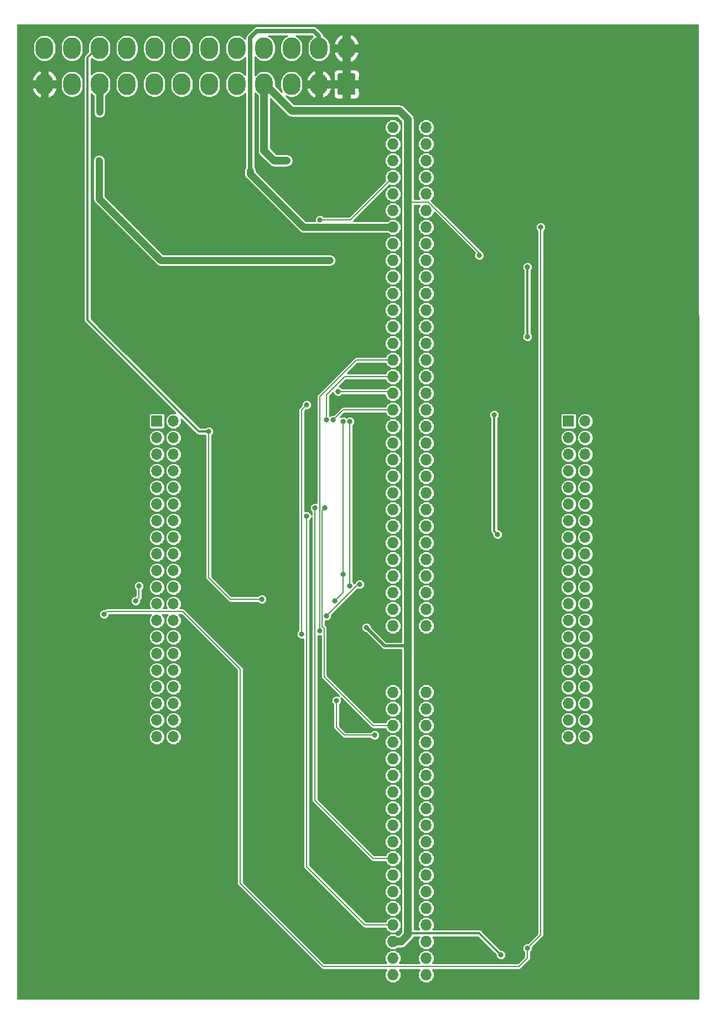
<source format=gbr>
%TF.GenerationSoftware,KiCad,Pcbnew,(5.1.0)-1*%
%TF.CreationDate,2019-04-29T18:51:34+10:00*%
%TF.ProjectId,CT2960_Riser,43543239-3630-45f5-9269-7365722e6b69,rev?*%
%TF.SameCoordinates,Original*%
%TF.FileFunction,Copper,L2,Bot*%
%TF.FilePolarity,Positive*%
%FSLAX46Y46*%
G04 Gerber Fmt 4.6, Leading zero omitted, Abs format (unit mm)*
G04 Created by KiCad (PCBNEW (5.1.0)-1) date 2019-04-29 18:51:34*
%MOMM*%
%LPD*%
G04 APERTURE LIST*
%ADD10O,1.750000X1.750000*%
%ADD11R,1.700000X1.700000*%
%ADD12O,1.700000X1.700000*%
%ADD13C,0.150000*%
%ADD14C,2.700000*%
%ADD15O,2.700000X3.300000*%
%ADD16C,0.838200*%
%ADD17C,1.100000*%
%ADD18C,1.200000*%
%ADD19C,0.210000*%
%ADD20C,0.700000*%
%ADD21C,1.100000*%
%ADD22C,0.350000*%
%ADD23C,1.200000*%
%ADD24C,0.500000*%
%ADD25C,0.254000*%
G04 APERTURE END LIST*
D10*
X135890000Y-183642000D03*
X135890000Y-181102000D03*
X135890000Y-178562000D03*
X135890000Y-176022000D03*
X135890000Y-173482000D03*
X135890000Y-170942000D03*
X135890000Y-168402000D03*
X135890000Y-165862000D03*
X135890000Y-163322000D03*
X135890000Y-160782000D03*
X135890000Y-158242000D03*
X135890000Y-155702000D03*
X135890000Y-153162000D03*
X135890000Y-150622000D03*
X135890000Y-148082000D03*
X135890000Y-145542000D03*
X135890000Y-143002000D03*
X135890000Y-140462000D03*
X130810000Y-183642000D03*
X130810000Y-181102000D03*
X130810000Y-178562000D03*
X130810000Y-176022000D03*
X130810000Y-173482000D03*
X130810000Y-170942000D03*
X130810000Y-168402000D03*
X130810000Y-165862000D03*
X130810000Y-163322000D03*
X130810000Y-160782000D03*
X130810000Y-158242000D03*
X130810000Y-155702000D03*
X130810000Y-153162000D03*
X130810000Y-150622000D03*
X130810000Y-148082000D03*
X130810000Y-145542000D03*
X130810000Y-143002000D03*
X130810000Y-140462000D03*
X135890000Y-130302000D03*
X135890000Y-127762000D03*
X135890000Y-125222000D03*
X135890000Y-122682000D03*
X135890000Y-120142000D03*
X135890000Y-117602000D03*
X135890000Y-115062000D03*
X135890000Y-112522000D03*
X135890000Y-109982000D03*
X135890000Y-107442000D03*
X135890000Y-104902000D03*
X135890000Y-102362000D03*
X135890000Y-99822000D03*
X135890000Y-79502000D03*
X135890000Y-66802000D03*
X135890000Y-97282000D03*
X135890000Y-76962000D03*
X135890000Y-89662000D03*
X135890000Y-92202000D03*
X135890000Y-94742000D03*
X135890000Y-82042000D03*
X135890000Y-74422000D03*
X135890000Y-71882000D03*
X135890000Y-69342000D03*
X135890000Y-84582000D03*
X135890000Y-87122000D03*
X135890000Y-59182000D03*
X135890000Y-64262000D03*
X135890000Y-61722000D03*
X135890000Y-54102000D03*
X135890000Y-56642000D03*
X130810000Y-130302000D03*
X130810000Y-127762000D03*
X130810000Y-125222000D03*
X130810000Y-122682000D03*
X130810000Y-120142000D03*
X130810000Y-117602000D03*
X130810000Y-115062000D03*
X130810000Y-112522000D03*
X130810000Y-109982000D03*
X130810000Y-107442000D03*
X130810000Y-104902000D03*
X130810000Y-102362000D03*
X130810000Y-99822000D03*
X130810000Y-97282000D03*
X130810000Y-94742000D03*
X130810000Y-92202000D03*
X130810000Y-89662000D03*
X130810000Y-87122000D03*
X130810000Y-84582000D03*
X130810000Y-82042000D03*
X130810000Y-79502000D03*
X130810000Y-76962000D03*
X130810000Y-74422000D03*
X130810000Y-71882000D03*
X130810000Y-69342000D03*
X130810000Y-66802000D03*
X130810000Y-64262000D03*
X130810000Y-61722000D03*
X130810000Y-59182000D03*
X130810000Y-56642000D03*
X130810000Y-54102000D03*
D11*
X157680000Y-98998000D03*
D12*
X160220000Y-98998000D03*
X157680000Y-101538000D03*
X160220000Y-101538000D03*
X157680000Y-104078000D03*
X160220000Y-104078000D03*
X157680000Y-106618000D03*
X160220000Y-106618000D03*
X157680000Y-109158000D03*
X160220000Y-109158000D03*
X157680000Y-111698000D03*
X160220000Y-111698000D03*
X157680000Y-114238000D03*
X160220000Y-114238000D03*
X157680000Y-116778000D03*
X160220000Y-116778000D03*
X157680000Y-119318000D03*
X160220000Y-119318000D03*
X157680000Y-121858000D03*
X160220000Y-121858000D03*
X157680000Y-124398000D03*
X160220000Y-124398000D03*
X157680000Y-126938000D03*
X160220000Y-126938000D03*
X157680000Y-129478000D03*
X160220000Y-129478000D03*
X157680000Y-132018000D03*
X160220000Y-132018000D03*
X157680000Y-134558000D03*
X160220000Y-134558000D03*
X157680000Y-137098000D03*
X160220000Y-137098000D03*
X157680000Y-139638000D03*
X160220000Y-139638000D03*
X157680000Y-142178000D03*
X160220000Y-142178000D03*
X157680000Y-144718000D03*
X160220000Y-144718000D03*
X157680000Y-147258000D03*
X160220000Y-147258000D03*
D11*
X94680000Y-98998000D03*
D12*
X97220000Y-98998000D03*
X94680000Y-101538000D03*
X97220000Y-101538000D03*
X94680000Y-104078000D03*
X97220000Y-104078000D03*
X94680000Y-106618000D03*
X97220000Y-106618000D03*
X94680000Y-109158000D03*
X97220000Y-109158000D03*
X94680000Y-111698000D03*
X97220000Y-111698000D03*
X94680000Y-114238000D03*
X97220000Y-114238000D03*
X94680000Y-116778000D03*
X97220000Y-116778000D03*
X94680000Y-119318000D03*
X97220000Y-119318000D03*
X94680000Y-121858000D03*
X97220000Y-121858000D03*
X94680000Y-124398000D03*
X97220000Y-124398000D03*
X94680000Y-126938000D03*
X97220000Y-126938000D03*
X94680000Y-129478000D03*
X97220000Y-129478000D03*
X94680000Y-132018000D03*
X97220000Y-132018000D03*
X94680000Y-134558000D03*
X97220000Y-134558000D03*
X94680000Y-137098000D03*
X97220000Y-137098000D03*
X94680000Y-139638000D03*
X97220000Y-139638000D03*
X94680000Y-142178000D03*
X97220000Y-142178000D03*
X94680000Y-144718000D03*
X97220000Y-144718000D03*
X94680000Y-147258000D03*
X97220000Y-147258000D03*
D13*
G36*
X124821512Y-45849209D02*
G01*
X124845887Y-45852825D01*
X124869790Y-45858812D01*
X124892992Y-45867114D01*
X124915268Y-45877650D01*
X124936404Y-45890318D01*
X124956196Y-45904997D01*
X124974455Y-45921545D01*
X124991003Y-45939804D01*
X125005682Y-45959596D01*
X125018350Y-45980732D01*
X125028886Y-46003008D01*
X125037188Y-46026210D01*
X125043175Y-46050113D01*
X125046791Y-46074488D01*
X125048000Y-46099100D01*
X125048000Y-48896900D01*
X125046791Y-48921512D01*
X125043175Y-48945887D01*
X125037188Y-48969790D01*
X125028886Y-48992992D01*
X125018350Y-49015268D01*
X125005682Y-49036404D01*
X124991003Y-49056196D01*
X124974455Y-49074455D01*
X124956196Y-49091003D01*
X124936404Y-49105682D01*
X124915268Y-49118350D01*
X124892992Y-49128886D01*
X124869790Y-49137188D01*
X124845887Y-49143175D01*
X124821512Y-49146791D01*
X124796900Y-49148000D01*
X122599100Y-49148000D01*
X122574488Y-49146791D01*
X122550113Y-49143175D01*
X122526210Y-49137188D01*
X122503008Y-49128886D01*
X122480732Y-49118350D01*
X122459596Y-49105682D01*
X122439804Y-49091003D01*
X122421545Y-49074455D01*
X122404997Y-49056196D01*
X122390318Y-49036404D01*
X122377650Y-49015268D01*
X122367114Y-48992992D01*
X122358812Y-48969790D01*
X122352825Y-48945887D01*
X122349209Y-48921512D01*
X122348000Y-48896900D01*
X122348000Y-46099100D01*
X122349209Y-46074488D01*
X122352825Y-46050113D01*
X122358812Y-46026210D01*
X122367114Y-46003008D01*
X122377650Y-45980732D01*
X122390318Y-45959596D01*
X122404997Y-45939804D01*
X122421545Y-45921545D01*
X122439804Y-45904997D01*
X122459596Y-45890318D01*
X122480732Y-45877650D01*
X122503008Y-45867114D01*
X122526210Y-45858812D01*
X122550113Y-45852825D01*
X122574488Y-45849209D01*
X122599100Y-45848000D01*
X124796900Y-45848000D01*
X124821512Y-45849209D01*
X124821512Y-45849209D01*
G37*
D14*
X123698000Y-47498000D03*
D15*
X119498000Y-47498000D03*
X115298000Y-47498000D03*
X111098000Y-47498000D03*
X106898000Y-47498000D03*
X102698000Y-47498000D03*
X98498000Y-47498000D03*
X94298000Y-47498000D03*
X90098000Y-47498000D03*
X85898000Y-47498000D03*
X81698000Y-47498000D03*
X77498000Y-47498000D03*
X123698000Y-41998000D03*
X119498000Y-41998000D03*
X115298000Y-41998000D03*
X111098000Y-41998000D03*
X106898000Y-41998000D03*
X102698000Y-41998000D03*
X98498000Y-41998000D03*
X94298000Y-41998000D03*
X90098000Y-41998000D03*
X85898000Y-41998000D03*
X81698000Y-41998000D03*
X77498000Y-41998000D03*
D16*
X121920000Y-126492000D03*
X123190000Y-99060000D03*
X123190000Y-122428000D03*
X119634000Y-131064000D03*
X119634000Y-68245890D03*
X120650000Y-98806000D03*
X121666000Y-98806000D03*
X120396000Y-112268000D03*
X118872000Y-112268000D03*
X117602000Y-113538000D03*
X125730000Y-123952000D03*
X120650000Y-128778000D03*
X116840000Y-131572000D03*
X117602000Y-96520000D03*
X122428000Y-94488000D03*
X86614000Y-128524000D03*
X153416000Y-69342000D03*
X151384000Y-179578000D03*
D17*
X85898000Y-51770000D03*
X85852000Y-59182000D03*
X121158000Y-74422000D03*
D16*
X124206000Y-99060000D03*
X124206000Y-124206000D03*
X122174000Y-141732000D03*
X128016000Y-147016499D03*
X102616000Y-100584000D03*
X110744000Y-126238000D03*
X126746000Y-130556000D03*
X147320000Y-180594000D03*
X144018000Y-73660000D03*
X151384000Y-86106000D03*
X151384000Y-75438000D03*
X146812000Y-116332000D03*
X146304000Y-98044000D03*
D18*
X114554000Y-59182000D03*
D16*
X151130000Y-69342000D03*
X151892000Y-92964000D03*
X150368000Y-120904000D03*
X154940000Y-182880000D03*
X85598000Y-128778000D03*
X107950000Y-103886000D03*
X107442000Y-124968000D03*
X91440000Y-126492000D03*
X91948000Y-124206000D03*
D19*
X121920000Y-126492000D02*
X123190000Y-125222000D01*
X123190000Y-125222000D02*
X123190000Y-122428000D01*
X123190000Y-99060000D02*
X123190000Y-99060000D01*
X123190000Y-122428000D02*
X123190000Y-99060000D01*
X125222000Y-89662000D02*
X130810000Y-89662000D01*
X119634000Y-131064000D02*
X119634000Y-95250000D01*
X119634000Y-95250000D02*
X125222000Y-89662000D01*
X130810000Y-61722000D02*
X124286110Y-68245890D01*
X124286110Y-68245890D02*
X120226696Y-68245890D01*
X120226696Y-68245890D02*
X119634000Y-68245890D01*
X120650000Y-98806000D02*
X120650000Y-97822564D01*
X127762000Y-92202000D02*
X130810000Y-92202000D01*
X123444000Y-92202000D02*
X127762000Y-92202000D01*
X120650000Y-97790000D02*
X120650000Y-94996000D01*
X120650000Y-94996000D02*
X123444000Y-92202000D01*
X123190000Y-97282000D02*
X121666000Y-98806000D01*
X127762000Y-97282000D02*
X123190000Y-97282000D01*
X127762000Y-97282000D02*
X130810000Y-97282000D01*
X120396000Y-112268000D02*
X120396000Y-112268000D01*
X119976901Y-112687099D02*
X120396000Y-112268000D01*
X119976901Y-130390901D02*
X119976901Y-112687099D01*
X120285101Y-130699101D02*
X119976901Y-130390901D01*
X120285101Y-138065101D02*
X120285101Y-130699101D01*
X127762000Y-145542000D02*
X130810000Y-145542000D01*
X127762000Y-145542000D02*
X120285101Y-138065101D01*
X127762000Y-165862000D02*
X118872000Y-156972000D01*
X118872000Y-156972000D02*
X118872000Y-112268000D01*
X118872000Y-112268000D02*
X118872000Y-112268000D01*
X127762000Y-165862000D02*
X130810000Y-165862000D01*
X126524564Y-176022000D02*
X117602000Y-167099436D01*
X127762000Y-176022000D02*
X126524564Y-176022000D01*
X117602000Y-167099436D02*
X117602000Y-113538000D01*
X117602000Y-113538000D02*
X117602000Y-113538000D01*
X127762000Y-176022000D02*
X130810000Y-176022000D01*
X125730000Y-123952000D02*
X125730000Y-123952000D01*
X125476000Y-123952000D02*
X125730000Y-123952000D01*
X120650000Y-128778000D02*
X125476000Y-123952000D01*
X116840000Y-131572000D02*
X116840000Y-97282000D01*
X116840000Y-97282000D02*
X117602000Y-96520000D01*
X117602000Y-96520000D02*
X117602000Y-96520000D01*
X130556000Y-94488000D02*
X130810000Y-94742000D01*
X122428000Y-94488000D02*
X130556000Y-94488000D01*
X136906000Y-182372000D02*
X137414000Y-182372000D01*
X151384000Y-181102000D02*
X151384000Y-179832000D01*
X150114000Y-182372000D02*
X151384000Y-181102000D01*
X153416000Y-159512000D02*
X153416000Y-69342000D01*
X151384000Y-179578000D02*
X153416000Y-177546000D01*
X153416000Y-177546000D02*
X153416000Y-159512000D01*
X136906000Y-182372000D02*
X150114000Y-182372000D01*
X120142000Y-182372000D02*
X136906000Y-182372000D01*
X107442000Y-169672000D02*
X120142000Y-182372000D01*
X107442000Y-136906000D02*
X107442000Y-169672000D01*
X98640901Y-128104901D02*
X107442000Y-136906000D01*
X86614000Y-128524000D02*
X87033099Y-128104901D01*
X87033099Y-128104901D02*
X98640901Y-128104901D01*
D20*
X119498000Y-40138000D02*
X119498000Y-41998000D01*
X118730000Y-39370000D02*
X119498000Y-40138000D01*
X109982000Y-39370000D02*
X118730000Y-39370000D01*
X108966000Y-40386000D02*
X109982000Y-39370000D01*
X108966000Y-60452000D02*
X108966000Y-40386000D01*
D21*
X108966000Y-61214000D02*
X108966000Y-60706000D01*
X130810000Y-69342000D02*
X117094000Y-69342000D01*
X117094000Y-69342000D02*
X108966000Y-61214000D01*
D19*
X85898000Y-51770000D02*
X85852000Y-51816000D01*
D21*
X85898000Y-47498000D02*
X85898000Y-51770000D01*
X85898000Y-51770000D02*
X85898000Y-51770000D01*
X100314183Y-74422000D02*
X120396000Y-74422000D01*
X120396000Y-74422000D02*
X121158000Y-74422000D01*
X121158000Y-74422000D02*
X121158000Y-74422000D01*
X95250000Y-74422000D02*
X100314183Y-74422000D01*
X85852000Y-59182000D02*
X85852000Y-65024000D01*
X85852000Y-65024000D02*
X95250000Y-74422000D01*
D19*
X124206000Y-99060000D02*
X124206000Y-124206000D01*
X124206000Y-124206000D02*
X124206000Y-124206000D01*
X123394499Y-147016499D02*
X128016000Y-147016499D01*
X122174000Y-141732000D02*
X122174000Y-145796000D01*
X122174000Y-145796000D02*
X123394499Y-147016499D01*
X85510000Y-41998000D02*
X85898000Y-41998000D01*
X110744000Y-126238000D02*
X110744000Y-126238000D01*
D22*
X102616000Y-100584000D02*
X101092000Y-100584000D01*
X101092000Y-100584000D02*
X84074000Y-83566000D01*
X84074000Y-43434000D02*
X85510000Y-41998000D01*
X84074000Y-83566000D02*
X84074000Y-43434000D01*
D19*
X147320000Y-180594000D02*
X147320000Y-180594000D01*
X136258362Y-65532000D02*
X144018000Y-73291638D01*
X133096000Y-65532000D02*
X136258362Y-65532000D01*
X144018000Y-73291638D02*
X144018000Y-73660000D01*
X144018000Y-73660000D02*
X144018000Y-73660000D01*
D22*
X151384000Y-86106000D02*
X151384000Y-75692000D01*
D19*
X151384000Y-75692000D02*
X151130000Y-75438000D01*
X151130000Y-75438000D02*
X151130000Y-75438000D01*
X146812000Y-116332000D02*
X146812000Y-116332000D01*
D22*
X146304000Y-115824000D02*
X146812000Y-116332000D01*
X146304000Y-98044000D02*
X146304000Y-115824000D01*
D23*
X132080000Y-178562000D02*
X130810000Y-178562000D01*
X133096000Y-177546000D02*
X132080000Y-178562000D01*
X133096000Y-133350000D02*
X133096000Y-136144000D01*
D24*
X129540000Y-133350000D02*
X126746000Y-130556000D01*
X133096000Y-133350000D02*
X129540000Y-133350000D01*
D23*
X133096000Y-65532000D02*
X133096000Y-118872000D01*
D19*
X133187001Y-177454999D02*
X133096000Y-177546000D01*
X111098000Y-49358000D02*
X111098000Y-47498000D01*
D23*
X113452000Y-49698000D02*
X111248000Y-47494000D01*
X133096000Y-61468000D02*
X133096000Y-65532000D01*
X133096000Y-52832000D02*
X133096000Y-61468000D01*
X131826000Y-51562000D02*
X133096000Y-52832000D01*
X113538000Y-49784000D02*
X115316000Y-51562000D01*
X115316000Y-51562000D02*
X131826000Y-51562000D01*
X133096000Y-136144000D02*
X133096000Y-177546000D01*
D22*
X133350000Y-177292000D02*
X133187001Y-177454999D01*
X147320000Y-180594000D02*
X144018000Y-177292000D01*
X144018000Y-177292000D02*
X133350000Y-177292000D01*
D23*
X133096000Y-133350000D02*
X133096000Y-118872000D01*
D19*
X110744000Y-126238000D02*
X105918000Y-126238000D01*
X105918000Y-126238000D02*
X102616000Y-122936000D01*
X102616000Y-122936000D02*
X102616000Y-100584000D01*
D23*
X111098000Y-57666991D02*
X112013010Y-58582001D01*
X111098000Y-47498000D02*
X111098000Y-57666991D01*
X112613009Y-59182000D02*
X114554000Y-59182000D01*
X112013010Y-58582001D02*
X112613009Y-59182000D01*
D19*
X91948000Y-125984000D02*
X91948000Y-124206000D01*
X91440000Y-126492000D02*
X91948000Y-125984000D01*
D25*
G36*
X177569000Y-126404551D02*
G01*
X177569000Y-187325000D01*
X73431000Y-187325000D01*
X73431000Y-147258000D01*
X93443044Y-147258000D01*
X93466812Y-147499318D01*
X93537202Y-147731363D01*
X93651509Y-147945216D01*
X93805340Y-148132660D01*
X93992784Y-148286491D01*
X94206637Y-148400798D01*
X94438682Y-148471188D01*
X94619528Y-148489000D01*
X94740472Y-148489000D01*
X94921318Y-148471188D01*
X95153363Y-148400798D01*
X95367216Y-148286491D01*
X95554660Y-148132660D01*
X95708491Y-147945216D01*
X95822798Y-147731363D01*
X95893188Y-147499318D01*
X95916956Y-147258000D01*
X95983044Y-147258000D01*
X96006812Y-147499318D01*
X96077202Y-147731363D01*
X96191509Y-147945216D01*
X96345340Y-148132660D01*
X96532784Y-148286491D01*
X96746637Y-148400798D01*
X96978682Y-148471188D01*
X97159528Y-148489000D01*
X97280472Y-148489000D01*
X97461318Y-148471188D01*
X97693363Y-148400798D01*
X97907216Y-148286491D01*
X98094660Y-148132660D01*
X98248491Y-147945216D01*
X98362798Y-147731363D01*
X98433188Y-147499318D01*
X98456956Y-147258000D01*
X98433188Y-147016682D01*
X98362798Y-146784637D01*
X98248491Y-146570784D01*
X98094660Y-146383340D01*
X97907216Y-146229509D01*
X97693363Y-146115202D01*
X97461318Y-146044812D01*
X97280472Y-146027000D01*
X97159528Y-146027000D01*
X96978682Y-146044812D01*
X96746637Y-146115202D01*
X96532784Y-146229509D01*
X96345340Y-146383340D01*
X96191509Y-146570784D01*
X96077202Y-146784637D01*
X96006812Y-147016682D01*
X95983044Y-147258000D01*
X95916956Y-147258000D01*
X95893188Y-147016682D01*
X95822798Y-146784637D01*
X95708491Y-146570784D01*
X95554660Y-146383340D01*
X95367216Y-146229509D01*
X95153363Y-146115202D01*
X94921318Y-146044812D01*
X94740472Y-146027000D01*
X94619528Y-146027000D01*
X94438682Y-146044812D01*
X94206637Y-146115202D01*
X93992784Y-146229509D01*
X93805340Y-146383340D01*
X93651509Y-146570784D01*
X93537202Y-146784637D01*
X93466812Y-147016682D01*
X93443044Y-147258000D01*
X73431000Y-147258000D01*
X73431000Y-144718000D01*
X93443044Y-144718000D01*
X93466812Y-144959318D01*
X93537202Y-145191363D01*
X93651509Y-145405216D01*
X93805340Y-145592660D01*
X93992784Y-145746491D01*
X94206637Y-145860798D01*
X94438682Y-145931188D01*
X94619528Y-145949000D01*
X94740472Y-145949000D01*
X94921318Y-145931188D01*
X95153363Y-145860798D01*
X95367216Y-145746491D01*
X95554660Y-145592660D01*
X95708491Y-145405216D01*
X95822798Y-145191363D01*
X95893188Y-144959318D01*
X95916956Y-144718000D01*
X95983044Y-144718000D01*
X96006812Y-144959318D01*
X96077202Y-145191363D01*
X96191509Y-145405216D01*
X96345340Y-145592660D01*
X96532784Y-145746491D01*
X96746637Y-145860798D01*
X96978682Y-145931188D01*
X97159528Y-145949000D01*
X97280472Y-145949000D01*
X97461318Y-145931188D01*
X97693363Y-145860798D01*
X97907216Y-145746491D01*
X98094660Y-145592660D01*
X98248491Y-145405216D01*
X98362798Y-145191363D01*
X98433188Y-144959318D01*
X98456956Y-144718000D01*
X98433188Y-144476682D01*
X98362798Y-144244637D01*
X98248491Y-144030784D01*
X98094660Y-143843340D01*
X97907216Y-143689509D01*
X97693363Y-143575202D01*
X97461318Y-143504812D01*
X97280472Y-143487000D01*
X97159528Y-143487000D01*
X96978682Y-143504812D01*
X96746637Y-143575202D01*
X96532784Y-143689509D01*
X96345340Y-143843340D01*
X96191509Y-144030784D01*
X96077202Y-144244637D01*
X96006812Y-144476682D01*
X95983044Y-144718000D01*
X95916956Y-144718000D01*
X95893188Y-144476682D01*
X95822798Y-144244637D01*
X95708491Y-144030784D01*
X95554660Y-143843340D01*
X95367216Y-143689509D01*
X95153363Y-143575202D01*
X94921318Y-143504812D01*
X94740472Y-143487000D01*
X94619528Y-143487000D01*
X94438682Y-143504812D01*
X94206637Y-143575202D01*
X93992784Y-143689509D01*
X93805340Y-143843340D01*
X93651509Y-144030784D01*
X93537202Y-144244637D01*
X93466812Y-144476682D01*
X93443044Y-144718000D01*
X73431000Y-144718000D01*
X73431000Y-142178000D01*
X93443044Y-142178000D01*
X93466812Y-142419318D01*
X93537202Y-142651363D01*
X93651509Y-142865216D01*
X93805340Y-143052660D01*
X93992784Y-143206491D01*
X94206637Y-143320798D01*
X94438682Y-143391188D01*
X94619528Y-143409000D01*
X94740472Y-143409000D01*
X94921318Y-143391188D01*
X95153363Y-143320798D01*
X95367216Y-143206491D01*
X95554660Y-143052660D01*
X95708491Y-142865216D01*
X95822798Y-142651363D01*
X95893188Y-142419318D01*
X95916956Y-142178000D01*
X95983044Y-142178000D01*
X96006812Y-142419318D01*
X96077202Y-142651363D01*
X96191509Y-142865216D01*
X96345340Y-143052660D01*
X96532784Y-143206491D01*
X96746637Y-143320798D01*
X96978682Y-143391188D01*
X97159528Y-143409000D01*
X97280472Y-143409000D01*
X97461318Y-143391188D01*
X97693363Y-143320798D01*
X97907216Y-143206491D01*
X98094660Y-143052660D01*
X98248491Y-142865216D01*
X98362798Y-142651363D01*
X98433188Y-142419318D01*
X98456956Y-142178000D01*
X98433188Y-141936682D01*
X98362798Y-141704637D01*
X98248491Y-141490784D01*
X98094660Y-141303340D01*
X97907216Y-141149509D01*
X97693363Y-141035202D01*
X97461318Y-140964812D01*
X97280472Y-140947000D01*
X97159528Y-140947000D01*
X96978682Y-140964812D01*
X96746637Y-141035202D01*
X96532784Y-141149509D01*
X96345340Y-141303340D01*
X96191509Y-141490784D01*
X96077202Y-141704637D01*
X96006812Y-141936682D01*
X95983044Y-142178000D01*
X95916956Y-142178000D01*
X95893188Y-141936682D01*
X95822798Y-141704637D01*
X95708491Y-141490784D01*
X95554660Y-141303340D01*
X95367216Y-141149509D01*
X95153363Y-141035202D01*
X94921318Y-140964812D01*
X94740472Y-140947000D01*
X94619528Y-140947000D01*
X94438682Y-140964812D01*
X94206637Y-141035202D01*
X93992784Y-141149509D01*
X93805340Y-141303340D01*
X93651509Y-141490784D01*
X93537202Y-141704637D01*
X93466812Y-141936682D01*
X93443044Y-142178000D01*
X73431000Y-142178000D01*
X73431000Y-139638000D01*
X93443044Y-139638000D01*
X93466812Y-139879318D01*
X93537202Y-140111363D01*
X93651509Y-140325216D01*
X93805340Y-140512660D01*
X93992784Y-140666491D01*
X94206637Y-140780798D01*
X94438682Y-140851188D01*
X94619528Y-140869000D01*
X94740472Y-140869000D01*
X94921318Y-140851188D01*
X95153363Y-140780798D01*
X95367216Y-140666491D01*
X95554660Y-140512660D01*
X95708491Y-140325216D01*
X95822798Y-140111363D01*
X95893188Y-139879318D01*
X95916956Y-139638000D01*
X95983044Y-139638000D01*
X96006812Y-139879318D01*
X96077202Y-140111363D01*
X96191509Y-140325216D01*
X96345340Y-140512660D01*
X96532784Y-140666491D01*
X96746637Y-140780798D01*
X96978682Y-140851188D01*
X97159528Y-140869000D01*
X97280472Y-140869000D01*
X97461318Y-140851188D01*
X97693363Y-140780798D01*
X97907216Y-140666491D01*
X98094660Y-140512660D01*
X98248491Y-140325216D01*
X98362798Y-140111363D01*
X98433188Y-139879318D01*
X98456956Y-139638000D01*
X98433188Y-139396682D01*
X98362798Y-139164637D01*
X98248491Y-138950784D01*
X98094660Y-138763340D01*
X97907216Y-138609509D01*
X97693363Y-138495202D01*
X97461318Y-138424812D01*
X97280472Y-138407000D01*
X97159528Y-138407000D01*
X96978682Y-138424812D01*
X96746637Y-138495202D01*
X96532784Y-138609509D01*
X96345340Y-138763340D01*
X96191509Y-138950784D01*
X96077202Y-139164637D01*
X96006812Y-139396682D01*
X95983044Y-139638000D01*
X95916956Y-139638000D01*
X95893188Y-139396682D01*
X95822798Y-139164637D01*
X95708491Y-138950784D01*
X95554660Y-138763340D01*
X95367216Y-138609509D01*
X95153363Y-138495202D01*
X94921318Y-138424812D01*
X94740472Y-138407000D01*
X94619528Y-138407000D01*
X94438682Y-138424812D01*
X94206637Y-138495202D01*
X93992784Y-138609509D01*
X93805340Y-138763340D01*
X93651509Y-138950784D01*
X93537202Y-139164637D01*
X93466812Y-139396682D01*
X93443044Y-139638000D01*
X73431000Y-139638000D01*
X73431000Y-137098000D01*
X93443044Y-137098000D01*
X93466812Y-137339318D01*
X93537202Y-137571363D01*
X93651509Y-137785216D01*
X93805340Y-137972660D01*
X93992784Y-138126491D01*
X94206637Y-138240798D01*
X94438682Y-138311188D01*
X94619528Y-138329000D01*
X94740472Y-138329000D01*
X94921318Y-138311188D01*
X95153363Y-138240798D01*
X95367216Y-138126491D01*
X95554660Y-137972660D01*
X95708491Y-137785216D01*
X95822798Y-137571363D01*
X95893188Y-137339318D01*
X95916956Y-137098000D01*
X95983044Y-137098000D01*
X96006812Y-137339318D01*
X96077202Y-137571363D01*
X96191509Y-137785216D01*
X96345340Y-137972660D01*
X96532784Y-138126491D01*
X96746637Y-138240798D01*
X96978682Y-138311188D01*
X97159528Y-138329000D01*
X97280472Y-138329000D01*
X97461318Y-138311188D01*
X97693363Y-138240798D01*
X97907216Y-138126491D01*
X98094660Y-137972660D01*
X98248491Y-137785216D01*
X98362798Y-137571363D01*
X98433188Y-137339318D01*
X98456956Y-137098000D01*
X98433188Y-136856682D01*
X98362798Y-136624637D01*
X98248491Y-136410784D01*
X98094660Y-136223340D01*
X97907216Y-136069509D01*
X97693363Y-135955202D01*
X97461318Y-135884812D01*
X97280472Y-135867000D01*
X97159528Y-135867000D01*
X96978682Y-135884812D01*
X96746637Y-135955202D01*
X96532784Y-136069509D01*
X96345340Y-136223340D01*
X96191509Y-136410784D01*
X96077202Y-136624637D01*
X96006812Y-136856682D01*
X95983044Y-137098000D01*
X95916956Y-137098000D01*
X95893188Y-136856682D01*
X95822798Y-136624637D01*
X95708491Y-136410784D01*
X95554660Y-136223340D01*
X95367216Y-136069509D01*
X95153363Y-135955202D01*
X94921318Y-135884812D01*
X94740472Y-135867000D01*
X94619528Y-135867000D01*
X94438682Y-135884812D01*
X94206637Y-135955202D01*
X93992784Y-136069509D01*
X93805340Y-136223340D01*
X93651509Y-136410784D01*
X93537202Y-136624637D01*
X93466812Y-136856682D01*
X93443044Y-137098000D01*
X73431000Y-137098000D01*
X73431000Y-134558000D01*
X93443044Y-134558000D01*
X93466812Y-134799318D01*
X93537202Y-135031363D01*
X93651509Y-135245216D01*
X93805340Y-135432660D01*
X93992784Y-135586491D01*
X94206637Y-135700798D01*
X94438682Y-135771188D01*
X94619528Y-135789000D01*
X94740472Y-135789000D01*
X94921318Y-135771188D01*
X95153363Y-135700798D01*
X95367216Y-135586491D01*
X95554660Y-135432660D01*
X95708491Y-135245216D01*
X95822798Y-135031363D01*
X95893188Y-134799318D01*
X95916956Y-134558000D01*
X95983044Y-134558000D01*
X96006812Y-134799318D01*
X96077202Y-135031363D01*
X96191509Y-135245216D01*
X96345340Y-135432660D01*
X96532784Y-135586491D01*
X96746637Y-135700798D01*
X96978682Y-135771188D01*
X97159528Y-135789000D01*
X97280472Y-135789000D01*
X97461318Y-135771188D01*
X97693363Y-135700798D01*
X97907216Y-135586491D01*
X98094660Y-135432660D01*
X98248491Y-135245216D01*
X98362798Y-135031363D01*
X98433188Y-134799318D01*
X98456956Y-134558000D01*
X98433188Y-134316682D01*
X98362798Y-134084637D01*
X98248491Y-133870784D01*
X98094660Y-133683340D01*
X97907216Y-133529509D01*
X97693363Y-133415202D01*
X97461318Y-133344812D01*
X97280472Y-133327000D01*
X97159528Y-133327000D01*
X96978682Y-133344812D01*
X96746637Y-133415202D01*
X96532784Y-133529509D01*
X96345340Y-133683340D01*
X96191509Y-133870784D01*
X96077202Y-134084637D01*
X96006812Y-134316682D01*
X95983044Y-134558000D01*
X95916956Y-134558000D01*
X95893188Y-134316682D01*
X95822798Y-134084637D01*
X95708491Y-133870784D01*
X95554660Y-133683340D01*
X95367216Y-133529509D01*
X95153363Y-133415202D01*
X94921318Y-133344812D01*
X94740472Y-133327000D01*
X94619528Y-133327000D01*
X94438682Y-133344812D01*
X94206637Y-133415202D01*
X93992784Y-133529509D01*
X93805340Y-133683340D01*
X93651509Y-133870784D01*
X93537202Y-134084637D01*
X93466812Y-134316682D01*
X93443044Y-134558000D01*
X73431000Y-134558000D01*
X73431000Y-132018000D01*
X93443044Y-132018000D01*
X93466812Y-132259318D01*
X93537202Y-132491363D01*
X93651509Y-132705216D01*
X93805340Y-132892660D01*
X93992784Y-133046491D01*
X94206637Y-133160798D01*
X94438682Y-133231188D01*
X94619528Y-133249000D01*
X94740472Y-133249000D01*
X94921318Y-133231188D01*
X95153363Y-133160798D01*
X95367216Y-133046491D01*
X95554660Y-132892660D01*
X95708491Y-132705216D01*
X95822798Y-132491363D01*
X95893188Y-132259318D01*
X95916956Y-132018000D01*
X95983044Y-132018000D01*
X96006812Y-132259318D01*
X96077202Y-132491363D01*
X96191509Y-132705216D01*
X96345340Y-132892660D01*
X96532784Y-133046491D01*
X96746637Y-133160798D01*
X96978682Y-133231188D01*
X97159528Y-133249000D01*
X97280472Y-133249000D01*
X97461318Y-133231188D01*
X97693363Y-133160798D01*
X97907216Y-133046491D01*
X98094660Y-132892660D01*
X98248491Y-132705216D01*
X98362798Y-132491363D01*
X98433188Y-132259318D01*
X98456956Y-132018000D01*
X98433188Y-131776682D01*
X98362798Y-131544637D01*
X98248491Y-131330784D01*
X98094660Y-131143340D01*
X97907216Y-130989509D01*
X97693363Y-130875202D01*
X97461318Y-130804812D01*
X97280472Y-130787000D01*
X97159528Y-130787000D01*
X96978682Y-130804812D01*
X96746637Y-130875202D01*
X96532784Y-130989509D01*
X96345340Y-131143340D01*
X96191509Y-131330784D01*
X96077202Y-131544637D01*
X96006812Y-131776682D01*
X95983044Y-132018000D01*
X95916956Y-132018000D01*
X95893188Y-131776682D01*
X95822798Y-131544637D01*
X95708491Y-131330784D01*
X95554660Y-131143340D01*
X95367216Y-130989509D01*
X95153363Y-130875202D01*
X94921318Y-130804812D01*
X94740472Y-130787000D01*
X94619528Y-130787000D01*
X94438682Y-130804812D01*
X94206637Y-130875202D01*
X93992784Y-130989509D01*
X93805340Y-131143340D01*
X93651509Y-131330784D01*
X93537202Y-131544637D01*
X93466812Y-131776682D01*
X93443044Y-132018000D01*
X73431000Y-132018000D01*
X73431000Y-128445197D01*
X85813900Y-128445197D01*
X85813900Y-128602803D01*
X85844648Y-128757380D01*
X85904961Y-128902989D01*
X85992522Y-129034034D01*
X86103966Y-129145478D01*
X86235011Y-129233039D01*
X86380620Y-129293352D01*
X86535197Y-129324100D01*
X86692803Y-129324100D01*
X86847380Y-129293352D01*
X86992989Y-129233039D01*
X87124034Y-129145478D01*
X87235478Y-129034034D01*
X87323039Y-128902989D01*
X87383352Y-128757380D01*
X87414100Y-128602803D01*
X87414100Y-128590901D01*
X93820497Y-128590901D01*
X93805340Y-128603340D01*
X93651509Y-128790784D01*
X93537202Y-129004637D01*
X93466812Y-129236682D01*
X93443044Y-129478000D01*
X93466812Y-129719318D01*
X93537202Y-129951363D01*
X93651509Y-130165216D01*
X93805340Y-130352660D01*
X93992784Y-130506491D01*
X94206637Y-130620798D01*
X94438682Y-130691188D01*
X94619528Y-130709000D01*
X94740472Y-130709000D01*
X94921318Y-130691188D01*
X95153363Y-130620798D01*
X95367216Y-130506491D01*
X95554660Y-130352660D01*
X95708491Y-130165216D01*
X95822798Y-129951363D01*
X95893188Y-129719318D01*
X95916956Y-129478000D01*
X95893188Y-129236682D01*
X95822798Y-129004637D01*
X95708491Y-128790784D01*
X95554660Y-128603340D01*
X95539503Y-128590901D01*
X96360497Y-128590901D01*
X96345340Y-128603340D01*
X96191509Y-128790784D01*
X96077202Y-129004637D01*
X96006812Y-129236682D01*
X95983044Y-129478000D01*
X96006812Y-129719318D01*
X96077202Y-129951363D01*
X96191509Y-130165216D01*
X96345340Y-130352660D01*
X96532784Y-130506491D01*
X96746637Y-130620798D01*
X96978682Y-130691188D01*
X97159528Y-130709000D01*
X97280472Y-130709000D01*
X97461318Y-130691188D01*
X97693363Y-130620798D01*
X97907216Y-130506491D01*
X98094660Y-130352660D01*
X98248491Y-130165216D01*
X98362798Y-129951363D01*
X98433188Y-129719318D01*
X98456956Y-129478000D01*
X98433188Y-129236682D01*
X98362798Y-129004637D01*
X98248491Y-128790784D01*
X98094660Y-128603340D01*
X98079503Y-128590901D01*
X98439595Y-128590901D01*
X106956000Y-137107308D01*
X106956001Y-169648129D01*
X106953650Y-169672000D01*
X106963033Y-169767272D01*
X106990823Y-169858883D01*
X106990824Y-169858884D01*
X107035952Y-169943313D01*
X107096685Y-170017316D01*
X107115228Y-170032534D01*
X119781471Y-182698779D01*
X119796684Y-182717316D01*
X119870687Y-182778049D01*
X119955116Y-182823177D01*
X120046727Y-182850967D01*
X120118131Y-182858000D01*
X120118138Y-182858000D01*
X120141999Y-182860350D01*
X120165860Y-182858000D01*
X129828596Y-182858000D01*
X129760621Y-182940828D01*
X129643993Y-183159024D01*
X129572173Y-183395781D01*
X129547923Y-183642000D01*
X129572173Y-183888219D01*
X129643993Y-184124976D01*
X129760621Y-184343172D01*
X129917577Y-184534423D01*
X130108828Y-184691379D01*
X130327024Y-184808007D01*
X130563781Y-184879827D01*
X130748298Y-184898000D01*
X130871702Y-184898000D01*
X131056219Y-184879827D01*
X131292976Y-184808007D01*
X131511172Y-184691379D01*
X131702423Y-184534423D01*
X131859379Y-184343172D01*
X131976007Y-184124976D01*
X132047827Y-183888219D01*
X132072077Y-183642000D01*
X132047827Y-183395781D01*
X131976007Y-183159024D01*
X131859379Y-182940828D01*
X131791404Y-182858000D01*
X134908596Y-182858000D01*
X134840621Y-182940828D01*
X134723993Y-183159024D01*
X134652173Y-183395781D01*
X134627923Y-183642000D01*
X134652173Y-183888219D01*
X134723993Y-184124976D01*
X134840621Y-184343172D01*
X134997577Y-184534423D01*
X135188828Y-184691379D01*
X135407024Y-184808007D01*
X135643781Y-184879827D01*
X135828298Y-184898000D01*
X135951702Y-184898000D01*
X136136219Y-184879827D01*
X136372976Y-184808007D01*
X136591172Y-184691379D01*
X136782423Y-184534423D01*
X136939379Y-184343172D01*
X137056007Y-184124976D01*
X137127827Y-183888219D01*
X137152077Y-183642000D01*
X137127827Y-183395781D01*
X137056007Y-183159024D01*
X136939379Y-182940828D01*
X136871404Y-182858000D01*
X150090139Y-182858000D01*
X150114000Y-182860350D01*
X150137861Y-182858000D01*
X150137869Y-182858000D01*
X150209273Y-182850967D01*
X150300884Y-182823177D01*
X150385313Y-182778049D01*
X150459316Y-182717316D01*
X150474538Y-182698768D01*
X151710779Y-181462529D01*
X151729316Y-181447316D01*
X151790049Y-181373313D01*
X151835177Y-181288884D01*
X151862967Y-181197273D01*
X151870000Y-181125869D01*
X151870000Y-181125862D01*
X151872350Y-181102001D01*
X151870000Y-181078140D01*
X151870000Y-180215537D01*
X151894034Y-180199478D01*
X152005478Y-180088034D01*
X152093039Y-179956989D01*
X152153352Y-179811380D01*
X152184100Y-179656803D01*
X152184100Y-179499197D01*
X152178460Y-179470846D01*
X153742773Y-177906534D01*
X153761316Y-177891316D01*
X153822049Y-177817313D01*
X153867177Y-177732884D01*
X153894967Y-177641273D01*
X153902000Y-177569869D01*
X153902000Y-177569861D01*
X153904350Y-177546000D01*
X153902000Y-177522139D01*
X153902000Y-147258000D01*
X156443044Y-147258000D01*
X156466812Y-147499318D01*
X156537202Y-147731363D01*
X156651509Y-147945216D01*
X156805340Y-148132660D01*
X156992784Y-148286491D01*
X157206637Y-148400798D01*
X157438682Y-148471188D01*
X157619528Y-148489000D01*
X157740472Y-148489000D01*
X157921318Y-148471188D01*
X158153363Y-148400798D01*
X158367216Y-148286491D01*
X158554660Y-148132660D01*
X158708491Y-147945216D01*
X158822798Y-147731363D01*
X158893188Y-147499318D01*
X158916956Y-147258000D01*
X158983044Y-147258000D01*
X159006812Y-147499318D01*
X159077202Y-147731363D01*
X159191509Y-147945216D01*
X159345340Y-148132660D01*
X159532784Y-148286491D01*
X159746637Y-148400798D01*
X159978682Y-148471188D01*
X160159528Y-148489000D01*
X160280472Y-148489000D01*
X160461318Y-148471188D01*
X160693363Y-148400798D01*
X160907216Y-148286491D01*
X161094660Y-148132660D01*
X161248491Y-147945216D01*
X161362798Y-147731363D01*
X161433188Y-147499318D01*
X161456956Y-147258000D01*
X161433188Y-147016682D01*
X161362798Y-146784637D01*
X161248491Y-146570784D01*
X161094660Y-146383340D01*
X160907216Y-146229509D01*
X160693363Y-146115202D01*
X160461318Y-146044812D01*
X160280472Y-146027000D01*
X160159528Y-146027000D01*
X159978682Y-146044812D01*
X159746637Y-146115202D01*
X159532784Y-146229509D01*
X159345340Y-146383340D01*
X159191509Y-146570784D01*
X159077202Y-146784637D01*
X159006812Y-147016682D01*
X158983044Y-147258000D01*
X158916956Y-147258000D01*
X158893188Y-147016682D01*
X158822798Y-146784637D01*
X158708491Y-146570784D01*
X158554660Y-146383340D01*
X158367216Y-146229509D01*
X158153363Y-146115202D01*
X157921318Y-146044812D01*
X157740472Y-146027000D01*
X157619528Y-146027000D01*
X157438682Y-146044812D01*
X157206637Y-146115202D01*
X156992784Y-146229509D01*
X156805340Y-146383340D01*
X156651509Y-146570784D01*
X156537202Y-146784637D01*
X156466812Y-147016682D01*
X156443044Y-147258000D01*
X153902000Y-147258000D01*
X153902000Y-144718000D01*
X156443044Y-144718000D01*
X156466812Y-144959318D01*
X156537202Y-145191363D01*
X156651509Y-145405216D01*
X156805340Y-145592660D01*
X156992784Y-145746491D01*
X157206637Y-145860798D01*
X157438682Y-145931188D01*
X157619528Y-145949000D01*
X157740472Y-145949000D01*
X157921318Y-145931188D01*
X158153363Y-145860798D01*
X158367216Y-145746491D01*
X158554660Y-145592660D01*
X158708491Y-145405216D01*
X158822798Y-145191363D01*
X158893188Y-144959318D01*
X158916956Y-144718000D01*
X158983044Y-144718000D01*
X159006812Y-144959318D01*
X159077202Y-145191363D01*
X159191509Y-145405216D01*
X159345340Y-145592660D01*
X159532784Y-145746491D01*
X159746637Y-145860798D01*
X159978682Y-145931188D01*
X160159528Y-145949000D01*
X160280472Y-145949000D01*
X160461318Y-145931188D01*
X160693363Y-145860798D01*
X160907216Y-145746491D01*
X161094660Y-145592660D01*
X161248491Y-145405216D01*
X161362798Y-145191363D01*
X161433188Y-144959318D01*
X161456956Y-144718000D01*
X161433188Y-144476682D01*
X161362798Y-144244637D01*
X161248491Y-144030784D01*
X161094660Y-143843340D01*
X160907216Y-143689509D01*
X160693363Y-143575202D01*
X160461318Y-143504812D01*
X160280472Y-143487000D01*
X160159528Y-143487000D01*
X159978682Y-143504812D01*
X159746637Y-143575202D01*
X159532784Y-143689509D01*
X159345340Y-143843340D01*
X159191509Y-144030784D01*
X159077202Y-144244637D01*
X159006812Y-144476682D01*
X158983044Y-144718000D01*
X158916956Y-144718000D01*
X158893188Y-144476682D01*
X158822798Y-144244637D01*
X158708491Y-144030784D01*
X158554660Y-143843340D01*
X158367216Y-143689509D01*
X158153363Y-143575202D01*
X157921318Y-143504812D01*
X157740472Y-143487000D01*
X157619528Y-143487000D01*
X157438682Y-143504812D01*
X157206637Y-143575202D01*
X156992784Y-143689509D01*
X156805340Y-143843340D01*
X156651509Y-144030784D01*
X156537202Y-144244637D01*
X156466812Y-144476682D01*
X156443044Y-144718000D01*
X153902000Y-144718000D01*
X153902000Y-142178000D01*
X156443044Y-142178000D01*
X156466812Y-142419318D01*
X156537202Y-142651363D01*
X156651509Y-142865216D01*
X156805340Y-143052660D01*
X156992784Y-143206491D01*
X157206637Y-143320798D01*
X157438682Y-143391188D01*
X157619528Y-143409000D01*
X157740472Y-143409000D01*
X157921318Y-143391188D01*
X158153363Y-143320798D01*
X158367216Y-143206491D01*
X158554660Y-143052660D01*
X158708491Y-142865216D01*
X158822798Y-142651363D01*
X158893188Y-142419318D01*
X158916956Y-142178000D01*
X158983044Y-142178000D01*
X159006812Y-142419318D01*
X159077202Y-142651363D01*
X159191509Y-142865216D01*
X159345340Y-143052660D01*
X159532784Y-143206491D01*
X159746637Y-143320798D01*
X159978682Y-143391188D01*
X160159528Y-143409000D01*
X160280472Y-143409000D01*
X160461318Y-143391188D01*
X160693363Y-143320798D01*
X160907216Y-143206491D01*
X161094660Y-143052660D01*
X161248491Y-142865216D01*
X161362798Y-142651363D01*
X161433188Y-142419318D01*
X161456956Y-142178000D01*
X161433188Y-141936682D01*
X161362798Y-141704637D01*
X161248491Y-141490784D01*
X161094660Y-141303340D01*
X160907216Y-141149509D01*
X160693363Y-141035202D01*
X160461318Y-140964812D01*
X160280472Y-140947000D01*
X160159528Y-140947000D01*
X159978682Y-140964812D01*
X159746637Y-141035202D01*
X159532784Y-141149509D01*
X159345340Y-141303340D01*
X159191509Y-141490784D01*
X159077202Y-141704637D01*
X159006812Y-141936682D01*
X158983044Y-142178000D01*
X158916956Y-142178000D01*
X158893188Y-141936682D01*
X158822798Y-141704637D01*
X158708491Y-141490784D01*
X158554660Y-141303340D01*
X158367216Y-141149509D01*
X158153363Y-141035202D01*
X157921318Y-140964812D01*
X157740472Y-140947000D01*
X157619528Y-140947000D01*
X157438682Y-140964812D01*
X157206637Y-141035202D01*
X156992784Y-141149509D01*
X156805340Y-141303340D01*
X156651509Y-141490784D01*
X156537202Y-141704637D01*
X156466812Y-141936682D01*
X156443044Y-142178000D01*
X153902000Y-142178000D01*
X153902000Y-139638000D01*
X156443044Y-139638000D01*
X156466812Y-139879318D01*
X156537202Y-140111363D01*
X156651509Y-140325216D01*
X156805340Y-140512660D01*
X156992784Y-140666491D01*
X157206637Y-140780798D01*
X157438682Y-140851188D01*
X157619528Y-140869000D01*
X157740472Y-140869000D01*
X157921318Y-140851188D01*
X158153363Y-140780798D01*
X158367216Y-140666491D01*
X158554660Y-140512660D01*
X158708491Y-140325216D01*
X158822798Y-140111363D01*
X158893188Y-139879318D01*
X158916956Y-139638000D01*
X158983044Y-139638000D01*
X159006812Y-139879318D01*
X159077202Y-140111363D01*
X159191509Y-140325216D01*
X159345340Y-140512660D01*
X159532784Y-140666491D01*
X159746637Y-140780798D01*
X159978682Y-140851188D01*
X160159528Y-140869000D01*
X160280472Y-140869000D01*
X160461318Y-140851188D01*
X160693363Y-140780798D01*
X160907216Y-140666491D01*
X161094660Y-140512660D01*
X161248491Y-140325216D01*
X161362798Y-140111363D01*
X161433188Y-139879318D01*
X161456956Y-139638000D01*
X161433188Y-139396682D01*
X161362798Y-139164637D01*
X161248491Y-138950784D01*
X161094660Y-138763340D01*
X160907216Y-138609509D01*
X160693363Y-138495202D01*
X160461318Y-138424812D01*
X160280472Y-138407000D01*
X160159528Y-138407000D01*
X159978682Y-138424812D01*
X159746637Y-138495202D01*
X159532784Y-138609509D01*
X159345340Y-138763340D01*
X159191509Y-138950784D01*
X159077202Y-139164637D01*
X159006812Y-139396682D01*
X158983044Y-139638000D01*
X158916956Y-139638000D01*
X158893188Y-139396682D01*
X158822798Y-139164637D01*
X158708491Y-138950784D01*
X158554660Y-138763340D01*
X158367216Y-138609509D01*
X158153363Y-138495202D01*
X157921318Y-138424812D01*
X157740472Y-138407000D01*
X157619528Y-138407000D01*
X157438682Y-138424812D01*
X157206637Y-138495202D01*
X156992784Y-138609509D01*
X156805340Y-138763340D01*
X156651509Y-138950784D01*
X156537202Y-139164637D01*
X156466812Y-139396682D01*
X156443044Y-139638000D01*
X153902000Y-139638000D01*
X153902000Y-137098000D01*
X156443044Y-137098000D01*
X156466812Y-137339318D01*
X156537202Y-137571363D01*
X156651509Y-137785216D01*
X156805340Y-137972660D01*
X156992784Y-138126491D01*
X157206637Y-138240798D01*
X157438682Y-138311188D01*
X157619528Y-138329000D01*
X157740472Y-138329000D01*
X157921318Y-138311188D01*
X158153363Y-138240798D01*
X158367216Y-138126491D01*
X158554660Y-137972660D01*
X158708491Y-137785216D01*
X158822798Y-137571363D01*
X158893188Y-137339318D01*
X158916956Y-137098000D01*
X158983044Y-137098000D01*
X159006812Y-137339318D01*
X159077202Y-137571363D01*
X159191509Y-137785216D01*
X159345340Y-137972660D01*
X159532784Y-138126491D01*
X159746637Y-138240798D01*
X159978682Y-138311188D01*
X160159528Y-138329000D01*
X160280472Y-138329000D01*
X160461318Y-138311188D01*
X160693363Y-138240798D01*
X160907216Y-138126491D01*
X161094660Y-137972660D01*
X161248491Y-137785216D01*
X161362798Y-137571363D01*
X161433188Y-137339318D01*
X161456956Y-137098000D01*
X161433188Y-136856682D01*
X161362798Y-136624637D01*
X161248491Y-136410784D01*
X161094660Y-136223340D01*
X160907216Y-136069509D01*
X160693363Y-135955202D01*
X160461318Y-135884812D01*
X160280472Y-135867000D01*
X160159528Y-135867000D01*
X159978682Y-135884812D01*
X159746637Y-135955202D01*
X159532784Y-136069509D01*
X159345340Y-136223340D01*
X159191509Y-136410784D01*
X159077202Y-136624637D01*
X159006812Y-136856682D01*
X158983044Y-137098000D01*
X158916956Y-137098000D01*
X158893188Y-136856682D01*
X158822798Y-136624637D01*
X158708491Y-136410784D01*
X158554660Y-136223340D01*
X158367216Y-136069509D01*
X158153363Y-135955202D01*
X157921318Y-135884812D01*
X157740472Y-135867000D01*
X157619528Y-135867000D01*
X157438682Y-135884812D01*
X157206637Y-135955202D01*
X156992784Y-136069509D01*
X156805340Y-136223340D01*
X156651509Y-136410784D01*
X156537202Y-136624637D01*
X156466812Y-136856682D01*
X156443044Y-137098000D01*
X153902000Y-137098000D01*
X153902000Y-134558000D01*
X156443044Y-134558000D01*
X156466812Y-134799318D01*
X156537202Y-135031363D01*
X156651509Y-135245216D01*
X156805340Y-135432660D01*
X156992784Y-135586491D01*
X157206637Y-135700798D01*
X157438682Y-135771188D01*
X157619528Y-135789000D01*
X157740472Y-135789000D01*
X157921318Y-135771188D01*
X158153363Y-135700798D01*
X158367216Y-135586491D01*
X158554660Y-135432660D01*
X158708491Y-135245216D01*
X158822798Y-135031363D01*
X158893188Y-134799318D01*
X158916956Y-134558000D01*
X158983044Y-134558000D01*
X159006812Y-134799318D01*
X159077202Y-135031363D01*
X159191509Y-135245216D01*
X159345340Y-135432660D01*
X159532784Y-135586491D01*
X159746637Y-135700798D01*
X159978682Y-135771188D01*
X160159528Y-135789000D01*
X160280472Y-135789000D01*
X160461318Y-135771188D01*
X160693363Y-135700798D01*
X160907216Y-135586491D01*
X161094660Y-135432660D01*
X161248491Y-135245216D01*
X161362798Y-135031363D01*
X161433188Y-134799318D01*
X161456956Y-134558000D01*
X161433188Y-134316682D01*
X161362798Y-134084637D01*
X161248491Y-133870784D01*
X161094660Y-133683340D01*
X160907216Y-133529509D01*
X160693363Y-133415202D01*
X160461318Y-133344812D01*
X160280472Y-133327000D01*
X160159528Y-133327000D01*
X159978682Y-133344812D01*
X159746637Y-133415202D01*
X159532784Y-133529509D01*
X159345340Y-133683340D01*
X159191509Y-133870784D01*
X159077202Y-134084637D01*
X159006812Y-134316682D01*
X158983044Y-134558000D01*
X158916956Y-134558000D01*
X158893188Y-134316682D01*
X158822798Y-134084637D01*
X158708491Y-133870784D01*
X158554660Y-133683340D01*
X158367216Y-133529509D01*
X158153363Y-133415202D01*
X157921318Y-133344812D01*
X157740472Y-133327000D01*
X157619528Y-133327000D01*
X157438682Y-133344812D01*
X157206637Y-133415202D01*
X156992784Y-133529509D01*
X156805340Y-133683340D01*
X156651509Y-133870784D01*
X156537202Y-134084637D01*
X156466812Y-134316682D01*
X156443044Y-134558000D01*
X153902000Y-134558000D01*
X153902000Y-132018000D01*
X156443044Y-132018000D01*
X156466812Y-132259318D01*
X156537202Y-132491363D01*
X156651509Y-132705216D01*
X156805340Y-132892660D01*
X156992784Y-133046491D01*
X157206637Y-133160798D01*
X157438682Y-133231188D01*
X157619528Y-133249000D01*
X157740472Y-133249000D01*
X157921318Y-133231188D01*
X158153363Y-133160798D01*
X158367216Y-133046491D01*
X158554660Y-132892660D01*
X158708491Y-132705216D01*
X158822798Y-132491363D01*
X158893188Y-132259318D01*
X158916956Y-132018000D01*
X158983044Y-132018000D01*
X159006812Y-132259318D01*
X159077202Y-132491363D01*
X159191509Y-132705216D01*
X159345340Y-132892660D01*
X159532784Y-133046491D01*
X159746637Y-133160798D01*
X159978682Y-133231188D01*
X160159528Y-133249000D01*
X160280472Y-133249000D01*
X160461318Y-133231188D01*
X160693363Y-133160798D01*
X160907216Y-133046491D01*
X161094660Y-132892660D01*
X161248491Y-132705216D01*
X161362798Y-132491363D01*
X161433188Y-132259318D01*
X161456956Y-132018000D01*
X161433188Y-131776682D01*
X161362798Y-131544637D01*
X161248491Y-131330784D01*
X161094660Y-131143340D01*
X160907216Y-130989509D01*
X160693363Y-130875202D01*
X160461318Y-130804812D01*
X160280472Y-130787000D01*
X160159528Y-130787000D01*
X159978682Y-130804812D01*
X159746637Y-130875202D01*
X159532784Y-130989509D01*
X159345340Y-131143340D01*
X159191509Y-131330784D01*
X159077202Y-131544637D01*
X159006812Y-131776682D01*
X158983044Y-132018000D01*
X158916956Y-132018000D01*
X158893188Y-131776682D01*
X158822798Y-131544637D01*
X158708491Y-131330784D01*
X158554660Y-131143340D01*
X158367216Y-130989509D01*
X158153363Y-130875202D01*
X157921318Y-130804812D01*
X157740472Y-130787000D01*
X157619528Y-130787000D01*
X157438682Y-130804812D01*
X157206637Y-130875202D01*
X156992784Y-130989509D01*
X156805340Y-131143340D01*
X156651509Y-131330784D01*
X156537202Y-131544637D01*
X156466812Y-131776682D01*
X156443044Y-132018000D01*
X153902000Y-132018000D01*
X153902000Y-129478000D01*
X156443044Y-129478000D01*
X156466812Y-129719318D01*
X156537202Y-129951363D01*
X156651509Y-130165216D01*
X156805340Y-130352660D01*
X156992784Y-130506491D01*
X157206637Y-130620798D01*
X157438682Y-130691188D01*
X157619528Y-130709000D01*
X157740472Y-130709000D01*
X157921318Y-130691188D01*
X158153363Y-130620798D01*
X158367216Y-130506491D01*
X158554660Y-130352660D01*
X158708491Y-130165216D01*
X158822798Y-129951363D01*
X158893188Y-129719318D01*
X158916956Y-129478000D01*
X158983044Y-129478000D01*
X159006812Y-129719318D01*
X159077202Y-129951363D01*
X159191509Y-130165216D01*
X159345340Y-130352660D01*
X159532784Y-130506491D01*
X159746637Y-130620798D01*
X159978682Y-130691188D01*
X160159528Y-130709000D01*
X160280472Y-130709000D01*
X160461318Y-130691188D01*
X160693363Y-130620798D01*
X160907216Y-130506491D01*
X161094660Y-130352660D01*
X161248491Y-130165216D01*
X161362798Y-129951363D01*
X161433188Y-129719318D01*
X161456956Y-129478000D01*
X161433188Y-129236682D01*
X161362798Y-129004637D01*
X161248491Y-128790784D01*
X161094660Y-128603340D01*
X160907216Y-128449509D01*
X160693363Y-128335202D01*
X160461318Y-128264812D01*
X160280472Y-128247000D01*
X160159528Y-128247000D01*
X159978682Y-128264812D01*
X159746637Y-128335202D01*
X159532784Y-128449509D01*
X159345340Y-128603340D01*
X159191509Y-128790784D01*
X159077202Y-129004637D01*
X159006812Y-129236682D01*
X158983044Y-129478000D01*
X158916956Y-129478000D01*
X158893188Y-129236682D01*
X158822798Y-129004637D01*
X158708491Y-128790784D01*
X158554660Y-128603340D01*
X158367216Y-128449509D01*
X158153363Y-128335202D01*
X157921318Y-128264812D01*
X157740472Y-128247000D01*
X157619528Y-128247000D01*
X157438682Y-128264812D01*
X157206637Y-128335202D01*
X156992784Y-128449509D01*
X156805340Y-128603340D01*
X156651509Y-128790784D01*
X156537202Y-129004637D01*
X156466812Y-129236682D01*
X156443044Y-129478000D01*
X153902000Y-129478000D01*
X153902000Y-126938000D01*
X156443044Y-126938000D01*
X156466812Y-127179318D01*
X156537202Y-127411363D01*
X156651509Y-127625216D01*
X156805340Y-127812660D01*
X156992784Y-127966491D01*
X157206637Y-128080798D01*
X157438682Y-128151188D01*
X157619528Y-128169000D01*
X157740472Y-128169000D01*
X157921318Y-128151188D01*
X158153363Y-128080798D01*
X158367216Y-127966491D01*
X158554660Y-127812660D01*
X158708491Y-127625216D01*
X158822798Y-127411363D01*
X158893188Y-127179318D01*
X158916956Y-126938000D01*
X158983044Y-126938000D01*
X159006812Y-127179318D01*
X159077202Y-127411363D01*
X159191509Y-127625216D01*
X159345340Y-127812660D01*
X159532784Y-127966491D01*
X159746637Y-128080798D01*
X159978682Y-128151188D01*
X160159528Y-128169000D01*
X160280472Y-128169000D01*
X160461318Y-128151188D01*
X160693363Y-128080798D01*
X160907216Y-127966491D01*
X161094660Y-127812660D01*
X161248491Y-127625216D01*
X161362798Y-127411363D01*
X161433188Y-127179318D01*
X161456956Y-126938000D01*
X161433188Y-126696682D01*
X161362798Y-126464637D01*
X161248491Y-126250784D01*
X161094660Y-126063340D01*
X160907216Y-125909509D01*
X160693363Y-125795202D01*
X160461318Y-125724812D01*
X160280472Y-125707000D01*
X160159528Y-125707000D01*
X159978682Y-125724812D01*
X159746637Y-125795202D01*
X159532784Y-125909509D01*
X159345340Y-126063340D01*
X159191509Y-126250784D01*
X159077202Y-126464637D01*
X159006812Y-126696682D01*
X158983044Y-126938000D01*
X158916956Y-126938000D01*
X158893188Y-126696682D01*
X158822798Y-126464637D01*
X158708491Y-126250784D01*
X158554660Y-126063340D01*
X158367216Y-125909509D01*
X158153363Y-125795202D01*
X157921318Y-125724812D01*
X157740472Y-125707000D01*
X157619528Y-125707000D01*
X157438682Y-125724812D01*
X157206637Y-125795202D01*
X156992784Y-125909509D01*
X156805340Y-126063340D01*
X156651509Y-126250784D01*
X156537202Y-126464637D01*
X156466812Y-126696682D01*
X156443044Y-126938000D01*
X153902000Y-126938000D01*
X153902000Y-124398000D01*
X156443044Y-124398000D01*
X156466812Y-124639318D01*
X156537202Y-124871363D01*
X156651509Y-125085216D01*
X156805340Y-125272660D01*
X156992784Y-125426491D01*
X157206637Y-125540798D01*
X157438682Y-125611188D01*
X157619528Y-125629000D01*
X157740472Y-125629000D01*
X157921318Y-125611188D01*
X158153363Y-125540798D01*
X158367216Y-125426491D01*
X158554660Y-125272660D01*
X158708491Y-125085216D01*
X158822798Y-124871363D01*
X158893188Y-124639318D01*
X158916956Y-124398000D01*
X158983044Y-124398000D01*
X159006812Y-124639318D01*
X159077202Y-124871363D01*
X159191509Y-125085216D01*
X159345340Y-125272660D01*
X159532784Y-125426491D01*
X159746637Y-125540798D01*
X159978682Y-125611188D01*
X160159528Y-125629000D01*
X160280472Y-125629000D01*
X160461318Y-125611188D01*
X160693363Y-125540798D01*
X160907216Y-125426491D01*
X161094660Y-125272660D01*
X161248491Y-125085216D01*
X161362798Y-124871363D01*
X161433188Y-124639318D01*
X161456956Y-124398000D01*
X161433188Y-124156682D01*
X161362798Y-123924637D01*
X161248491Y-123710784D01*
X161094660Y-123523340D01*
X160907216Y-123369509D01*
X160693363Y-123255202D01*
X160461318Y-123184812D01*
X160280472Y-123167000D01*
X160159528Y-123167000D01*
X159978682Y-123184812D01*
X159746637Y-123255202D01*
X159532784Y-123369509D01*
X159345340Y-123523340D01*
X159191509Y-123710784D01*
X159077202Y-123924637D01*
X159006812Y-124156682D01*
X158983044Y-124398000D01*
X158916956Y-124398000D01*
X158893188Y-124156682D01*
X158822798Y-123924637D01*
X158708491Y-123710784D01*
X158554660Y-123523340D01*
X158367216Y-123369509D01*
X158153363Y-123255202D01*
X157921318Y-123184812D01*
X157740472Y-123167000D01*
X157619528Y-123167000D01*
X157438682Y-123184812D01*
X157206637Y-123255202D01*
X156992784Y-123369509D01*
X156805340Y-123523340D01*
X156651509Y-123710784D01*
X156537202Y-123924637D01*
X156466812Y-124156682D01*
X156443044Y-124398000D01*
X153902000Y-124398000D01*
X153902000Y-121858000D01*
X156443044Y-121858000D01*
X156466812Y-122099318D01*
X156537202Y-122331363D01*
X156651509Y-122545216D01*
X156805340Y-122732660D01*
X156992784Y-122886491D01*
X157206637Y-123000798D01*
X157438682Y-123071188D01*
X157619528Y-123089000D01*
X157740472Y-123089000D01*
X157921318Y-123071188D01*
X158153363Y-123000798D01*
X158367216Y-122886491D01*
X158554660Y-122732660D01*
X158708491Y-122545216D01*
X158822798Y-122331363D01*
X158893188Y-122099318D01*
X158916956Y-121858000D01*
X158983044Y-121858000D01*
X159006812Y-122099318D01*
X159077202Y-122331363D01*
X159191509Y-122545216D01*
X159345340Y-122732660D01*
X159532784Y-122886491D01*
X159746637Y-123000798D01*
X159978682Y-123071188D01*
X160159528Y-123089000D01*
X160280472Y-123089000D01*
X160461318Y-123071188D01*
X160693363Y-123000798D01*
X160907216Y-122886491D01*
X161094660Y-122732660D01*
X161248491Y-122545216D01*
X161362798Y-122331363D01*
X161433188Y-122099318D01*
X161456956Y-121858000D01*
X161433188Y-121616682D01*
X161362798Y-121384637D01*
X161248491Y-121170784D01*
X161094660Y-120983340D01*
X160907216Y-120829509D01*
X160693363Y-120715202D01*
X160461318Y-120644812D01*
X160280472Y-120627000D01*
X160159528Y-120627000D01*
X159978682Y-120644812D01*
X159746637Y-120715202D01*
X159532784Y-120829509D01*
X159345340Y-120983340D01*
X159191509Y-121170784D01*
X159077202Y-121384637D01*
X159006812Y-121616682D01*
X158983044Y-121858000D01*
X158916956Y-121858000D01*
X158893188Y-121616682D01*
X158822798Y-121384637D01*
X158708491Y-121170784D01*
X158554660Y-120983340D01*
X158367216Y-120829509D01*
X158153363Y-120715202D01*
X157921318Y-120644812D01*
X157740472Y-120627000D01*
X157619528Y-120627000D01*
X157438682Y-120644812D01*
X157206637Y-120715202D01*
X156992784Y-120829509D01*
X156805340Y-120983340D01*
X156651509Y-121170784D01*
X156537202Y-121384637D01*
X156466812Y-121616682D01*
X156443044Y-121858000D01*
X153902000Y-121858000D01*
X153902000Y-119318000D01*
X156443044Y-119318000D01*
X156466812Y-119559318D01*
X156537202Y-119791363D01*
X156651509Y-120005216D01*
X156805340Y-120192660D01*
X156992784Y-120346491D01*
X157206637Y-120460798D01*
X157438682Y-120531188D01*
X157619528Y-120549000D01*
X157740472Y-120549000D01*
X157921318Y-120531188D01*
X158153363Y-120460798D01*
X158367216Y-120346491D01*
X158554660Y-120192660D01*
X158708491Y-120005216D01*
X158822798Y-119791363D01*
X158893188Y-119559318D01*
X158916956Y-119318000D01*
X158983044Y-119318000D01*
X159006812Y-119559318D01*
X159077202Y-119791363D01*
X159191509Y-120005216D01*
X159345340Y-120192660D01*
X159532784Y-120346491D01*
X159746637Y-120460798D01*
X159978682Y-120531188D01*
X160159528Y-120549000D01*
X160280472Y-120549000D01*
X160461318Y-120531188D01*
X160693363Y-120460798D01*
X160907216Y-120346491D01*
X161094660Y-120192660D01*
X161248491Y-120005216D01*
X161362798Y-119791363D01*
X161433188Y-119559318D01*
X161456956Y-119318000D01*
X161433188Y-119076682D01*
X161362798Y-118844637D01*
X161248491Y-118630784D01*
X161094660Y-118443340D01*
X160907216Y-118289509D01*
X160693363Y-118175202D01*
X160461318Y-118104812D01*
X160280472Y-118087000D01*
X160159528Y-118087000D01*
X159978682Y-118104812D01*
X159746637Y-118175202D01*
X159532784Y-118289509D01*
X159345340Y-118443340D01*
X159191509Y-118630784D01*
X159077202Y-118844637D01*
X159006812Y-119076682D01*
X158983044Y-119318000D01*
X158916956Y-119318000D01*
X158893188Y-119076682D01*
X158822798Y-118844637D01*
X158708491Y-118630784D01*
X158554660Y-118443340D01*
X158367216Y-118289509D01*
X158153363Y-118175202D01*
X157921318Y-118104812D01*
X157740472Y-118087000D01*
X157619528Y-118087000D01*
X157438682Y-118104812D01*
X157206637Y-118175202D01*
X156992784Y-118289509D01*
X156805340Y-118443340D01*
X156651509Y-118630784D01*
X156537202Y-118844637D01*
X156466812Y-119076682D01*
X156443044Y-119318000D01*
X153902000Y-119318000D01*
X153902000Y-116778000D01*
X156443044Y-116778000D01*
X156466812Y-117019318D01*
X156537202Y-117251363D01*
X156651509Y-117465216D01*
X156805340Y-117652660D01*
X156992784Y-117806491D01*
X157206637Y-117920798D01*
X157438682Y-117991188D01*
X157619528Y-118009000D01*
X157740472Y-118009000D01*
X157921318Y-117991188D01*
X158153363Y-117920798D01*
X158367216Y-117806491D01*
X158554660Y-117652660D01*
X158708491Y-117465216D01*
X158822798Y-117251363D01*
X158893188Y-117019318D01*
X158916956Y-116778000D01*
X158983044Y-116778000D01*
X159006812Y-117019318D01*
X159077202Y-117251363D01*
X159191509Y-117465216D01*
X159345340Y-117652660D01*
X159532784Y-117806491D01*
X159746637Y-117920798D01*
X159978682Y-117991188D01*
X160159528Y-118009000D01*
X160280472Y-118009000D01*
X160461318Y-117991188D01*
X160693363Y-117920798D01*
X160907216Y-117806491D01*
X161094660Y-117652660D01*
X161248491Y-117465216D01*
X161362798Y-117251363D01*
X161433188Y-117019318D01*
X161456956Y-116778000D01*
X161433188Y-116536682D01*
X161362798Y-116304637D01*
X161248491Y-116090784D01*
X161094660Y-115903340D01*
X160907216Y-115749509D01*
X160693363Y-115635202D01*
X160461318Y-115564812D01*
X160280472Y-115547000D01*
X160159528Y-115547000D01*
X159978682Y-115564812D01*
X159746637Y-115635202D01*
X159532784Y-115749509D01*
X159345340Y-115903340D01*
X159191509Y-116090784D01*
X159077202Y-116304637D01*
X159006812Y-116536682D01*
X158983044Y-116778000D01*
X158916956Y-116778000D01*
X158893188Y-116536682D01*
X158822798Y-116304637D01*
X158708491Y-116090784D01*
X158554660Y-115903340D01*
X158367216Y-115749509D01*
X158153363Y-115635202D01*
X157921318Y-115564812D01*
X157740472Y-115547000D01*
X157619528Y-115547000D01*
X157438682Y-115564812D01*
X157206637Y-115635202D01*
X156992784Y-115749509D01*
X156805340Y-115903340D01*
X156651509Y-116090784D01*
X156537202Y-116304637D01*
X156466812Y-116536682D01*
X156443044Y-116778000D01*
X153902000Y-116778000D01*
X153902000Y-114238000D01*
X156443044Y-114238000D01*
X156466812Y-114479318D01*
X156537202Y-114711363D01*
X156651509Y-114925216D01*
X156805340Y-115112660D01*
X156992784Y-115266491D01*
X157206637Y-115380798D01*
X157438682Y-115451188D01*
X157619528Y-115469000D01*
X157740472Y-115469000D01*
X157921318Y-115451188D01*
X158153363Y-115380798D01*
X158367216Y-115266491D01*
X158554660Y-115112660D01*
X158708491Y-114925216D01*
X158822798Y-114711363D01*
X158893188Y-114479318D01*
X158916956Y-114238000D01*
X158983044Y-114238000D01*
X159006812Y-114479318D01*
X159077202Y-114711363D01*
X159191509Y-114925216D01*
X159345340Y-115112660D01*
X159532784Y-115266491D01*
X159746637Y-115380798D01*
X159978682Y-115451188D01*
X160159528Y-115469000D01*
X160280472Y-115469000D01*
X160461318Y-115451188D01*
X160693363Y-115380798D01*
X160907216Y-115266491D01*
X161094660Y-115112660D01*
X161248491Y-114925216D01*
X161362798Y-114711363D01*
X161433188Y-114479318D01*
X161456956Y-114238000D01*
X161433188Y-113996682D01*
X161362798Y-113764637D01*
X161248491Y-113550784D01*
X161094660Y-113363340D01*
X160907216Y-113209509D01*
X160693363Y-113095202D01*
X160461318Y-113024812D01*
X160280472Y-113007000D01*
X160159528Y-113007000D01*
X159978682Y-113024812D01*
X159746637Y-113095202D01*
X159532784Y-113209509D01*
X159345340Y-113363340D01*
X159191509Y-113550784D01*
X159077202Y-113764637D01*
X159006812Y-113996682D01*
X158983044Y-114238000D01*
X158916956Y-114238000D01*
X158893188Y-113996682D01*
X158822798Y-113764637D01*
X158708491Y-113550784D01*
X158554660Y-113363340D01*
X158367216Y-113209509D01*
X158153363Y-113095202D01*
X157921318Y-113024812D01*
X157740472Y-113007000D01*
X157619528Y-113007000D01*
X157438682Y-113024812D01*
X157206637Y-113095202D01*
X156992784Y-113209509D01*
X156805340Y-113363340D01*
X156651509Y-113550784D01*
X156537202Y-113764637D01*
X156466812Y-113996682D01*
X156443044Y-114238000D01*
X153902000Y-114238000D01*
X153902000Y-111698000D01*
X156443044Y-111698000D01*
X156466812Y-111939318D01*
X156537202Y-112171363D01*
X156651509Y-112385216D01*
X156805340Y-112572660D01*
X156992784Y-112726491D01*
X157206637Y-112840798D01*
X157438682Y-112911188D01*
X157619528Y-112929000D01*
X157740472Y-112929000D01*
X157921318Y-112911188D01*
X158153363Y-112840798D01*
X158367216Y-112726491D01*
X158554660Y-112572660D01*
X158708491Y-112385216D01*
X158822798Y-112171363D01*
X158893188Y-111939318D01*
X158916956Y-111698000D01*
X158983044Y-111698000D01*
X159006812Y-111939318D01*
X159077202Y-112171363D01*
X159191509Y-112385216D01*
X159345340Y-112572660D01*
X159532784Y-112726491D01*
X159746637Y-112840798D01*
X159978682Y-112911188D01*
X160159528Y-112929000D01*
X160280472Y-112929000D01*
X160461318Y-112911188D01*
X160693363Y-112840798D01*
X160907216Y-112726491D01*
X161094660Y-112572660D01*
X161248491Y-112385216D01*
X161362798Y-112171363D01*
X161433188Y-111939318D01*
X161456956Y-111698000D01*
X161433188Y-111456682D01*
X161362798Y-111224637D01*
X161248491Y-111010784D01*
X161094660Y-110823340D01*
X160907216Y-110669509D01*
X160693363Y-110555202D01*
X160461318Y-110484812D01*
X160280472Y-110467000D01*
X160159528Y-110467000D01*
X159978682Y-110484812D01*
X159746637Y-110555202D01*
X159532784Y-110669509D01*
X159345340Y-110823340D01*
X159191509Y-111010784D01*
X159077202Y-111224637D01*
X159006812Y-111456682D01*
X158983044Y-111698000D01*
X158916956Y-111698000D01*
X158893188Y-111456682D01*
X158822798Y-111224637D01*
X158708491Y-111010784D01*
X158554660Y-110823340D01*
X158367216Y-110669509D01*
X158153363Y-110555202D01*
X157921318Y-110484812D01*
X157740472Y-110467000D01*
X157619528Y-110467000D01*
X157438682Y-110484812D01*
X157206637Y-110555202D01*
X156992784Y-110669509D01*
X156805340Y-110823340D01*
X156651509Y-111010784D01*
X156537202Y-111224637D01*
X156466812Y-111456682D01*
X156443044Y-111698000D01*
X153902000Y-111698000D01*
X153902000Y-109158000D01*
X156443044Y-109158000D01*
X156466812Y-109399318D01*
X156537202Y-109631363D01*
X156651509Y-109845216D01*
X156805340Y-110032660D01*
X156992784Y-110186491D01*
X157206637Y-110300798D01*
X157438682Y-110371188D01*
X157619528Y-110389000D01*
X157740472Y-110389000D01*
X157921318Y-110371188D01*
X158153363Y-110300798D01*
X158367216Y-110186491D01*
X158554660Y-110032660D01*
X158708491Y-109845216D01*
X158822798Y-109631363D01*
X158893188Y-109399318D01*
X158916956Y-109158000D01*
X158983044Y-109158000D01*
X159006812Y-109399318D01*
X159077202Y-109631363D01*
X159191509Y-109845216D01*
X159345340Y-110032660D01*
X159532784Y-110186491D01*
X159746637Y-110300798D01*
X159978682Y-110371188D01*
X160159528Y-110389000D01*
X160280472Y-110389000D01*
X160461318Y-110371188D01*
X160693363Y-110300798D01*
X160907216Y-110186491D01*
X161094660Y-110032660D01*
X161248491Y-109845216D01*
X161362798Y-109631363D01*
X161433188Y-109399318D01*
X161456956Y-109158000D01*
X161433188Y-108916682D01*
X161362798Y-108684637D01*
X161248491Y-108470784D01*
X161094660Y-108283340D01*
X160907216Y-108129509D01*
X160693363Y-108015202D01*
X160461318Y-107944812D01*
X160280472Y-107927000D01*
X160159528Y-107927000D01*
X159978682Y-107944812D01*
X159746637Y-108015202D01*
X159532784Y-108129509D01*
X159345340Y-108283340D01*
X159191509Y-108470784D01*
X159077202Y-108684637D01*
X159006812Y-108916682D01*
X158983044Y-109158000D01*
X158916956Y-109158000D01*
X158893188Y-108916682D01*
X158822798Y-108684637D01*
X158708491Y-108470784D01*
X158554660Y-108283340D01*
X158367216Y-108129509D01*
X158153363Y-108015202D01*
X157921318Y-107944812D01*
X157740472Y-107927000D01*
X157619528Y-107927000D01*
X157438682Y-107944812D01*
X157206637Y-108015202D01*
X156992784Y-108129509D01*
X156805340Y-108283340D01*
X156651509Y-108470784D01*
X156537202Y-108684637D01*
X156466812Y-108916682D01*
X156443044Y-109158000D01*
X153902000Y-109158000D01*
X153902000Y-106618000D01*
X156443044Y-106618000D01*
X156466812Y-106859318D01*
X156537202Y-107091363D01*
X156651509Y-107305216D01*
X156805340Y-107492660D01*
X156992784Y-107646491D01*
X157206637Y-107760798D01*
X157438682Y-107831188D01*
X157619528Y-107849000D01*
X157740472Y-107849000D01*
X157921318Y-107831188D01*
X158153363Y-107760798D01*
X158367216Y-107646491D01*
X158554660Y-107492660D01*
X158708491Y-107305216D01*
X158822798Y-107091363D01*
X158893188Y-106859318D01*
X158916956Y-106618000D01*
X158983044Y-106618000D01*
X159006812Y-106859318D01*
X159077202Y-107091363D01*
X159191509Y-107305216D01*
X159345340Y-107492660D01*
X159532784Y-107646491D01*
X159746637Y-107760798D01*
X159978682Y-107831188D01*
X160159528Y-107849000D01*
X160280472Y-107849000D01*
X160461318Y-107831188D01*
X160693363Y-107760798D01*
X160907216Y-107646491D01*
X161094660Y-107492660D01*
X161248491Y-107305216D01*
X161362798Y-107091363D01*
X161433188Y-106859318D01*
X161456956Y-106618000D01*
X161433188Y-106376682D01*
X161362798Y-106144637D01*
X161248491Y-105930784D01*
X161094660Y-105743340D01*
X160907216Y-105589509D01*
X160693363Y-105475202D01*
X160461318Y-105404812D01*
X160280472Y-105387000D01*
X160159528Y-105387000D01*
X159978682Y-105404812D01*
X159746637Y-105475202D01*
X159532784Y-105589509D01*
X159345340Y-105743340D01*
X159191509Y-105930784D01*
X159077202Y-106144637D01*
X159006812Y-106376682D01*
X158983044Y-106618000D01*
X158916956Y-106618000D01*
X158893188Y-106376682D01*
X158822798Y-106144637D01*
X158708491Y-105930784D01*
X158554660Y-105743340D01*
X158367216Y-105589509D01*
X158153363Y-105475202D01*
X157921318Y-105404812D01*
X157740472Y-105387000D01*
X157619528Y-105387000D01*
X157438682Y-105404812D01*
X157206637Y-105475202D01*
X156992784Y-105589509D01*
X156805340Y-105743340D01*
X156651509Y-105930784D01*
X156537202Y-106144637D01*
X156466812Y-106376682D01*
X156443044Y-106618000D01*
X153902000Y-106618000D01*
X153902000Y-104078000D01*
X156443044Y-104078000D01*
X156466812Y-104319318D01*
X156537202Y-104551363D01*
X156651509Y-104765216D01*
X156805340Y-104952660D01*
X156992784Y-105106491D01*
X157206637Y-105220798D01*
X157438682Y-105291188D01*
X157619528Y-105309000D01*
X157740472Y-105309000D01*
X157921318Y-105291188D01*
X158153363Y-105220798D01*
X158367216Y-105106491D01*
X158554660Y-104952660D01*
X158708491Y-104765216D01*
X158822798Y-104551363D01*
X158893188Y-104319318D01*
X158916956Y-104078000D01*
X158983044Y-104078000D01*
X159006812Y-104319318D01*
X159077202Y-104551363D01*
X159191509Y-104765216D01*
X159345340Y-104952660D01*
X159532784Y-105106491D01*
X159746637Y-105220798D01*
X159978682Y-105291188D01*
X160159528Y-105309000D01*
X160280472Y-105309000D01*
X160461318Y-105291188D01*
X160693363Y-105220798D01*
X160907216Y-105106491D01*
X161094660Y-104952660D01*
X161248491Y-104765216D01*
X161362798Y-104551363D01*
X161433188Y-104319318D01*
X161456956Y-104078000D01*
X161433188Y-103836682D01*
X161362798Y-103604637D01*
X161248491Y-103390784D01*
X161094660Y-103203340D01*
X160907216Y-103049509D01*
X160693363Y-102935202D01*
X160461318Y-102864812D01*
X160280472Y-102847000D01*
X160159528Y-102847000D01*
X159978682Y-102864812D01*
X159746637Y-102935202D01*
X159532784Y-103049509D01*
X159345340Y-103203340D01*
X159191509Y-103390784D01*
X159077202Y-103604637D01*
X159006812Y-103836682D01*
X158983044Y-104078000D01*
X158916956Y-104078000D01*
X158893188Y-103836682D01*
X158822798Y-103604637D01*
X158708491Y-103390784D01*
X158554660Y-103203340D01*
X158367216Y-103049509D01*
X158153363Y-102935202D01*
X157921318Y-102864812D01*
X157740472Y-102847000D01*
X157619528Y-102847000D01*
X157438682Y-102864812D01*
X157206637Y-102935202D01*
X156992784Y-103049509D01*
X156805340Y-103203340D01*
X156651509Y-103390784D01*
X156537202Y-103604637D01*
X156466812Y-103836682D01*
X156443044Y-104078000D01*
X153902000Y-104078000D01*
X153902000Y-101538000D01*
X156443044Y-101538000D01*
X156466812Y-101779318D01*
X156537202Y-102011363D01*
X156651509Y-102225216D01*
X156805340Y-102412660D01*
X156992784Y-102566491D01*
X157206637Y-102680798D01*
X157438682Y-102751188D01*
X157619528Y-102769000D01*
X157740472Y-102769000D01*
X157921318Y-102751188D01*
X158153363Y-102680798D01*
X158367216Y-102566491D01*
X158554660Y-102412660D01*
X158708491Y-102225216D01*
X158822798Y-102011363D01*
X158893188Y-101779318D01*
X158916956Y-101538000D01*
X158983044Y-101538000D01*
X159006812Y-101779318D01*
X159077202Y-102011363D01*
X159191509Y-102225216D01*
X159345340Y-102412660D01*
X159532784Y-102566491D01*
X159746637Y-102680798D01*
X159978682Y-102751188D01*
X160159528Y-102769000D01*
X160280472Y-102769000D01*
X160461318Y-102751188D01*
X160693363Y-102680798D01*
X160907216Y-102566491D01*
X161094660Y-102412660D01*
X161248491Y-102225216D01*
X161362798Y-102011363D01*
X161433188Y-101779318D01*
X161456956Y-101538000D01*
X161433188Y-101296682D01*
X161362798Y-101064637D01*
X161248491Y-100850784D01*
X161094660Y-100663340D01*
X160907216Y-100509509D01*
X160693363Y-100395202D01*
X160461318Y-100324812D01*
X160280472Y-100307000D01*
X160159528Y-100307000D01*
X159978682Y-100324812D01*
X159746637Y-100395202D01*
X159532784Y-100509509D01*
X159345340Y-100663340D01*
X159191509Y-100850784D01*
X159077202Y-101064637D01*
X159006812Y-101296682D01*
X158983044Y-101538000D01*
X158916956Y-101538000D01*
X158893188Y-101296682D01*
X158822798Y-101064637D01*
X158708491Y-100850784D01*
X158554660Y-100663340D01*
X158367216Y-100509509D01*
X158153363Y-100395202D01*
X157921318Y-100324812D01*
X157740472Y-100307000D01*
X157619528Y-100307000D01*
X157438682Y-100324812D01*
X157206637Y-100395202D01*
X156992784Y-100509509D01*
X156805340Y-100663340D01*
X156651509Y-100850784D01*
X156537202Y-101064637D01*
X156466812Y-101296682D01*
X156443044Y-101538000D01*
X153902000Y-101538000D01*
X153902000Y-98148000D01*
X156447157Y-98148000D01*
X156447157Y-99848000D01*
X156454513Y-99922689D01*
X156476299Y-99994508D01*
X156511678Y-100060696D01*
X156559289Y-100118711D01*
X156617304Y-100166322D01*
X156683492Y-100201701D01*
X156755311Y-100223487D01*
X156830000Y-100230843D01*
X158530000Y-100230843D01*
X158604689Y-100223487D01*
X158676508Y-100201701D01*
X158742696Y-100166322D01*
X158800711Y-100118711D01*
X158848322Y-100060696D01*
X158883701Y-99994508D01*
X158905487Y-99922689D01*
X158912843Y-99848000D01*
X158912843Y-98998000D01*
X158983044Y-98998000D01*
X159006812Y-99239318D01*
X159077202Y-99471363D01*
X159191509Y-99685216D01*
X159345340Y-99872660D01*
X159532784Y-100026491D01*
X159746637Y-100140798D01*
X159978682Y-100211188D01*
X160159528Y-100229000D01*
X160280472Y-100229000D01*
X160461318Y-100211188D01*
X160693363Y-100140798D01*
X160907216Y-100026491D01*
X161094660Y-99872660D01*
X161248491Y-99685216D01*
X161362798Y-99471363D01*
X161433188Y-99239318D01*
X161456956Y-98998000D01*
X161433188Y-98756682D01*
X161362798Y-98524637D01*
X161248491Y-98310784D01*
X161094660Y-98123340D01*
X160907216Y-97969509D01*
X160693363Y-97855202D01*
X160461318Y-97784812D01*
X160280472Y-97767000D01*
X160159528Y-97767000D01*
X159978682Y-97784812D01*
X159746637Y-97855202D01*
X159532784Y-97969509D01*
X159345340Y-98123340D01*
X159191509Y-98310784D01*
X159077202Y-98524637D01*
X159006812Y-98756682D01*
X158983044Y-98998000D01*
X158912843Y-98998000D01*
X158912843Y-98148000D01*
X158905487Y-98073311D01*
X158883701Y-98001492D01*
X158848322Y-97935304D01*
X158800711Y-97877289D01*
X158742696Y-97829678D01*
X158676508Y-97794299D01*
X158604689Y-97772513D01*
X158530000Y-97765157D01*
X156830000Y-97765157D01*
X156755311Y-97772513D01*
X156683492Y-97794299D01*
X156617304Y-97829678D01*
X156559289Y-97877289D01*
X156511678Y-97935304D01*
X156476299Y-98001492D01*
X156454513Y-98073311D01*
X156447157Y-98148000D01*
X153902000Y-98148000D01*
X153902000Y-69979537D01*
X153926034Y-69963478D01*
X154037478Y-69852034D01*
X154125039Y-69720989D01*
X154185352Y-69575380D01*
X154216100Y-69420803D01*
X154216100Y-69263197D01*
X154185352Y-69108620D01*
X154125039Y-68963011D01*
X154037478Y-68831966D01*
X153926034Y-68720522D01*
X153794989Y-68632961D01*
X153649380Y-68572648D01*
X153494803Y-68541900D01*
X153337197Y-68541900D01*
X153182620Y-68572648D01*
X153037011Y-68632961D01*
X152905966Y-68720522D01*
X152794522Y-68831966D01*
X152706961Y-68963011D01*
X152646648Y-69108620D01*
X152615900Y-69263197D01*
X152615900Y-69420803D01*
X152646648Y-69575380D01*
X152706961Y-69720989D01*
X152794522Y-69852034D01*
X152905966Y-69963478D01*
X152930001Y-69979538D01*
X152930000Y-159535868D01*
X152930001Y-159535878D01*
X152930000Y-177344693D01*
X151491154Y-178783540D01*
X151462803Y-178777900D01*
X151305197Y-178777900D01*
X151150620Y-178808648D01*
X151005011Y-178868961D01*
X150873966Y-178956522D01*
X150762522Y-179067966D01*
X150674961Y-179199011D01*
X150614648Y-179344620D01*
X150583900Y-179499197D01*
X150583900Y-179656803D01*
X150614648Y-179811380D01*
X150674961Y-179956989D01*
X150762522Y-180088034D01*
X150873966Y-180199478D01*
X150898001Y-180215537D01*
X150898000Y-180900692D01*
X149912694Y-181886000D01*
X136871404Y-181886000D01*
X136939379Y-181803172D01*
X137056007Y-181584976D01*
X137127827Y-181348219D01*
X137152077Y-181102000D01*
X137127827Y-180855781D01*
X137056007Y-180619024D01*
X136939379Y-180400828D01*
X136782423Y-180209577D01*
X136591172Y-180052621D01*
X136372976Y-179935993D01*
X136136219Y-179864173D01*
X135951702Y-179846000D01*
X135828298Y-179846000D01*
X135643781Y-179864173D01*
X135407024Y-179935993D01*
X135188828Y-180052621D01*
X134997577Y-180209577D01*
X134840621Y-180400828D01*
X134723993Y-180619024D01*
X134652173Y-180855781D01*
X134627923Y-181102000D01*
X134652173Y-181348219D01*
X134723993Y-181584976D01*
X134840621Y-181803172D01*
X134908596Y-181886000D01*
X131791404Y-181886000D01*
X131859379Y-181803172D01*
X131976007Y-181584976D01*
X132047827Y-181348219D01*
X132072077Y-181102000D01*
X132047827Y-180855781D01*
X131976007Y-180619024D01*
X131859379Y-180400828D01*
X131702423Y-180209577D01*
X131511172Y-180052621D01*
X131292976Y-179935993D01*
X131056219Y-179864173D01*
X130871702Y-179846000D01*
X130748298Y-179846000D01*
X130563781Y-179864173D01*
X130327024Y-179935993D01*
X130108828Y-180052621D01*
X129917577Y-180209577D01*
X129760621Y-180400828D01*
X129643993Y-180619024D01*
X129572173Y-180855781D01*
X129547923Y-181102000D01*
X129572173Y-181348219D01*
X129643993Y-181584976D01*
X129760621Y-181803172D01*
X129828596Y-181886000D01*
X120343308Y-181886000D01*
X107928000Y-169470694D01*
X107928000Y-136929861D01*
X107930350Y-136906000D01*
X107928000Y-136882139D01*
X107928000Y-136882131D01*
X107920967Y-136810727D01*
X107893177Y-136719116D01*
X107848049Y-136634687D01*
X107839801Y-136624637D01*
X107802532Y-136579224D01*
X107802529Y-136579221D01*
X107787316Y-136560684D01*
X107768779Y-136545471D01*
X102716504Y-131493197D01*
X116039900Y-131493197D01*
X116039900Y-131650803D01*
X116070648Y-131805380D01*
X116130961Y-131950989D01*
X116218522Y-132082034D01*
X116329966Y-132193478D01*
X116461011Y-132281039D01*
X116606620Y-132341352D01*
X116761197Y-132372100D01*
X116918803Y-132372100D01*
X117073380Y-132341352D01*
X117116001Y-132323698D01*
X117116000Y-167075575D01*
X117113650Y-167099436D01*
X117116000Y-167123297D01*
X117116000Y-167123304D01*
X117123033Y-167194708D01*
X117150823Y-167286319D01*
X117195951Y-167370749D01*
X117256684Y-167444752D01*
X117275232Y-167459974D01*
X126164030Y-176348773D01*
X126179248Y-176367316D01*
X126253251Y-176428049D01*
X126337680Y-176473177D01*
X126429291Y-176500967D01*
X126500695Y-176508000D01*
X126500702Y-176508000D01*
X126524563Y-176510350D01*
X126548424Y-176508000D01*
X129645609Y-176508000D01*
X129760621Y-176723172D01*
X129917577Y-176914423D01*
X130108828Y-177071379D01*
X130327024Y-177188007D01*
X130563781Y-177259827D01*
X130748298Y-177278000D01*
X130871702Y-177278000D01*
X131056219Y-177259827D01*
X131292976Y-177188007D01*
X131511172Y-177071379D01*
X131702423Y-176914423D01*
X131859379Y-176723172D01*
X131976007Y-176504976D01*
X132047827Y-176268219D01*
X132072077Y-176022000D01*
X132047827Y-175775781D01*
X131976007Y-175539024D01*
X131859379Y-175320828D01*
X131702423Y-175129577D01*
X131511172Y-174972621D01*
X131292976Y-174855993D01*
X131056219Y-174784173D01*
X130871702Y-174766000D01*
X130748298Y-174766000D01*
X130563781Y-174784173D01*
X130327024Y-174855993D01*
X130108828Y-174972621D01*
X129917577Y-175129577D01*
X129760621Y-175320828D01*
X129645609Y-175536000D01*
X126725871Y-175536000D01*
X124671871Y-173482000D01*
X129547923Y-173482000D01*
X129572173Y-173728219D01*
X129643993Y-173964976D01*
X129760621Y-174183172D01*
X129917577Y-174374423D01*
X130108828Y-174531379D01*
X130327024Y-174648007D01*
X130563781Y-174719827D01*
X130748298Y-174738000D01*
X130871702Y-174738000D01*
X131056219Y-174719827D01*
X131292976Y-174648007D01*
X131511172Y-174531379D01*
X131702423Y-174374423D01*
X131859379Y-174183172D01*
X131976007Y-173964976D01*
X132047827Y-173728219D01*
X132072077Y-173482000D01*
X132047827Y-173235781D01*
X131976007Y-172999024D01*
X131859379Y-172780828D01*
X131702423Y-172589577D01*
X131511172Y-172432621D01*
X131292976Y-172315993D01*
X131056219Y-172244173D01*
X130871702Y-172226000D01*
X130748298Y-172226000D01*
X130563781Y-172244173D01*
X130327024Y-172315993D01*
X130108828Y-172432621D01*
X129917577Y-172589577D01*
X129760621Y-172780828D01*
X129643993Y-172999024D01*
X129572173Y-173235781D01*
X129547923Y-173482000D01*
X124671871Y-173482000D01*
X122131871Y-170942000D01*
X129547923Y-170942000D01*
X129572173Y-171188219D01*
X129643993Y-171424976D01*
X129760621Y-171643172D01*
X129917577Y-171834423D01*
X130108828Y-171991379D01*
X130327024Y-172108007D01*
X130563781Y-172179827D01*
X130748298Y-172198000D01*
X130871702Y-172198000D01*
X131056219Y-172179827D01*
X131292976Y-172108007D01*
X131511172Y-171991379D01*
X131702423Y-171834423D01*
X131859379Y-171643172D01*
X131976007Y-171424976D01*
X132047827Y-171188219D01*
X132072077Y-170942000D01*
X132047827Y-170695781D01*
X131976007Y-170459024D01*
X131859379Y-170240828D01*
X131702423Y-170049577D01*
X131511172Y-169892621D01*
X131292976Y-169775993D01*
X131056219Y-169704173D01*
X130871702Y-169686000D01*
X130748298Y-169686000D01*
X130563781Y-169704173D01*
X130327024Y-169775993D01*
X130108828Y-169892621D01*
X129917577Y-170049577D01*
X129760621Y-170240828D01*
X129643993Y-170459024D01*
X129572173Y-170695781D01*
X129547923Y-170942000D01*
X122131871Y-170942000D01*
X119591871Y-168402000D01*
X129547923Y-168402000D01*
X129572173Y-168648219D01*
X129643993Y-168884976D01*
X129760621Y-169103172D01*
X129917577Y-169294423D01*
X130108828Y-169451379D01*
X130327024Y-169568007D01*
X130563781Y-169639827D01*
X130748298Y-169658000D01*
X130871702Y-169658000D01*
X131056219Y-169639827D01*
X131292976Y-169568007D01*
X131511172Y-169451379D01*
X131702423Y-169294423D01*
X131859379Y-169103172D01*
X131976007Y-168884976D01*
X132047827Y-168648219D01*
X132072077Y-168402000D01*
X132047827Y-168155781D01*
X131976007Y-167919024D01*
X131859379Y-167700828D01*
X131702423Y-167509577D01*
X131511172Y-167352621D01*
X131292976Y-167235993D01*
X131056219Y-167164173D01*
X130871702Y-167146000D01*
X130748298Y-167146000D01*
X130563781Y-167164173D01*
X130327024Y-167235993D01*
X130108828Y-167352621D01*
X129917577Y-167509577D01*
X129760621Y-167700828D01*
X129643993Y-167919024D01*
X129572173Y-168155781D01*
X129547923Y-168402000D01*
X119591871Y-168402000D01*
X118088000Y-166898130D01*
X118088000Y-114175537D01*
X118112034Y-114159478D01*
X118223478Y-114048034D01*
X118311039Y-113916989D01*
X118371352Y-113771380D01*
X118386001Y-113697736D01*
X118386000Y-156948139D01*
X118383650Y-156972000D01*
X118386000Y-156995861D01*
X118386000Y-156995868D01*
X118393033Y-157067272D01*
X118420823Y-157158883D01*
X118465951Y-157243313D01*
X118526684Y-157317316D01*
X118545232Y-157332538D01*
X127401471Y-166188779D01*
X127416684Y-166207316D01*
X127435221Y-166222529D01*
X127435224Y-166222532D01*
X127490687Y-166268049D01*
X127575116Y-166313177D01*
X127666727Y-166340967D01*
X127738131Y-166348000D01*
X127738139Y-166348000D01*
X127762000Y-166350350D01*
X127785861Y-166348000D01*
X129645609Y-166348000D01*
X129760621Y-166563172D01*
X129917577Y-166754423D01*
X130108828Y-166911379D01*
X130327024Y-167028007D01*
X130563781Y-167099827D01*
X130748298Y-167118000D01*
X130871702Y-167118000D01*
X131056219Y-167099827D01*
X131292976Y-167028007D01*
X131511172Y-166911379D01*
X131702423Y-166754423D01*
X131859379Y-166563172D01*
X131976007Y-166344976D01*
X132047827Y-166108219D01*
X132072077Y-165862000D01*
X132047827Y-165615781D01*
X131976007Y-165379024D01*
X131859379Y-165160828D01*
X131702423Y-164969577D01*
X131511172Y-164812621D01*
X131292976Y-164695993D01*
X131056219Y-164624173D01*
X130871702Y-164606000D01*
X130748298Y-164606000D01*
X130563781Y-164624173D01*
X130327024Y-164695993D01*
X130108828Y-164812621D01*
X129917577Y-164969577D01*
X129760621Y-165160828D01*
X129645609Y-165376000D01*
X127963308Y-165376000D01*
X125909308Y-163322000D01*
X129547923Y-163322000D01*
X129572173Y-163568219D01*
X129643993Y-163804976D01*
X129760621Y-164023172D01*
X129917577Y-164214423D01*
X130108828Y-164371379D01*
X130327024Y-164488007D01*
X130563781Y-164559827D01*
X130748298Y-164578000D01*
X130871702Y-164578000D01*
X131056219Y-164559827D01*
X131292976Y-164488007D01*
X131511172Y-164371379D01*
X131702423Y-164214423D01*
X131859379Y-164023172D01*
X131976007Y-163804976D01*
X132047827Y-163568219D01*
X132072077Y-163322000D01*
X132047827Y-163075781D01*
X131976007Y-162839024D01*
X131859379Y-162620828D01*
X131702423Y-162429577D01*
X131511172Y-162272621D01*
X131292976Y-162155993D01*
X131056219Y-162084173D01*
X130871702Y-162066000D01*
X130748298Y-162066000D01*
X130563781Y-162084173D01*
X130327024Y-162155993D01*
X130108828Y-162272621D01*
X129917577Y-162429577D01*
X129760621Y-162620828D01*
X129643993Y-162839024D01*
X129572173Y-163075781D01*
X129547923Y-163322000D01*
X125909308Y-163322000D01*
X123369308Y-160782000D01*
X129547923Y-160782000D01*
X129572173Y-161028219D01*
X129643993Y-161264976D01*
X129760621Y-161483172D01*
X129917577Y-161674423D01*
X130108828Y-161831379D01*
X130327024Y-161948007D01*
X130563781Y-162019827D01*
X130748298Y-162038000D01*
X130871702Y-162038000D01*
X131056219Y-162019827D01*
X131292976Y-161948007D01*
X131511172Y-161831379D01*
X131702423Y-161674423D01*
X131859379Y-161483172D01*
X131976007Y-161264976D01*
X132047827Y-161028219D01*
X132072077Y-160782000D01*
X132047827Y-160535781D01*
X131976007Y-160299024D01*
X131859379Y-160080828D01*
X131702423Y-159889577D01*
X131511172Y-159732621D01*
X131292976Y-159615993D01*
X131056219Y-159544173D01*
X130871702Y-159526000D01*
X130748298Y-159526000D01*
X130563781Y-159544173D01*
X130327024Y-159615993D01*
X130108828Y-159732621D01*
X129917577Y-159889577D01*
X129760621Y-160080828D01*
X129643993Y-160299024D01*
X129572173Y-160535781D01*
X129547923Y-160782000D01*
X123369308Y-160782000D01*
X120829307Y-158242000D01*
X129547923Y-158242000D01*
X129572173Y-158488219D01*
X129643993Y-158724976D01*
X129760621Y-158943172D01*
X129917577Y-159134423D01*
X130108828Y-159291379D01*
X130327024Y-159408007D01*
X130563781Y-159479827D01*
X130748298Y-159498000D01*
X130871702Y-159498000D01*
X131056219Y-159479827D01*
X131292976Y-159408007D01*
X131511172Y-159291379D01*
X131702423Y-159134423D01*
X131859379Y-158943172D01*
X131976007Y-158724976D01*
X132047827Y-158488219D01*
X132072077Y-158242000D01*
X132047827Y-157995781D01*
X131976007Y-157759024D01*
X131859379Y-157540828D01*
X131702423Y-157349577D01*
X131511172Y-157192621D01*
X131292976Y-157075993D01*
X131056219Y-157004173D01*
X130871702Y-156986000D01*
X130748298Y-156986000D01*
X130563781Y-157004173D01*
X130327024Y-157075993D01*
X130108828Y-157192621D01*
X129917577Y-157349577D01*
X129760621Y-157540828D01*
X129643993Y-157759024D01*
X129572173Y-157995781D01*
X129547923Y-158242000D01*
X120829307Y-158242000D01*
X119358000Y-156770694D01*
X119358000Y-155702000D01*
X129547923Y-155702000D01*
X129572173Y-155948219D01*
X129643993Y-156184976D01*
X129760621Y-156403172D01*
X129917577Y-156594423D01*
X130108828Y-156751379D01*
X130327024Y-156868007D01*
X130563781Y-156939827D01*
X130748298Y-156958000D01*
X130871702Y-156958000D01*
X131056219Y-156939827D01*
X131292976Y-156868007D01*
X131511172Y-156751379D01*
X131702423Y-156594423D01*
X131859379Y-156403172D01*
X131976007Y-156184976D01*
X132047827Y-155948219D01*
X132072077Y-155702000D01*
X132047827Y-155455781D01*
X131976007Y-155219024D01*
X131859379Y-155000828D01*
X131702423Y-154809577D01*
X131511172Y-154652621D01*
X131292976Y-154535993D01*
X131056219Y-154464173D01*
X130871702Y-154446000D01*
X130748298Y-154446000D01*
X130563781Y-154464173D01*
X130327024Y-154535993D01*
X130108828Y-154652621D01*
X129917577Y-154809577D01*
X129760621Y-155000828D01*
X129643993Y-155219024D01*
X129572173Y-155455781D01*
X129547923Y-155702000D01*
X119358000Y-155702000D01*
X119358000Y-153162000D01*
X129547923Y-153162000D01*
X129572173Y-153408219D01*
X129643993Y-153644976D01*
X129760621Y-153863172D01*
X129917577Y-154054423D01*
X130108828Y-154211379D01*
X130327024Y-154328007D01*
X130563781Y-154399827D01*
X130748298Y-154418000D01*
X130871702Y-154418000D01*
X131056219Y-154399827D01*
X131292976Y-154328007D01*
X131511172Y-154211379D01*
X131702423Y-154054423D01*
X131859379Y-153863172D01*
X131976007Y-153644976D01*
X132047827Y-153408219D01*
X132072077Y-153162000D01*
X132047827Y-152915781D01*
X131976007Y-152679024D01*
X131859379Y-152460828D01*
X131702423Y-152269577D01*
X131511172Y-152112621D01*
X131292976Y-151995993D01*
X131056219Y-151924173D01*
X130871702Y-151906000D01*
X130748298Y-151906000D01*
X130563781Y-151924173D01*
X130327024Y-151995993D01*
X130108828Y-152112621D01*
X129917577Y-152269577D01*
X129760621Y-152460828D01*
X129643993Y-152679024D01*
X129572173Y-152915781D01*
X129547923Y-153162000D01*
X119358000Y-153162000D01*
X119358000Y-150622000D01*
X129547923Y-150622000D01*
X129572173Y-150868219D01*
X129643993Y-151104976D01*
X129760621Y-151323172D01*
X129917577Y-151514423D01*
X130108828Y-151671379D01*
X130327024Y-151788007D01*
X130563781Y-151859827D01*
X130748298Y-151878000D01*
X130871702Y-151878000D01*
X131056219Y-151859827D01*
X131292976Y-151788007D01*
X131511172Y-151671379D01*
X131702423Y-151514423D01*
X131859379Y-151323172D01*
X131976007Y-151104976D01*
X132047827Y-150868219D01*
X132072077Y-150622000D01*
X132047827Y-150375781D01*
X131976007Y-150139024D01*
X131859379Y-149920828D01*
X131702423Y-149729577D01*
X131511172Y-149572621D01*
X131292976Y-149455993D01*
X131056219Y-149384173D01*
X130871702Y-149366000D01*
X130748298Y-149366000D01*
X130563781Y-149384173D01*
X130327024Y-149455993D01*
X130108828Y-149572621D01*
X129917577Y-149729577D01*
X129760621Y-149920828D01*
X129643993Y-150139024D01*
X129572173Y-150375781D01*
X129547923Y-150622000D01*
X119358000Y-150622000D01*
X119358000Y-148082000D01*
X129547923Y-148082000D01*
X129572173Y-148328219D01*
X129643993Y-148564976D01*
X129760621Y-148783172D01*
X129917577Y-148974423D01*
X130108828Y-149131379D01*
X130327024Y-149248007D01*
X130563781Y-149319827D01*
X130748298Y-149338000D01*
X130871702Y-149338000D01*
X131056219Y-149319827D01*
X131292976Y-149248007D01*
X131511172Y-149131379D01*
X131702423Y-148974423D01*
X131859379Y-148783172D01*
X131976007Y-148564976D01*
X132047827Y-148328219D01*
X132072077Y-148082000D01*
X132047827Y-147835781D01*
X131976007Y-147599024D01*
X131859379Y-147380828D01*
X131702423Y-147189577D01*
X131511172Y-147032621D01*
X131292976Y-146915993D01*
X131056219Y-146844173D01*
X130871702Y-146826000D01*
X130748298Y-146826000D01*
X130563781Y-146844173D01*
X130327024Y-146915993D01*
X130108828Y-147032621D01*
X129917577Y-147189577D01*
X129760621Y-147380828D01*
X129643993Y-147599024D01*
X129572173Y-147835781D01*
X129547923Y-148082000D01*
X119358000Y-148082000D01*
X119358000Y-131815698D01*
X119400620Y-131833352D01*
X119555197Y-131864100D01*
X119712803Y-131864100D01*
X119799102Y-131846934D01*
X119799101Y-138041240D01*
X119796751Y-138065101D01*
X119799101Y-138088962D01*
X119799101Y-138088969D01*
X119806134Y-138160373D01*
X119833924Y-138251984D01*
X119879052Y-138336414D01*
X119939785Y-138410417D01*
X119958333Y-138425639D01*
X122561022Y-141028329D01*
X122552989Y-141022961D01*
X122407380Y-140962648D01*
X122252803Y-140931900D01*
X122095197Y-140931900D01*
X121940620Y-140962648D01*
X121795011Y-141022961D01*
X121663966Y-141110522D01*
X121552522Y-141221966D01*
X121464961Y-141353011D01*
X121404648Y-141498620D01*
X121373900Y-141653197D01*
X121373900Y-141810803D01*
X121404648Y-141965380D01*
X121464961Y-142110989D01*
X121552522Y-142242034D01*
X121663966Y-142353478D01*
X121688000Y-142369537D01*
X121688001Y-145772129D01*
X121685650Y-145796000D01*
X121695033Y-145891272D01*
X121722823Y-145982883D01*
X121743180Y-146020967D01*
X121767952Y-146067313D01*
X121828685Y-146141316D01*
X121847227Y-146156533D01*
X123033970Y-147343278D01*
X123049183Y-147361815D01*
X123123186Y-147422548D01*
X123207615Y-147467676D01*
X123299226Y-147495466D01*
X123370630Y-147502499D01*
X123370637Y-147502499D01*
X123394498Y-147504849D01*
X123418359Y-147502499D01*
X127378463Y-147502499D01*
X127394522Y-147526533D01*
X127505966Y-147637977D01*
X127637011Y-147725538D01*
X127782620Y-147785851D01*
X127937197Y-147816599D01*
X128094803Y-147816599D01*
X128249380Y-147785851D01*
X128394989Y-147725538D01*
X128526034Y-147637977D01*
X128637478Y-147526533D01*
X128725039Y-147395488D01*
X128785352Y-147249879D01*
X128816100Y-147095302D01*
X128816100Y-146937696D01*
X128785352Y-146783119D01*
X128725039Y-146637510D01*
X128637478Y-146506465D01*
X128526034Y-146395021D01*
X128394989Y-146307460D01*
X128249380Y-146247147D01*
X128094803Y-146216399D01*
X127937197Y-146216399D01*
X127782620Y-146247147D01*
X127637011Y-146307460D01*
X127505966Y-146395021D01*
X127394522Y-146506465D01*
X127378463Y-146530499D01*
X123595807Y-146530499D01*
X122660000Y-145594694D01*
X122660000Y-142369537D01*
X122684034Y-142353478D01*
X122795478Y-142242034D01*
X122883039Y-142110989D01*
X122943352Y-141965380D01*
X122974100Y-141810803D01*
X122974100Y-141653197D01*
X122943352Y-141498620D01*
X122883039Y-141353011D01*
X122877671Y-141344978D01*
X127401466Y-145868773D01*
X127416684Y-145887316D01*
X127490687Y-145948049D01*
X127575116Y-145993177D01*
X127666727Y-146020967D01*
X127738131Y-146028000D01*
X127738139Y-146028000D01*
X127762000Y-146030350D01*
X127785861Y-146028000D01*
X129645609Y-146028000D01*
X129760621Y-146243172D01*
X129917577Y-146434423D01*
X130108828Y-146591379D01*
X130327024Y-146708007D01*
X130563781Y-146779827D01*
X130748298Y-146798000D01*
X130871702Y-146798000D01*
X131056219Y-146779827D01*
X131292976Y-146708007D01*
X131511172Y-146591379D01*
X131702423Y-146434423D01*
X131859379Y-146243172D01*
X131976007Y-146024976D01*
X132047827Y-145788219D01*
X132072077Y-145542000D01*
X132047827Y-145295781D01*
X131976007Y-145059024D01*
X131859379Y-144840828D01*
X131702423Y-144649577D01*
X131511172Y-144492621D01*
X131292976Y-144375993D01*
X131056219Y-144304173D01*
X130871702Y-144286000D01*
X130748298Y-144286000D01*
X130563781Y-144304173D01*
X130327024Y-144375993D01*
X130108828Y-144492621D01*
X129917577Y-144649577D01*
X129760621Y-144840828D01*
X129645609Y-145056000D01*
X127963307Y-145056000D01*
X125909307Y-143002000D01*
X129547923Y-143002000D01*
X129572173Y-143248219D01*
X129643993Y-143484976D01*
X129760621Y-143703172D01*
X129917577Y-143894423D01*
X130108828Y-144051379D01*
X130327024Y-144168007D01*
X130563781Y-144239827D01*
X130748298Y-144258000D01*
X130871702Y-144258000D01*
X131056219Y-144239827D01*
X131292976Y-144168007D01*
X131511172Y-144051379D01*
X131702423Y-143894423D01*
X131859379Y-143703172D01*
X131976007Y-143484976D01*
X132047827Y-143248219D01*
X132072077Y-143002000D01*
X132047827Y-142755781D01*
X131976007Y-142519024D01*
X131859379Y-142300828D01*
X131702423Y-142109577D01*
X131511172Y-141952621D01*
X131292976Y-141835993D01*
X131056219Y-141764173D01*
X130871702Y-141746000D01*
X130748298Y-141746000D01*
X130563781Y-141764173D01*
X130327024Y-141835993D01*
X130108828Y-141952621D01*
X129917577Y-142109577D01*
X129760621Y-142300828D01*
X129643993Y-142519024D01*
X129572173Y-142755781D01*
X129547923Y-143002000D01*
X125909307Y-143002000D01*
X123369307Y-140462000D01*
X129547923Y-140462000D01*
X129572173Y-140708219D01*
X129643993Y-140944976D01*
X129760621Y-141163172D01*
X129917577Y-141354423D01*
X130108828Y-141511379D01*
X130327024Y-141628007D01*
X130563781Y-141699827D01*
X130748298Y-141718000D01*
X130871702Y-141718000D01*
X131056219Y-141699827D01*
X131292976Y-141628007D01*
X131511172Y-141511379D01*
X131702423Y-141354423D01*
X131859379Y-141163172D01*
X131976007Y-140944976D01*
X132047827Y-140708219D01*
X132072077Y-140462000D01*
X132047827Y-140215781D01*
X131976007Y-139979024D01*
X131859379Y-139760828D01*
X131702423Y-139569577D01*
X131511172Y-139412621D01*
X131292976Y-139295993D01*
X131056219Y-139224173D01*
X130871702Y-139206000D01*
X130748298Y-139206000D01*
X130563781Y-139224173D01*
X130327024Y-139295993D01*
X130108828Y-139412621D01*
X129917577Y-139569577D01*
X129760621Y-139760828D01*
X129643993Y-139979024D01*
X129572173Y-140215781D01*
X129547923Y-140462000D01*
X123369307Y-140462000D01*
X120771101Y-137863795D01*
X120771101Y-130722962D01*
X120773451Y-130699101D01*
X120771101Y-130675240D01*
X120771101Y-130675232D01*
X120764068Y-130603828D01*
X120736278Y-130512217D01*
X120691150Y-130427788D01*
X120630417Y-130353785D01*
X120611874Y-130338567D01*
X120462901Y-130189595D01*
X120462901Y-129556558D01*
X120571197Y-129578100D01*
X120728803Y-129578100D01*
X120883380Y-129547352D01*
X121028989Y-129487039D01*
X121160034Y-129399478D01*
X121271478Y-129288034D01*
X121359039Y-129156989D01*
X121419352Y-129011380D01*
X121450100Y-128856803D01*
X121450100Y-128699197D01*
X121444460Y-128670846D01*
X122353306Y-127762000D01*
X129547923Y-127762000D01*
X129572173Y-128008219D01*
X129643993Y-128244976D01*
X129760621Y-128463172D01*
X129917577Y-128654423D01*
X130108828Y-128811379D01*
X130327024Y-128928007D01*
X130563781Y-128999827D01*
X130748298Y-129018000D01*
X130871702Y-129018000D01*
X131056219Y-128999827D01*
X131292976Y-128928007D01*
X131511172Y-128811379D01*
X131702423Y-128654423D01*
X131859379Y-128463172D01*
X131976007Y-128244976D01*
X132047827Y-128008219D01*
X132072077Y-127762000D01*
X132047827Y-127515781D01*
X131976007Y-127279024D01*
X131859379Y-127060828D01*
X131702423Y-126869577D01*
X131511172Y-126712621D01*
X131292976Y-126595993D01*
X131056219Y-126524173D01*
X130871702Y-126506000D01*
X130748298Y-126506000D01*
X130563781Y-126524173D01*
X130327024Y-126595993D01*
X130108828Y-126712621D01*
X129917577Y-126869577D01*
X129760621Y-127060828D01*
X129643993Y-127279024D01*
X129572173Y-127515781D01*
X129547923Y-127762000D01*
X122353306Y-127762000D01*
X124893306Y-125222000D01*
X129547923Y-125222000D01*
X129572173Y-125468219D01*
X129643993Y-125704976D01*
X129760621Y-125923172D01*
X129917577Y-126114423D01*
X130108828Y-126271379D01*
X130327024Y-126388007D01*
X130563781Y-126459827D01*
X130748298Y-126478000D01*
X130871702Y-126478000D01*
X131056219Y-126459827D01*
X131292976Y-126388007D01*
X131511172Y-126271379D01*
X131702423Y-126114423D01*
X131859379Y-125923172D01*
X131976007Y-125704976D01*
X132047827Y-125468219D01*
X132072077Y-125222000D01*
X132047827Y-124975781D01*
X131976007Y-124739024D01*
X131859379Y-124520828D01*
X131702423Y-124329577D01*
X131511172Y-124172621D01*
X131292976Y-124055993D01*
X131056219Y-123984173D01*
X130871702Y-123966000D01*
X130748298Y-123966000D01*
X130563781Y-123984173D01*
X130327024Y-124055993D01*
X130108828Y-124172621D01*
X129917577Y-124329577D01*
X129760621Y-124520828D01*
X129643993Y-124739024D01*
X129572173Y-124975781D01*
X129547923Y-125222000D01*
X124893306Y-125222000D01*
X125424025Y-124691282D01*
X125496620Y-124721352D01*
X125651197Y-124752100D01*
X125808803Y-124752100D01*
X125963380Y-124721352D01*
X126108989Y-124661039D01*
X126240034Y-124573478D01*
X126351478Y-124462034D01*
X126439039Y-124330989D01*
X126499352Y-124185380D01*
X126530100Y-124030803D01*
X126530100Y-123873197D01*
X126499352Y-123718620D01*
X126439039Y-123573011D01*
X126351478Y-123441966D01*
X126240034Y-123330522D01*
X126108989Y-123242961D01*
X125963380Y-123182648D01*
X125808803Y-123151900D01*
X125651197Y-123151900D01*
X125496620Y-123182648D01*
X125351011Y-123242961D01*
X125219966Y-123330522D01*
X125108522Y-123441966D01*
X125020961Y-123573011D01*
X124960648Y-123718620D01*
X124945396Y-123795296D01*
X124914495Y-123826197D01*
X124827478Y-123695966D01*
X124716034Y-123584522D01*
X124692000Y-123568463D01*
X124692000Y-122682000D01*
X129547923Y-122682000D01*
X129572173Y-122928219D01*
X129643993Y-123164976D01*
X129760621Y-123383172D01*
X129917577Y-123574423D01*
X130108828Y-123731379D01*
X130327024Y-123848007D01*
X130563781Y-123919827D01*
X130748298Y-123938000D01*
X130871702Y-123938000D01*
X131056219Y-123919827D01*
X131292976Y-123848007D01*
X131511172Y-123731379D01*
X131702423Y-123574423D01*
X131859379Y-123383172D01*
X131976007Y-123164976D01*
X132047827Y-122928219D01*
X132072077Y-122682000D01*
X132047827Y-122435781D01*
X131976007Y-122199024D01*
X131859379Y-121980828D01*
X131702423Y-121789577D01*
X131511172Y-121632621D01*
X131292976Y-121515993D01*
X131056219Y-121444173D01*
X130871702Y-121426000D01*
X130748298Y-121426000D01*
X130563781Y-121444173D01*
X130327024Y-121515993D01*
X130108828Y-121632621D01*
X129917577Y-121789577D01*
X129760621Y-121980828D01*
X129643993Y-122199024D01*
X129572173Y-122435781D01*
X129547923Y-122682000D01*
X124692000Y-122682000D01*
X124692000Y-120142000D01*
X129547923Y-120142000D01*
X129572173Y-120388219D01*
X129643993Y-120624976D01*
X129760621Y-120843172D01*
X129917577Y-121034423D01*
X130108828Y-121191379D01*
X130327024Y-121308007D01*
X130563781Y-121379827D01*
X130748298Y-121398000D01*
X130871702Y-121398000D01*
X131056219Y-121379827D01*
X131292976Y-121308007D01*
X131511172Y-121191379D01*
X131702423Y-121034423D01*
X131859379Y-120843172D01*
X131976007Y-120624976D01*
X132047827Y-120388219D01*
X132072077Y-120142000D01*
X132047827Y-119895781D01*
X131976007Y-119659024D01*
X131859379Y-119440828D01*
X131702423Y-119249577D01*
X131511172Y-119092621D01*
X131292976Y-118975993D01*
X131056219Y-118904173D01*
X130871702Y-118886000D01*
X130748298Y-118886000D01*
X130563781Y-118904173D01*
X130327024Y-118975993D01*
X130108828Y-119092621D01*
X129917577Y-119249577D01*
X129760621Y-119440828D01*
X129643993Y-119659024D01*
X129572173Y-119895781D01*
X129547923Y-120142000D01*
X124692000Y-120142000D01*
X124692000Y-117602000D01*
X129547923Y-117602000D01*
X129572173Y-117848219D01*
X129643993Y-118084976D01*
X129760621Y-118303172D01*
X129917577Y-118494423D01*
X130108828Y-118651379D01*
X130327024Y-118768007D01*
X130563781Y-118839827D01*
X130748298Y-118858000D01*
X130871702Y-118858000D01*
X131056219Y-118839827D01*
X131292976Y-118768007D01*
X131511172Y-118651379D01*
X131702423Y-118494423D01*
X131859379Y-118303172D01*
X131976007Y-118084976D01*
X132047827Y-117848219D01*
X132072077Y-117602000D01*
X132047827Y-117355781D01*
X131976007Y-117119024D01*
X131859379Y-116900828D01*
X131702423Y-116709577D01*
X131511172Y-116552621D01*
X131292976Y-116435993D01*
X131056219Y-116364173D01*
X130871702Y-116346000D01*
X130748298Y-116346000D01*
X130563781Y-116364173D01*
X130327024Y-116435993D01*
X130108828Y-116552621D01*
X129917577Y-116709577D01*
X129760621Y-116900828D01*
X129643993Y-117119024D01*
X129572173Y-117355781D01*
X129547923Y-117602000D01*
X124692000Y-117602000D01*
X124692000Y-115062000D01*
X129547923Y-115062000D01*
X129572173Y-115308219D01*
X129643993Y-115544976D01*
X129760621Y-115763172D01*
X129917577Y-115954423D01*
X130108828Y-116111379D01*
X130327024Y-116228007D01*
X130563781Y-116299827D01*
X130748298Y-116318000D01*
X130871702Y-116318000D01*
X131056219Y-116299827D01*
X131292976Y-116228007D01*
X131511172Y-116111379D01*
X131702423Y-115954423D01*
X131859379Y-115763172D01*
X131976007Y-115544976D01*
X132047827Y-115308219D01*
X132072077Y-115062000D01*
X132047827Y-114815781D01*
X131976007Y-114579024D01*
X131859379Y-114360828D01*
X131702423Y-114169577D01*
X131511172Y-114012621D01*
X131292976Y-113895993D01*
X131056219Y-113824173D01*
X130871702Y-113806000D01*
X130748298Y-113806000D01*
X130563781Y-113824173D01*
X130327024Y-113895993D01*
X130108828Y-114012621D01*
X129917577Y-114169577D01*
X129760621Y-114360828D01*
X129643993Y-114579024D01*
X129572173Y-114815781D01*
X129547923Y-115062000D01*
X124692000Y-115062000D01*
X124692000Y-112522000D01*
X129547923Y-112522000D01*
X129572173Y-112768219D01*
X129643993Y-113004976D01*
X129760621Y-113223172D01*
X129917577Y-113414423D01*
X130108828Y-113571379D01*
X130327024Y-113688007D01*
X130563781Y-113759827D01*
X130748298Y-113778000D01*
X130871702Y-113778000D01*
X131056219Y-113759827D01*
X131292976Y-113688007D01*
X131511172Y-113571379D01*
X131702423Y-113414423D01*
X131859379Y-113223172D01*
X131976007Y-113004976D01*
X132047827Y-112768219D01*
X132072077Y-112522000D01*
X132047827Y-112275781D01*
X131976007Y-112039024D01*
X131859379Y-111820828D01*
X131702423Y-111629577D01*
X131511172Y-111472621D01*
X131292976Y-111355993D01*
X131056219Y-111284173D01*
X130871702Y-111266000D01*
X130748298Y-111266000D01*
X130563781Y-111284173D01*
X130327024Y-111355993D01*
X130108828Y-111472621D01*
X129917577Y-111629577D01*
X129760621Y-111820828D01*
X129643993Y-112039024D01*
X129572173Y-112275781D01*
X129547923Y-112522000D01*
X124692000Y-112522000D01*
X124692000Y-109982000D01*
X129547923Y-109982000D01*
X129572173Y-110228219D01*
X129643993Y-110464976D01*
X129760621Y-110683172D01*
X129917577Y-110874423D01*
X130108828Y-111031379D01*
X130327024Y-111148007D01*
X130563781Y-111219827D01*
X130748298Y-111238000D01*
X130871702Y-111238000D01*
X131056219Y-111219827D01*
X131292976Y-111148007D01*
X131511172Y-111031379D01*
X131702423Y-110874423D01*
X131859379Y-110683172D01*
X131976007Y-110464976D01*
X132047827Y-110228219D01*
X132072077Y-109982000D01*
X132047827Y-109735781D01*
X131976007Y-109499024D01*
X131859379Y-109280828D01*
X131702423Y-109089577D01*
X131511172Y-108932621D01*
X131292976Y-108815993D01*
X131056219Y-108744173D01*
X130871702Y-108726000D01*
X130748298Y-108726000D01*
X130563781Y-108744173D01*
X130327024Y-108815993D01*
X130108828Y-108932621D01*
X129917577Y-109089577D01*
X129760621Y-109280828D01*
X129643993Y-109499024D01*
X129572173Y-109735781D01*
X129547923Y-109982000D01*
X124692000Y-109982000D01*
X124692000Y-107442000D01*
X129547923Y-107442000D01*
X129572173Y-107688219D01*
X129643993Y-107924976D01*
X129760621Y-108143172D01*
X129917577Y-108334423D01*
X130108828Y-108491379D01*
X130327024Y-108608007D01*
X130563781Y-108679827D01*
X130748298Y-108698000D01*
X130871702Y-108698000D01*
X131056219Y-108679827D01*
X131292976Y-108608007D01*
X131511172Y-108491379D01*
X131702423Y-108334423D01*
X131859379Y-108143172D01*
X131976007Y-107924976D01*
X132047827Y-107688219D01*
X132072077Y-107442000D01*
X132047827Y-107195781D01*
X131976007Y-106959024D01*
X131859379Y-106740828D01*
X131702423Y-106549577D01*
X131511172Y-106392621D01*
X131292976Y-106275993D01*
X131056219Y-106204173D01*
X130871702Y-106186000D01*
X130748298Y-106186000D01*
X130563781Y-106204173D01*
X130327024Y-106275993D01*
X130108828Y-106392621D01*
X129917577Y-106549577D01*
X129760621Y-106740828D01*
X129643993Y-106959024D01*
X129572173Y-107195781D01*
X129547923Y-107442000D01*
X124692000Y-107442000D01*
X124692000Y-104902000D01*
X129547923Y-104902000D01*
X129572173Y-105148219D01*
X129643993Y-105384976D01*
X129760621Y-105603172D01*
X129917577Y-105794423D01*
X130108828Y-105951379D01*
X130327024Y-106068007D01*
X130563781Y-106139827D01*
X130748298Y-106158000D01*
X130871702Y-106158000D01*
X131056219Y-106139827D01*
X131292976Y-106068007D01*
X131511172Y-105951379D01*
X131702423Y-105794423D01*
X131859379Y-105603172D01*
X131976007Y-105384976D01*
X132047827Y-105148219D01*
X132072077Y-104902000D01*
X132047827Y-104655781D01*
X131976007Y-104419024D01*
X131859379Y-104200828D01*
X131702423Y-104009577D01*
X131511172Y-103852621D01*
X131292976Y-103735993D01*
X131056219Y-103664173D01*
X130871702Y-103646000D01*
X130748298Y-103646000D01*
X130563781Y-103664173D01*
X130327024Y-103735993D01*
X130108828Y-103852621D01*
X129917577Y-104009577D01*
X129760621Y-104200828D01*
X129643993Y-104419024D01*
X129572173Y-104655781D01*
X129547923Y-104902000D01*
X124692000Y-104902000D01*
X124692000Y-102362000D01*
X129547923Y-102362000D01*
X129572173Y-102608219D01*
X129643993Y-102844976D01*
X129760621Y-103063172D01*
X129917577Y-103254423D01*
X130108828Y-103411379D01*
X130327024Y-103528007D01*
X130563781Y-103599827D01*
X130748298Y-103618000D01*
X130871702Y-103618000D01*
X131056219Y-103599827D01*
X131292976Y-103528007D01*
X131511172Y-103411379D01*
X131702423Y-103254423D01*
X131859379Y-103063172D01*
X131976007Y-102844976D01*
X132047827Y-102608219D01*
X132072077Y-102362000D01*
X132047827Y-102115781D01*
X131976007Y-101879024D01*
X131859379Y-101660828D01*
X131702423Y-101469577D01*
X131511172Y-101312621D01*
X131292976Y-101195993D01*
X131056219Y-101124173D01*
X130871702Y-101106000D01*
X130748298Y-101106000D01*
X130563781Y-101124173D01*
X130327024Y-101195993D01*
X130108828Y-101312621D01*
X129917577Y-101469577D01*
X129760621Y-101660828D01*
X129643993Y-101879024D01*
X129572173Y-102115781D01*
X129547923Y-102362000D01*
X124692000Y-102362000D01*
X124692000Y-99822000D01*
X129547923Y-99822000D01*
X129572173Y-100068219D01*
X129643993Y-100304976D01*
X129760621Y-100523172D01*
X129917577Y-100714423D01*
X130108828Y-100871379D01*
X130327024Y-100988007D01*
X130563781Y-101059827D01*
X130748298Y-101078000D01*
X130871702Y-101078000D01*
X131056219Y-101059827D01*
X131292976Y-100988007D01*
X131511172Y-100871379D01*
X131702423Y-100714423D01*
X131859379Y-100523172D01*
X131976007Y-100304976D01*
X132047827Y-100068219D01*
X132072077Y-99822000D01*
X132047827Y-99575781D01*
X131976007Y-99339024D01*
X131859379Y-99120828D01*
X131702423Y-98929577D01*
X131511172Y-98772621D01*
X131292976Y-98655993D01*
X131056219Y-98584173D01*
X130871702Y-98566000D01*
X130748298Y-98566000D01*
X130563781Y-98584173D01*
X130327024Y-98655993D01*
X130108828Y-98772621D01*
X129917577Y-98929577D01*
X129760621Y-99120828D01*
X129643993Y-99339024D01*
X129572173Y-99575781D01*
X129547923Y-99822000D01*
X124692000Y-99822000D01*
X124692000Y-99697537D01*
X124716034Y-99681478D01*
X124827478Y-99570034D01*
X124915039Y-99438989D01*
X124975352Y-99293380D01*
X125006100Y-99138803D01*
X125006100Y-98981197D01*
X124975352Y-98826620D01*
X124915039Y-98681011D01*
X124827478Y-98549966D01*
X124716034Y-98438522D01*
X124584989Y-98350961D01*
X124439380Y-98290648D01*
X124284803Y-98259900D01*
X124127197Y-98259900D01*
X123972620Y-98290648D01*
X123827011Y-98350961D01*
X123698000Y-98437163D01*
X123568989Y-98350961D01*
X123423380Y-98290648D01*
X123268803Y-98259900D01*
X123111197Y-98259900D01*
X122956620Y-98290648D01*
X122811011Y-98350961D01*
X122802980Y-98356327D01*
X123391308Y-97768000D01*
X129645609Y-97768000D01*
X129760621Y-97983172D01*
X129917577Y-98174423D01*
X130108828Y-98331379D01*
X130327024Y-98448007D01*
X130563781Y-98519827D01*
X130748298Y-98538000D01*
X130871702Y-98538000D01*
X131056219Y-98519827D01*
X131292976Y-98448007D01*
X131511172Y-98331379D01*
X131702423Y-98174423D01*
X131859379Y-97983172D01*
X131976007Y-97764976D01*
X132047827Y-97528219D01*
X132072077Y-97282000D01*
X132047827Y-97035781D01*
X131976007Y-96799024D01*
X131859379Y-96580828D01*
X131702423Y-96389577D01*
X131511172Y-96232621D01*
X131292976Y-96115993D01*
X131056219Y-96044173D01*
X130871702Y-96026000D01*
X130748298Y-96026000D01*
X130563781Y-96044173D01*
X130327024Y-96115993D01*
X130108828Y-96232621D01*
X129917577Y-96389577D01*
X129760621Y-96580828D01*
X129645609Y-96796000D01*
X123213858Y-96796000D01*
X123189999Y-96793650D01*
X123166140Y-96796000D01*
X123166131Y-96796000D01*
X123094727Y-96803033D01*
X123003116Y-96830823D01*
X122918687Y-96875951D01*
X122844684Y-96936684D01*
X122829471Y-96955221D01*
X121773154Y-98011539D01*
X121744803Y-98005900D01*
X121587197Y-98005900D01*
X121432620Y-98036648D01*
X121287011Y-98096961D01*
X121158000Y-98183163D01*
X121136000Y-98168463D01*
X121136000Y-95197306D01*
X121650896Y-94682410D01*
X121658648Y-94721380D01*
X121718961Y-94866989D01*
X121806522Y-94998034D01*
X121917966Y-95109478D01*
X122049011Y-95197039D01*
X122194620Y-95257352D01*
X122349197Y-95288100D01*
X122506803Y-95288100D01*
X122661380Y-95257352D01*
X122806989Y-95197039D01*
X122938034Y-95109478D01*
X123049478Y-94998034D01*
X123065537Y-94974000D01*
X129570773Y-94974000D01*
X129572173Y-94988219D01*
X129643993Y-95224976D01*
X129760621Y-95443172D01*
X129917577Y-95634423D01*
X130108828Y-95791379D01*
X130327024Y-95908007D01*
X130563781Y-95979827D01*
X130748298Y-95998000D01*
X130871702Y-95998000D01*
X131056219Y-95979827D01*
X131292976Y-95908007D01*
X131511172Y-95791379D01*
X131702423Y-95634423D01*
X131859379Y-95443172D01*
X131976007Y-95224976D01*
X132047827Y-94988219D01*
X132072077Y-94742000D01*
X132047827Y-94495781D01*
X131976007Y-94259024D01*
X131859379Y-94040828D01*
X131702423Y-93849577D01*
X131511172Y-93692621D01*
X131292976Y-93575993D01*
X131056219Y-93504173D01*
X130871702Y-93486000D01*
X130748298Y-93486000D01*
X130563781Y-93504173D01*
X130327024Y-93575993D01*
X130108828Y-93692621D01*
X129917577Y-93849577D01*
X129792486Y-94002000D01*
X123065537Y-94002000D01*
X123049478Y-93977966D01*
X122938034Y-93866522D01*
X122806989Y-93778961D01*
X122661380Y-93718648D01*
X122622411Y-93710896D01*
X123645308Y-92688000D01*
X129645609Y-92688000D01*
X129760621Y-92903172D01*
X129917577Y-93094423D01*
X130108828Y-93251379D01*
X130327024Y-93368007D01*
X130563781Y-93439827D01*
X130748298Y-93458000D01*
X130871702Y-93458000D01*
X131056219Y-93439827D01*
X131292976Y-93368007D01*
X131511172Y-93251379D01*
X131702423Y-93094423D01*
X131859379Y-92903172D01*
X131976007Y-92684976D01*
X132047827Y-92448219D01*
X132072077Y-92202000D01*
X132047827Y-91955781D01*
X131976007Y-91719024D01*
X131859379Y-91500828D01*
X131702423Y-91309577D01*
X131511172Y-91152621D01*
X131292976Y-91035993D01*
X131056219Y-90964173D01*
X130871702Y-90946000D01*
X130748298Y-90946000D01*
X130563781Y-90964173D01*
X130327024Y-91035993D01*
X130108828Y-91152621D01*
X129917577Y-91309577D01*
X129760621Y-91500828D01*
X129645609Y-91716000D01*
X123855307Y-91716000D01*
X125423308Y-90148000D01*
X129645609Y-90148000D01*
X129760621Y-90363172D01*
X129917577Y-90554423D01*
X130108828Y-90711379D01*
X130327024Y-90828007D01*
X130563781Y-90899827D01*
X130748298Y-90918000D01*
X130871702Y-90918000D01*
X131056219Y-90899827D01*
X131292976Y-90828007D01*
X131511172Y-90711379D01*
X131702423Y-90554423D01*
X131859379Y-90363172D01*
X131976007Y-90144976D01*
X132047827Y-89908219D01*
X132072077Y-89662000D01*
X132047827Y-89415781D01*
X131976007Y-89179024D01*
X131859379Y-88960828D01*
X131702423Y-88769577D01*
X131511172Y-88612621D01*
X131292976Y-88495993D01*
X131056219Y-88424173D01*
X130871702Y-88406000D01*
X130748298Y-88406000D01*
X130563781Y-88424173D01*
X130327024Y-88495993D01*
X130108828Y-88612621D01*
X129917577Y-88769577D01*
X129760621Y-88960828D01*
X129645609Y-89176000D01*
X125245858Y-89176000D01*
X125221999Y-89173650D01*
X125198140Y-89176000D01*
X125198131Y-89176000D01*
X125126727Y-89183033D01*
X125035116Y-89210823D01*
X124950687Y-89255951D01*
X124876684Y-89316684D01*
X124861471Y-89335221D01*
X119307228Y-94889466D01*
X119288685Y-94904684D01*
X119227952Y-94978687D01*
X119222857Y-94988219D01*
X119182823Y-95063117D01*
X119155033Y-95154728D01*
X119145650Y-95250000D01*
X119148001Y-95273871D01*
X119148001Y-111516302D01*
X119105380Y-111498648D01*
X118950803Y-111467900D01*
X118793197Y-111467900D01*
X118638620Y-111498648D01*
X118493011Y-111558961D01*
X118361966Y-111646522D01*
X118250522Y-111757966D01*
X118162961Y-111889011D01*
X118102648Y-112034620D01*
X118071900Y-112189197D01*
X118071900Y-112346803D01*
X118102648Y-112501380D01*
X118162961Y-112646989D01*
X118250522Y-112778034D01*
X118361966Y-112889478D01*
X118386001Y-112905538D01*
X118386001Y-113378264D01*
X118371352Y-113304620D01*
X118311039Y-113159011D01*
X118223478Y-113027966D01*
X118112034Y-112916522D01*
X117980989Y-112828961D01*
X117835380Y-112768648D01*
X117680803Y-112737900D01*
X117523197Y-112737900D01*
X117368620Y-112768648D01*
X117326000Y-112786302D01*
X117326000Y-97483306D01*
X117494846Y-97314461D01*
X117523197Y-97320100D01*
X117680803Y-97320100D01*
X117835380Y-97289352D01*
X117980989Y-97229039D01*
X118112034Y-97141478D01*
X118223478Y-97030034D01*
X118311039Y-96898989D01*
X118371352Y-96753380D01*
X118402100Y-96598803D01*
X118402100Y-96441197D01*
X118371352Y-96286620D01*
X118311039Y-96141011D01*
X118223478Y-96009966D01*
X118112034Y-95898522D01*
X117980989Y-95810961D01*
X117835380Y-95750648D01*
X117680803Y-95719900D01*
X117523197Y-95719900D01*
X117368620Y-95750648D01*
X117223011Y-95810961D01*
X117091966Y-95898522D01*
X116980522Y-96009966D01*
X116892961Y-96141011D01*
X116832648Y-96286620D01*
X116801900Y-96441197D01*
X116801900Y-96598803D01*
X116807539Y-96627154D01*
X116513227Y-96921467D01*
X116494685Y-96936684D01*
X116433952Y-97010687D01*
X116423611Y-97030034D01*
X116388823Y-97095117D01*
X116361033Y-97186728D01*
X116351650Y-97282000D01*
X116354001Y-97305871D01*
X116354000Y-130934463D01*
X116329966Y-130950522D01*
X116218522Y-131061966D01*
X116130961Y-131193011D01*
X116070648Y-131338620D01*
X116039900Y-131493197D01*
X102716504Y-131493197D01*
X99001439Y-127778133D01*
X98986217Y-127759585D01*
X98912214Y-127698852D01*
X98827785Y-127653724D01*
X98736174Y-127625934D01*
X98664770Y-127618901D01*
X98664762Y-127618901D01*
X98640901Y-127616551D01*
X98617040Y-127618901D01*
X98251866Y-127618901D01*
X98362798Y-127411363D01*
X98433188Y-127179318D01*
X98456956Y-126938000D01*
X98433188Y-126696682D01*
X98362798Y-126464637D01*
X98248491Y-126250784D01*
X98094660Y-126063340D01*
X97907216Y-125909509D01*
X97693363Y-125795202D01*
X97461318Y-125724812D01*
X97280472Y-125707000D01*
X97159528Y-125707000D01*
X96978682Y-125724812D01*
X96746637Y-125795202D01*
X96532784Y-125909509D01*
X96345340Y-126063340D01*
X96191509Y-126250784D01*
X96077202Y-126464637D01*
X96006812Y-126696682D01*
X95983044Y-126938000D01*
X96006812Y-127179318D01*
X96077202Y-127411363D01*
X96188134Y-127618901D01*
X95711866Y-127618901D01*
X95822798Y-127411363D01*
X95893188Y-127179318D01*
X95916956Y-126938000D01*
X95893188Y-126696682D01*
X95822798Y-126464637D01*
X95708491Y-126250784D01*
X95554660Y-126063340D01*
X95367216Y-125909509D01*
X95153363Y-125795202D01*
X94921318Y-125724812D01*
X94740472Y-125707000D01*
X94619528Y-125707000D01*
X94438682Y-125724812D01*
X94206637Y-125795202D01*
X93992784Y-125909509D01*
X93805340Y-126063340D01*
X93651509Y-126250784D01*
X93537202Y-126464637D01*
X93466812Y-126696682D01*
X93443044Y-126938000D01*
X93466812Y-127179318D01*
X93537202Y-127411363D01*
X93648134Y-127618901D01*
X87056957Y-127618901D01*
X87033098Y-127616551D01*
X87009239Y-127618901D01*
X87009230Y-127618901D01*
X86937826Y-127625934D01*
X86846215Y-127653724D01*
X86761786Y-127698852D01*
X86723761Y-127730058D01*
X86692803Y-127723900D01*
X86535197Y-127723900D01*
X86380620Y-127754648D01*
X86235011Y-127814961D01*
X86103966Y-127902522D01*
X85992522Y-128013966D01*
X85904961Y-128145011D01*
X85844648Y-128290620D01*
X85813900Y-128445197D01*
X73431000Y-128445197D01*
X73431000Y-126413197D01*
X90639900Y-126413197D01*
X90639900Y-126570803D01*
X90670648Y-126725380D01*
X90730961Y-126870989D01*
X90818522Y-127002034D01*
X90929966Y-127113478D01*
X91061011Y-127201039D01*
X91206620Y-127261352D01*
X91361197Y-127292100D01*
X91518803Y-127292100D01*
X91673380Y-127261352D01*
X91818989Y-127201039D01*
X91950034Y-127113478D01*
X92061478Y-127002034D01*
X92149039Y-126870989D01*
X92209352Y-126725380D01*
X92240100Y-126570803D01*
X92240100Y-126413197D01*
X92234461Y-126384847D01*
X92274778Y-126344530D01*
X92293316Y-126329316D01*
X92354049Y-126255313D01*
X92399177Y-126170884D01*
X92426967Y-126079273D01*
X92434000Y-126007869D01*
X92434000Y-126007860D01*
X92436350Y-125984001D01*
X92434000Y-125960142D01*
X92434000Y-124843537D01*
X92458034Y-124827478D01*
X92569478Y-124716034D01*
X92657039Y-124584989D01*
X92717352Y-124439380D01*
X92725583Y-124398000D01*
X93443044Y-124398000D01*
X93466812Y-124639318D01*
X93537202Y-124871363D01*
X93651509Y-125085216D01*
X93805340Y-125272660D01*
X93992784Y-125426491D01*
X94206637Y-125540798D01*
X94438682Y-125611188D01*
X94619528Y-125629000D01*
X94740472Y-125629000D01*
X94921318Y-125611188D01*
X95153363Y-125540798D01*
X95367216Y-125426491D01*
X95554660Y-125272660D01*
X95708491Y-125085216D01*
X95822798Y-124871363D01*
X95893188Y-124639318D01*
X95916956Y-124398000D01*
X95983044Y-124398000D01*
X96006812Y-124639318D01*
X96077202Y-124871363D01*
X96191509Y-125085216D01*
X96345340Y-125272660D01*
X96532784Y-125426491D01*
X96746637Y-125540798D01*
X96978682Y-125611188D01*
X97159528Y-125629000D01*
X97280472Y-125629000D01*
X97461318Y-125611188D01*
X97693363Y-125540798D01*
X97907216Y-125426491D01*
X98094660Y-125272660D01*
X98248491Y-125085216D01*
X98362798Y-124871363D01*
X98433188Y-124639318D01*
X98456956Y-124398000D01*
X98433188Y-124156682D01*
X98362798Y-123924637D01*
X98248491Y-123710784D01*
X98094660Y-123523340D01*
X97907216Y-123369509D01*
X97693363Y-123255202D01*
X97461318Y-123184812D01*
X97280472Y-123167000D01*
X97159528Y-123167000D01*
X96978682Y-123184812D01*
X96746637Y-123255202D01*
X96532784Y-123369509D01*
X96345340Y-123523340D01*
X96191509Y-123710784D01*
X96077202Y-123924637D01*
X96006812Y-124156682D01*
X95983044Y-124398000D01*
X95916956Y-124398000D01*
X95893188Y-124156682D01*
X95822798Y-123924637D01*
X95708491Y-123710784D01*
X95554660Y-123523340D01*
X95367216Y-123369509D01*
X95153363Y-123255202D01*
X94921318Y-123184812D01*
X94740472Y-123167000D01*
X94619528Y-123167000D01*
X94438682Y-123184812D01*
X94206637Y-123255202D01*
X93992784Y-123369509D01*
X93805340Y-123523340D01*
X93651509Y-123710784D01*
X93537202Y-123924637D01*
X93466812Y-124156682D01*
X93443044Y-124398000D01*
X92725583Y-124398000D01*
X92748100Y-124284803D01*
X92748100Y-124127197D01*
X92717352Y-123972620D01*
X92657039Y-123827011D01*
X92569478Y-123695966D01*
X92458034Y-123584522D01*
X92326989Y-123496961D01*
X92181380Y-123436648D01*
X92026803Y-123405900D01*
X91869197Y-123405900D01*
X91714620Y-123436648D01*
X91569011Y-123496961D01*
X91437966Y-123584522D01*
X91326522Y-123695966D01*
X91238961Y-123827011D01*
X91178648Y-123972620D01*
X91147900Y-124127197D01*
X91147900Y-124284803D01*
X91178648Y-124439380D01*
X91238961Y-124584989D01*
X91326522Y-124716034D01*
X91437966Y-124827478D01*
X91462001Y-124843537D01*
X91462000Y-125691900D01*
X91361197Y-125691900D01*
X91206620Y-125722648D01*
X91061011Y-125782961D01*
X90929966Y-125870522D01*
X90818522Y-125981966D01*
X90730961Y-126113011D01*
X90670648Y-126258620D01*
X90639900Y-126413197D01*
X73431000Y-126413197D01*
X73431000Y-121858000D01*
X93443044Y-121858000D01*
X93466812Y-122099318D01*
X93537202Y-122331363D01*
X93651509Y-122545216D01*
X93805340Y-122732660D01*
X93992784Y-122886491D01*
X94206637Y-123000798D01*
X94438682Y-123071188D01*
X94619528Y-123089000D01*
X94740472Y-123089000D01*
X94921318Y-123071188D01*
X95153363Y-123000798D01*
X95367216Y-122886491D01*
X95554660Y-122732660D01*
X95708491Y-122545216D01*
X95822798Y-122331363D01*
X95893188Y-122099318D01*
X95916956Y-121858000D01*
X95983044Y-121858000D01*
X96006812Y-122099318D01*
X96077202Y-122331363D01*
X96191509Y-122545216D01*
X96345340Y-122732660D01*
X96532784Y-122886491D01*
X96746637Y-123000798D01*
X96978682Y-123071188D01*
X97159528Y-123089000D01*
X97280472Y-123089000D01*
X97461318Y-123071188D01*
X97693363Y-123000798D01*
X97907216Y-122886491D01*
X98094660Y-122732660D01*
X98248491Y-122545216D01*
X98362798Y-122331363D01*
X98433188Y-122099318D01*
X98456956Y-121858000D01*
X98433188Y-121616682D01*
X98362798Y-121384637D01*
X98248491Y-121170784D01*
X98094660Y-120983340D01*
X97907216Y-120829509D01*
X97693363Y-120715202D01*
X97461318Y-120644812D01*
X97280472Y-120627000D01*
X97159528Y-120627000D01*
X96978682Y-120644812D01*
X96746637Y-120715202D01*
X96532784Y-120829509D01*
X96345340Y-120983340D01*
X96191509Y-121170784D01*
X96077202Y-121384637D01*
X96006812Y-121616682D01*
X95983044Y-121858000D01*
X95916956Y-121858000D01*
X95893188Y-121616682D01*
X95822798Y-121384637D01*
X95708491Y-121170784D01*
X95554660Y-120983340D01*
X95367216Y-120829509D01*
X95153363Y-120715202D01*
X94921318Y-120644812D01*
X94740472Y-120627000D01*
X94619528Y-120627000D01*
X94438682Y-120644812D01*
X94206637Y-120715202D01*
X93992784Y-120829509D01*
X93805340Y-120983340D01*
X93651509Y-121170784D01*
X93537202Y-121384637D01*
X93466812Y-121616682D01*
X93443044Y-121858000D01*
X73431000Y-121858000D01*
X73431000Y-119318000D01*
X93443044Y-119318000D01*
X93466812Y-119559318D01*
X93537202Y-119791363D01*
X93651509Y-120005216D01*
X93805340Y-120192660D01*
X93992784Y-120346491D01*
X94206637Y-120460798D01*
X94438682Y-120531188D01*
X94619528Y-120549000D01*
X94740472Y-120549000D01*
X94921318Y-120531188D01*
X95153363Y-120460798D01*
X95367216Y-120346491D01*
X95554660Y-120192660D01*
X95708491Y-120005216D01*
X95822798Y-119791363D01*
X95893188Y-119559318D01*
X95916956Y-119318000D01*
X95983044Y-119318000D01*
X96006812Y-119559318D01*
X96077202Y-119791363D01*
X96191509Y-120005216D01*
X96345340Y-120192660D01*
X96532784Y-120346491D01*
X96746637Y-120460798D01*
X96978682Y-120531188D01*
X97159528Y-120549000D01*
X97280472Y-120549000D01*
X97461318Y-120531188D01*
X97693363Y-120460798D01*
X97907216Y-120346491D01*
X98094660Y-120192660D01*
X98248491Y-120005216D01*
X98362798Y-119791363D01*
X98433188Y-119559318D01*
X98456956Y-119318000D01*
X98433188Y-119076682D01*
X98362798Y-118844637D01*
X98248491Y-118630784D01*
X98094660Y-118443340D01*
X97907216Y-118289509D01*
X97693363Y-118175202D01*
X97461318Y-118104812D01*
X97280472Y-118087000D01*
X97159528Y-118087000D01*
X96978682Y-118104812D01*
X96746637Y-118175202D01*
X96532784Y-118289509D01*
X96345340Y-118443340D01*
X96191509Y-118630784D01*
X96077202Y-118844637D01*
X96006812Y-119076682D01*
X95983044Y-119318000D01*
X95916956Y-119318000D01*
X95893188Y-119076682D01*
X95822798Y-118844637D01*
X95708491Y-118630784D01*
X95554660Y-118443340D01*
X95367216Y-118289509D01*
X95153363Y-118175202D01*
X94921318Y-118104812D01*
X94740472Y-118087000D01*
X94619528Y-118087000D01*
X94438682Y-118104812D01*
X94206637Y-118175202D01*
X93992784Y-118289509D01*
X93805340Y-118443340D01*
X93651509Y-118630784D01*
X93537202Y-118844637D01*
X93466812Y-119076682D01*
X93443044Y-119318000D01*
X73431000Y-119318000D01*
X73431000Y-116778000D01*
X93443044Y-116778000D01*
X93466812Y-117019318D01*
X93537202Y-117251363D01*
X93651509Y-117465216D01*
X93805340Y-117652660D01*
X93992784Y-117806491D01*
X94206637Y-117920798D01*
X94438682Y-117991188D01*
X94619528Y-118009000D01*
X94740472Y-118009000D01*
X94921318Y-117991188D01*
X95153363Y-117920798D01*
X95367216Y-117806491D01*
X95554660Y-117652660D01*
X95708491Y-117465216D01*
X95822798Y-117251363D01*
X95893188Y-117019318D01*
X95916956Y-116778000D01*
X95983044Y-116778000D01*
X96006812Y-117019318D01*
X96077202Y-117251363D01*
X96191509Y-117465216D01*
X96345340Y-117652660D01*
X96532784Y-117806491D01*
X96746637Y-117920798D01*
X96978682Y-117991188D01*
X97159528Y-118009000D01*
X97280472Y-118009000D01*
X97461318Y-117991188D01*
X97693363Y-117920798D01*
X97907216Y-117806491D01*
X98094660Y-117652660D01*
X98248491Y-117465216D01*
X98362798Y-117251363D01*
X98433188Y-117019318D01*
X98456956Y-116778000D01*
X98433188Y-116536682D01*
X98362798Y-116304637D01*
X98248491Y-116090784D01*
X98094660Y-115903340D01*
X97907216Y-115749509D01*
X97693363Y-115635202D01*
X97461318Y-115564812D01*
X97280472Y-115547000D01*
X97159528Y-115547000D01*
X96978682Y-115564812D01*
X96746637Y-115635202D01*
X96532784Y-115749509D01*
X96345340Y-115903340D01*
X96191509Y-116090784D01*
X96077202Y-116304637D01*
X96006812Y-116536682D01*
X95983044Y-116778000D01*
X95916956Y-116778000D01*
X95893188Y-116536682D01*
X95822798Y-116304637D01*
X95708491Y-116090784D01*
X95554660Y-115903340D01*
X95367216Y-115749509D01*
X95153363Y-115635202D01*
X94921318Y-115564812D01*
X94740472Y-115547000D01*
X94619528Y-115547000D01*
X94438682Y-115564812D01*
X94206637Y-115635202D01*
X93992784Y-115749509D01*
X93805340Y-115903340D01*
X93651509Y-116090784D01*
X93537202Y-116304637D01*
X93466812Y-116536682D01*
X93443044Y-116778000D01*
X73431000Y-116778000D01*
X73431000Y-114238000D01*
X93443044Y-114238000D01*
X93466812Y-114479318D01*
X93537202Y-114711363D01*
X93651509Y-114925216D01*
X93805340Y-115112660D01*
X93992784Y-115266491D01*
X94206637Y-115380798D01*
X94438682Y-115451188D01*
X94619528Y-115469000D01*
X94740472Y-115469000D01*
X94921318Y-115451188D01*
X95153363Y-115380798D01*
X95367216Y-115266491D01*
X95554660Y-115112660D01*
X95708491Y-114925216D01*
X95822798Y-114711363D01*
X95893188Y-114479318D01*
X95916956Y-114238000D01*
X95983044Y-114238000D01*
X96006812Y-114479318D01*
X96077202Y-114711363D01*
X96191509Y-114925216D01*
X96345340Y-115112660D01*
X96532784Y-115266491D01*
X96746637Y-115380798D01*
X96978682Y-115451188D01*
X97159528Y-115469000D01*
X97280472Y-115469000D01*
X97461318Y-115451188D01*
X97693363Y-115380798D01*
X97907216Y-115266491D01*
X98094660Y-115112660D01*
X98248491Y-114925216D01*
X98362798Y-114711363D01*
X98433188Y-114479318D01*
X98456956Y-114238000D01*
X98433188Y-113996682D01*
X98362798Y-113764637D01*
X98248491Y-113550784D01*
X98094660Y-113363340D01*
X97907216Y-113209509D01*
X97693363Y-113095202D01*
X97461318Y-113024812D01*
X97280472Y-113007000D01*
X97159528Y-113007000D01*
X96978682Y-113024812D01*
X96746637Y-113095202D01*
X96532784Y-113209509D01*
X96345340Y-113363340D01*
X96191509Y-113550784D01*
X96077202Y-113764637D01*
X96006812Y-113996682D01*
X95983044Y-114238000D01*
X95916956Y-114238000D01*
X95893188Y-113996682D01*
X95822798Y-113764637D01*
X95708491Y-113550784D01*
X95554660Y-113363340D01*
X95367216Y-113209509D01*
X95153363Y-113095202D01*
X94921318Y-113024812D01*
X94740472Y-113007000D01*
X94619528Y-113007000D01*
X94438682Y-113024812D01*
X94206637Y-113095202D01*
X93992784Y-113209509D01*
X93805340Y-113363340D01*
X93651509Y-113550784D01*
X93537202Y-113764637D01*
X93466812Y-113996682D01*
X93443044Y-114238000D01*
X73431000Y-114238000D01*
X73431000Y-111698000D01*
X93443044Y-111698000D01*
X93466812Y-111939318D01*
X93537202Y-112171363D01*
X93651509Y-112385216D01*
X93805340Y-112572660D01*
X93992784Y-112726491D01*
X94206637Y-112840798D01*
X94438682Y-112911188D01*
X94619528Y-112929000D01*
X94740472Y-112929000D01*
X94921318Y-112911188D01*
X95153363Y-112840798D01*
X95367216Y-112726491D01*
X95554660Y-112572660D01*
X95708491Y-112385216D01*
X95822798Y-112171363D01*
X95893188Y-111939318D01*
X95916956Y-111698000D01*
X95983044Y-111698000D01*
X96006812Y-111939318D01*
X96077202Y-112171363D01*
X96191509Y-112385216D01*
X96345340Y-112572660D01*
X96532784Y-112726491D01*
X96746637Y-112840798D01*
X96978682Y-112911188D01*
X97159528Y-112929000D01*
X97280472Y-112929000D01*
X97461318Y-112911188D01*
X97693363Y-112840798D01*
X97907216Y-112726491D01*
X98094660Y-112572660D01*
X98248491Y-112385216D01*
X98362798Y-112171363D01*
X98433188Y-111939318D01*
X98456956Y-111698000D01*
X98433188Y-111456682D01*
X98362798Y-111224637D01*
X98248491Y-111010784D01*
X98094660Y-110823340D01*
X97907216Y-110669509D01*
X97693363Y-110555202D01*
X97461318Y-110484812D01*
X97280472Y-110467000D01*
X97159528Y-110467000D01*
X96978682Y-110484812D01*
X96746637Y-110555202D01*
X96532784Y-110669509D01*
X96345340Y-110823340D01*
X96191509Y-111010784D01*
X96077202Y-111224637D01*
X96006812Y-111456682D01*
X95983044Y-111698000D01*
X95916956Y-111698000D01*
X95893188Y-111456682D01*
X95822798Y-111224637D01*
X95708491Y-111010784D01*
X95554660Y-110823340D01*
X95367216Y-110669509D01*
X95153363Y-110555202D01*
X94921318Y-110484812D01*
X94740472Y-110467000D01*
X94619528Y-110467000D01*
X94438682Y-110484812D01*
X94206637Y-110555202D01*
X93992784Y-110669509D01*
X93805340Y-110823340D01*
X93651509Y-111010784D01*
X93537202Y-111224637D01*
X93466812Y-111456682D01*
X93443044Y-111698000D01*
X73431000Y-111698000D01*
X73431000Y-109158000D01*
X93443044Y-109158000D01*
X93466812Y-109399318D01*
X93537202Y-109631363D01*
X93651509Y-109845216D01*
X93805340Y-110032660D01*
X93992784Y-110186491D01*
X94206637Y-110300798D01*
X94438682Y-110371188D01*
X94619528Y-110389000D01*
X94740472Y-110389000D01*
X94921318Y-110371188D01*
X95153363Y-110300798D01*
X95367216Y-110186491D01*
X95554660Y-110032660D01*
X95708491Y-109845216D01*
X95822798Y-109631363D01*
X95893188Y-109399318D01*
X95916956Y-109158000D01*
X95983044Y-109158000D01*
X96006812Y-109399318D01*
X96077202Y-109631363D01*
X96191509Y-109845216D01*
X96345340Y-110032660D01*
X96532784Y-110186491D01*
X96746637Y-110300798D01*
X96978682Y-110371188D01*
X97159528Y-110389000D01*
X97280472Y-110389000D01*
X97461318Y-110371188D01*
X97693363Y-110300798D01*
X97907216Y-110186491D01*
X98094660Y-110032660D01*
X98248491Y-109845216D01*
X98362798Y-109631363D01*
X98433188Y-109399318D01*
X98456956Y-109158000D01*
X98433188Y-108916682D01*
X98362798Y-108684637D01*
X98248491Y-108470784D01*
X98094660Y-108283340D01*
X97907216Y-108129509D01*
X97693363Y-108015202D01*
X97461318Y-107944812D01*
X97280472Y-107927000D01*
X97159528Y-107927000D01*
X96978682Y-107944812D01*
X96746637Y-108015202D01*
X96532784Y-108129509D01*
X96345340Y-108283340D01*
X96191509Y-108470784D01*
X96077202Y-108684637D01*
X96006812Y-108916682D01*
X95983044Y-109158000D01*
X95916956Y-109158000D01*
X95893188Y-108916682D01*
X95822798Y-108684637D01*
X95708491Y-108470784D01*
X95554660Y-108283340D01*
X95367216Y-108129509D01*
X95153363Y-108015202D01*
X94921318Y-107944812D01*
X94740472Y-107927000D01*
X94619528Y-107927000D01*
X94438682Y-107944812D01*
X94206637Y-108015202D01*
X93992784Y-108129509D01*
X93805340Y-108283340D01*
X93651509Y-108470784D01*
X93537202Y-108684637D01*
X93466812Y-108916682D01*
X93443044Y-109158000D01*
X73431000Y-109158000D01*
X73431000Y-106618000D01*
X93443044Y-106618000D01*
X93466812Y-106859318D01*
X93537202Y-107091363D01*
X93651509Y-107305216D01*
X93805340Y-107492660D01*
X93992784Y-107646491D01*
X94206637Y-107760798D01*
X94438682Y-107831188D01*
X94619528Y-107849000D01*
X94740472Y-107849000D01*
X94921318Y-107831188D01*
X95153363Y-107760798D01*
X95367216Y-107646491D01*
X95554660Y-107492660D01*
X95708491Y-107305216D01*
X95822798Y-107091363D01*
X95893188Y-106859318D01*
X95916956Y-106618000D01*
X95983044Y-106618000D01*
X96006812Y-106859318D01*
X96077202Y-107091363D01*
X96191509Y-107305216D01*
X96345340Y-107492660D01*
X96532784Y-107646491D01*
X96746637Y-107760798D01*
X96978682Y-107831188D01*
X97159528Y-107849000D01*
X97280472Y-107849000D01*
X97461318Y-107831188D01*
X97693363Y-107760798D01*
X97907216Y-107646491D01*
X98094660Y-107492660D01*
X98248491Y-107305216D01*
X98362798Y-107091363D01*
X98433188Y-106859318D01*
X98456956Y-106618000D01*
X98433188Y-106376682D01*
X98362798Y-106144637D01*
X98248491Y-105930784D01*
X98094660Y-105743340D01*
X97907216Y-105589509D01*
X97693363Y-105475202D01*
X97461318Y-105404812D01*
X97280472Y-105387000D01*
X97159528Y-105387000D01*
X96978682Y-105404812D01*
X96746637Y-105475202D01*
X96532784Y-105589509D01*
X96345340Y-105743340D01*
X96191509Y-105930784D01*
X96077202Y-106144637D01*
X96006812Y-106376682D01*
X95983044Y-106618000D01*
X95916956Y-106618000D01*
X95893188Y-106376682D01*
X95822798Y-106144637D01*
X95708491Y-105930784D01*
X95554660Y-105743340D01*
X95367216Y-105589509D01*
X95153363Y-105475202D01*
X94921318Y-105404812D01*
X94740472Y-105387000D01*
X94619528Y-105387000D01*
X94438682Y-105404812D01*
X94206637Y-105475202D01*
X93992784Y-105589509D01*
X93805340Y-105743340D01*
X93651509Y-105930784D01*
X93537202Y-106144637D01*
X93466812Y-106376682D01*
X93443044Y-106618000D01*
X73431000Y-106618000D01*
X73431000Y-104078000D01*
X93443044Y-104078000D01*
X93466812Y-104319318D01*
X93537202Y-104551363D01*
X93651509Y-104765216D01*
X93805340Y-104952660D01*
X93992784Y-105106491D01*
X94206637Y-105220798D01*
X94438682Y-105291188D01*
X94619528Y-105309000D01*
X94740472Y-105309000D01*
X94921318Y-105291188D01*
X95153363Y-105220798D01*
X95367216Y-105106491D01*
X95554660Y-104952660D01*
X95708491Y-104765216D01*
X95822798Y-104551363D01*
X95893188Y-104319318D01*
X95916956Y-104078000D01*
X95983044Y-104078000D01*
X96006812Y-104319318D01*
X96077202Y-104551363D01*
X96191509Y-104765216D01*
X96345340Y-104952660D01*
X96532784Y-105106491D01*
X96746637Y-105220798D01*
X96978682Y-105291188D01*
X97159528Y-105309000D01*
X97280472Y-105309000D01*
X97461318Y-105291188D01*
X97693363Y-105220798D01*
X97907216Y-105106491D01*
X98094660Y-104952660D01*
X98248491Y-104765216D01*
X98362798Y-104551363D01*
X98433188Y-104319318D01*
X98456956Y-104078000D01*
X98433188Y-103836682D01*
X98362798Y-103604637D01*
X98248491Y-103390784D01*
X98094660Y-103203340D01*
X97907216Y-103049509D01*
X97693363Y-102935202D01*
X97461318Y-102864812D01*
X97280472Y-102847000D01*
X97159528Y-102847000D01*
X96978682Y-102864812D01*
X96746637Y-102935202D01*
X96532784Y-103049509D01*
X96345340Y-103203340D01*
X96191509Y-103390784D01*
X96077202Y-103604637D01*
X96006812Y-103836682D01*
X95983044Y-104078000D01*
X95916956Y-104078000D01*
X95893188Y-103836682D01*
X95822798Y-103604637D01*
X95708491Y-103390784D01*
X95554660Y-103203340D01*
X95367216Y-103049509D01*
X95153363Y-102935202D01*
X94921318Y-102864812D01*
X94740472Y-102847000D01*
X94619528Y-102847000D01*
X94438682Y-102864812D01*
X94206637Y-102935202D01*
X93992784Y-103049509D01*
X93805340Y-103203340D01*
X93651509Y-103390784D01*
X93537202Y-103604637D01*
X93466812Y-103836682D01*
X93443044Y-104078000D01*
X73431000Y-104078000D01*
X73431000Y-101538000D01*
X93443044Y-101538000D01*
X93466812Y-101779318D01*
X93537202Y-102011363D01*
X93651509Y-102225216D01*
X93805340Y-102412660D01*
X93992784Y-102566491D01*
X94206637Y-102680798D01*
X94438682Y-102751188D01*
X94619528Y-102769000D01*
X94740472Y-102769000D01*
X94921318Y-102751188D01*
X95153363Y-102680798D01*
X95367216Y-102566491D01*
X95554660Y-102412660D01*
X95708491Y-102225216D01*
X95822798Y-102011363D01*
X95893188Y-101779318D01*
X95916956Y-101538000D01*
X95983044Y-101538000D01*
X96006812Y-101779318D01*
X96077202Y-102011363D01*
X96191509Y-102225216D01*
X96345340Y-102412660D01*
X96532784Y-102566491D01*
X96746637Y-102680798D01*
X96978682Y-102751188D01*
X97159528Y-102769000D01*
X97280472Y-102769000D01*
X97461318Y-102751188D01*
X97693363Y-102680798D01*
X97907216Y-102566491D01*
X98094660Y-102412660D01*
X98248491Y-102225216D01*
X98362798Y-102011363D01*
X98433188Y-101779318D01*
X98456956Y-101538000D01*
X98433188Y-101296682D01*
X98362798Y-101064637D01*
X98248491Y-100850784D01*
X98094660Y-100663340D01*
X97907216Y-100509509D01*
X97693363Y-100395202D01*
X97461318Y-100324812D01*
X97280472Y-100307000D01*
X97159528Y-100307000D01*
X96978682Y-100324812D01*
X96746637Y-100395202D01*
X96532784Y-100509509D01*
X96345340Y-100663340D01*
X96191509Y-100850784D01*
X96077202Y-101064637D01*
X96006812Y-101296682D01*
X95983044Y-101538000D01*
X95916956Y-101538000D01*
X95893188Y-101296682D01*
X95822798Y-101064637D01*
X95708491Y-100850784D01*
X95554660Y-100663340D01*
X95367216Y-100509509D01*
X95153363Y-100395202D01*
X94921318Y-100324812D01*
X94740472Y-100307000D01*
X94619528Y-100307000D01*
X94438682Y-100324812D01*
X94206637Y-100395202D01*
X93992784Y-100509509D01*
X93805340Y-100663340D01*
X93651509Y-100850784D01*
X93537202Y-101064637D01*
X93466812Y-101296682D01*
X93443044Y-101538000D01*
X73431000Y-101538000D01*
X73431000Y-98148000D01*
X93447157Y-98148000D01*
X93447157Y-99848000D01*
X93454513Y-99922689D01*
X93476299Y-99994508D01*
X93511678Y-100060696D01*
X93559289Y-100118711D01*
X93617304Y-100166322D01*
X93683492Y-100201701D01*
X93755311Y-100223487D01*
X93830000Y-100230843D01*
X95530000Y-100230843D01*
X95604689Y-100223487D01*
X95676508Y-100201701D01*
X95742696Y-100166322D01*
X95800711Y-100118711D01*
X95848322Y-100060696D01*
X95883701Y-99994508D01*
X95905487Y-99922689D01*
X95912843Y-99848000D01*
X95912843Y-98148000D01*
X95905487Y-98073311D01*
X95883701Y-98001492D01*
X95848322Y-97935304D01*
X95800711Y-97877289D01*
X95742696Y-97829678D01*
X95676508Y-97794299D01*
X95604689Y-97772513D01*
X95530000Y-97765157D01*
X93830000Y-97765157D01*
X93755311Y-97772513D01*
X93683492Y-97794299D01*
X93617304Y-97829678D01*
X93559289Y-97877289D01*
X93511678Y-97935304D01*
X93476299Y-98001492D01*
X93454513Y-98073311D01*
X93447157Y-98148000D01*
X73431000Y-98148000D01*
X73431000Y-48276152D01*
X75584962Y-48276152D01*
X75715003Y-48640180D01*
X75913564Y-48971843D01*
X76173014Y-49258396D01*
X76483382Y-49488827D01*
X76729246Y-49628094D01*
X77025000Y-49561933D01*
X77025000Y-47971000D01*
X77971000Y-47971000D01*
X77971000Y-49561933D01*
X78266754Y-49628094D01*
X78512618Y-49488827D01*
X78822986Y-49258396D01*
X79082436Y-48971843D01*
X79280997Y-48640180D01*
X79411038Y-48276152D01*
X79303535Y-47971000D01*
X77971000Y-47971000D01*
X77025000Y-47971000D01*
X75692465Y-47971000D01*
X75584962Y-48276152D01*
X73431000Y-48276152D01*
X73431000Y-47112968D01*
X79967000Y-47112968D01*
X79967000Y-47883031D01*
X79992047Y-48137334D01*
X80091027Y-48463629D01*
X80251763Y-48764344D01*
X80468076Y-49027924D01*
X80731655Y-49244237D01*
X81032370Y-49404973D01*
X81358665Y-49503953D01*
X81698000Y-49537375D01*
X82037334Y-49503953D01*
X82363629Y-49404973D01*
X82664344Y-49244237D01*
X82927924Y-49027924D01*
X83144237Y-48764345D01*
X83304973Y-48463630D01*
X83403953Y-48137335D01*
X83429000Y-47883032D01*
X83429000Y-47112969D01*
X83403953Y-46858666D01*
X83304973Y-46532370D01*
X83144237Y-46231655D01*
X82927924Y-45968076D01*
X82664345Y-45751763D01*
X82363630Y-45591027D01*
X82037335Y-45492047D01*
X81698000Y-45458625D01*
X81358666Y-45492047D01*
X81032371Y-45591027D01*
X80731656Y-45751763D01*
X80468076Y-45968076D01*
X80251763Y-46231655D01*
X80091027Y-46532370D01*
X79992047Y-46858665D01*
X79967000Y-47112968D01*
X73431000Y-47112968D01*
X73431000Y-46719848D01*
X75584962Y-46719848D01*
X75692465Y-47025000D01*
X77025000Y-47025000D01*
X77025000Y-45434067D01*
X77971000Y-45434067D01*
X77971000Y-47025000D01*
X79303535Y-47025000D01*
X79411038Y-46719848D01*
X79280997Y-46355820D01*
X79082436Y-46024157D01*
X78822986Y-45737604D01*
X78512618Y-45507173D01*
X78266754Y-45367906D01*
X77971000Y-45434067D01*
X77025000Y-45434067D01*
X76729246Y-45367906D01*
X76483382Y-45507173D01*
X76173014Y-45737604D01*
X75913564Y-46024157D01*
X75715003Y-46355820D01*
X75584962Y-46719848D01*
X73431000Y-46719848D01*
X73431000Y-41612968D01*
X75767000Y-41612968D01*
X75767000Y-42383031D01*
X75792047Y-42637334D01*
X75891027Y-42963629D01*
X76051763Y-43264344D01*
X76268076Y-43527924D01*
X76531655Y-43744237D01*
X76832370Y-43904973D01*
X77158665Y-44003953D01*
X77498000Y-44037375D01*
X77837334Y-44003953D01*
X78163629Y-43904973D01*
X78464344Y-43744237D01*
X78727924Y-43527924D01*
X78944237Y-43264345D01*
X79104973Y-42963630D01*
X79203953Y-42637335D01*
X79229000Y-42383032D01*
X79229000Y-41612969D01*
X79229000Y-41612968D01*
X79967000Y-41612968D01*
X79967000Y-42383031D01*
X79992047Y-42637334D01*
X80091027Y-42963629D01*
X80251763Y-43264344D01*
X80468076Y-43527924D01*
X80731655Y-43744237D01*
X81032370Y-43904973D01*
X81358665Y-44003953D01*
X81698000Y-44037375D01*
X82037334Y-44003953D01*
X82363629Y-43904973D01*
X82664344Y-43744237D01*
X82927924Y-43527924D01*
X83005005Y-43434000D01*
X83515311Y-43434000D01*
X83518001Y-43461314D01*
X83518000Y-83538696D01*
X83515311Y-83566000D01*
X83518000Y-83593304D01*
X83518000Y-83593311D01*
X83526045Y-83674994D01*
X83557838Y-83779800D01*
X83609466Y-83876392D01*
X83678947Y-83961053D01*
X83700168Y-83978469D01*
X97526187Y-97804490D01*
X97461318Y-97784812D01*
X97280472Y-97767000D01*
X97159528Y-97767000D01*
X96978682Y-97784812D01*
X96746637Y-97855202D01*
X96532784Y-97969509D01*
X96345340Y-98123340D01*
X96191509Y-98310784D01*
X96077202Y-98524637D01*
X96006812Y-98756682D01*
X95983044Y-98998000D01*
X96006812Y-99239318D01*
X96077202Y-99471363D01*
X96191509Y-99685216D01*
X96345340Y-99872660D01*
X96532784Y-100026491D01*
X96746637Y-100140798D01*
X96978682Y-100211188D01*
X97159528Y-100229000D01*
X97280472Y-100229000D01*
X97461318Y-100211188D01*
X97693363Y-100140798D01*
X97907216Y-100026491D01*
X98094660Y-99872660D01*
X98248491Y-99685216D01*
X98362798Y-99471363D01*
X98433188Y-99239318D01*
X98456956Y-98998000D01*
X98433188Y-98756682D01*
X98413510Y-98691813D01*
X100679540Y-100957843D01*
X100696947Y-100979053D01*
X100718157Y-100996460D01*
X100718160Y-100996463D01*
X100740981Y-101015192D01*
X100781608Y-101048534D01*
X100878199Y-101100162D01*
X100951211Y-101122310D01*
X100983004Y-101131955D01*
X100994040Y-101133042D01*
X101064688Y-101140000D01*
X101064694Y-101140000D01*
X101091999Y-101142689D01*
X101119304Y-101140000D01*
X102040488Y-101140000D01*
X102105966Y-101205478D01*
X102130001Y-101221538D01*
X102130000Y-122912139D01*
X102127650Y-122936000D01*
X102130000Y-122959861D01*
X102130000Y-122959868D01*
X102137033Y-123031272D01*
X102164823Y-123122883D01*
X102209951Y-123207313D01*
X102270684Y-123281316D01*
X102289232Y-123296538D01*
X105557471Y-126564779D01*
X105572684Y-126583316D01*
X105646687Y-126644049D01*
X105731116Y-126689177D01*
X105822727Y-126716967D01*
X105894131Y-126724000D01*
X105894138Y-126724000D01*
X105917999Y-126726350D01*
X105941860Y-126724000D01*
X110106463Y-126724000D01*
X110122522Y-126748034D01*
X110233966Y-126859478D01*
X110365011Y-126947039D01*
X110510620Y-127007352D01*
X110665197Y-127038100D01*
X110822803Y-127038100D01*
X110977380Y-127007352D01*
X111122989Y-126947039D01*
X111254034Y-126859478D01*
X111365478Y-126748034D01*
X111453039Y-126616989D01*
X111513352Y-126471380D01*
X111544100Y-126316803D01*
X111544100Y-126159197D01*
X111513352Y-126004620D01*
X111453039Y-125859011D01*
X111365478Y-125727966D01*
X111254034Y-125616522D01*
X111122989Y-125528961D01*
X110977380Y-125468648D01*
X110822803Y-125437900D01*
X110665197Y-125437900D01*
X110510620Y-125468648D01*
X110365011Y-125528961D01*
X110233966Y-125616522D01*
X110122522Y-125727966D01*
X110106463Y-125752000D01*
X106119308Y-125752000D01*
X103102000Y-122734694D01*
X103102000Y-101221537D01*
X103126034Y-101205478D01*
X103237478Y-101094034D01*
X103325039Y-100962989D01*
X103385352Y-100817380D01*
X103416100Y-100662803D01*
X103416100Y-100505197D01*
X103385352Y-100350620D01*
X103325039Y-100205011D01*
X103237478Y-100073966D01*
X103126034Y-99962522D01*
X102994989Y-99874961D01*
X102849380Y-99814648D01*
X102694803Y-99783900D01*
X102537197Y-99783900D01*
X102382620Y-99814648D01*
X102237011Y-99874961D01*
X102105966Y-99962522D01*
X102040488Y-100028000D01*
X101322303Y-100028000D01*
X88416302Y-87122000D01*
X129547923Y-87122000D01*
X129572173Y-87368219D01*
X129643993Y-87604976D01*
X129760621Y-87823172D01*
X129917577Y-88014423D01*
X130108828Y-88171379D01*
X130327024Y-88288007D01*
X130563781Y-88359827D01*
X130748298Y-88378000D01*
X130871702Y-88378000D01*
X131056219Y-88359827D01*
X131292976Y-88288007D01*
X131511172Y-88171379D01*
X131702423Y-88014423D01*
X131859379Y-87823172D01*
X131976007Y-87604976D01*
X132047827Y-87368219D01*
X132072077Y-87122000D01*
X132047827Y-86875781D01*
X131976007Y-86639024D01*
X131859379Y-86420828D01*
X131702423Y-86229577D01*
X131511172Y-86072621D01*
X131292976Y-85955993D01*
X131056219Y-85884173D01*
X130871702Y-85866000D01*
X130748298Y-85866000D01*
X130563781Y-85884173D01*
X130327024Y-85955993D01*
X130108828Y-86072621D01*
X129917577Y-86229577D01*
X129760621Y-86420828D01*
X129643993Y-86639024D01*
X129572173Y-86875781D01*
X129547923Y-87122000D01*
X88416302Y-87122000D01*
X85876302Y-84582000D01*
X129547923Y-84582000D01*
X129572173Y-84828219D01*
X129643993Y-85064976D01*
X129760621Y-85283172D01*
X129917577Y-85474423D01*
X130108828Y-85631379D01*
X130327024Y-85748007D01*
X130563781Y-85819827D01*
X130748298Y-85838000D01*
X130871702Y-85838000D01*
X131056219Y-85819827D01*
X131292976Y-85748007D01*
X131511172Y-85631379D01*
X131702423Y-85474423D01*
X131859379Y-85283172D01*
X131976007Y-85064976D01*
X132047827Y-84828219D01*
X132072077Y-84582000D01*
X132047827Y-84335781D01*
X131976007Y-84099024D01*
X131859379Y-83880828D01*
X131702423Y-83689577D01*
X131511172Y-83532621D01*
X131292976Y-83415993D01*
X131056219Y-83344173D01*
X130871702Y-83326000D01*
X130748298Y-83326000D01*
X130563781Y-83344173D01*
X130327024Y-83415993D01*
X130108828Y-83532621D01*
X129917577Y-83689577D01*
X129760621Y-83880828D01*
X129643993Y-84099024D01*
X129572173Y-84335781D01*
X129547923Y-84582000D01*
X85876302Y-84582000D01*
X84630000Y-83335699D01*
X84630000Y-82042000D01*
X129547923Y-82042000D01*
X129572173Y-82288219D01*
X129643993Y-82524976D01*
X129760621Y-82743172D01*
X129917577Y-82934423D01*
X130108828Y-83091379D01*
X130327024Y-83208007D01*
X130563781Y-83279827D01*
X130748298Y-83298000D01*
X130871702Y-83298000D01*
X131056219Y-83279827D01*
X131292976Y-83208007D01*
X131511172Y-83091379D01*
X131702423Y-82934423D01*
X131859379Y-82743172D01*
X131976007Y-82524976D01*
X132047827Y-82288219D01*
X132072077Y-82042000D01*
X132047827Y-81795781D01*
X131976007Y-81559024D01*
X131859379Y-81340828D01*
X131702423Y-81149577D01*
X131511172Y-80992621D01*
X131292976Y-80875993D01*
X131056219Y-80804173D01*
X130871702Y-80786000D01*
X130748298Y-80786000D01*
X130563781Y-80804173D01*
X130327024Y-80875993D01*
X130108828Y-80992621D01*
X129917577Y-81149577D01*
X129760621Y-81340828D01*
X129643993Y-81559024D01*
X129572173Y-81795781D01*
X129547923Y-82042000D01*
X84630000Y-82042000D01*
X84630000Y-79502000D01*
X129547923Y-79502000D01*
X129572173Y-79748219D01*
X129643993Y-79984976D01*
X129760621Y-80203172D01*
X129917577Y-80394423D01*
X130108828Y-80551379D01*
X130327024Y-80668007D01*
X130563781Y-80739827D01*
X130748298Y-80758000D01*
X130871702Y-80758000D01*
X131056219Y-80739827D01*
X131292976Y-80668007D01*
X131511172Y-80551379D01*
X131702423Y-80394423D01*
X131859379Y-80203172D01*
X131976007Y-79984976D01*
X132047827Y-79748219D01*
X132072077Y-79502000D01*
X132047827Y-79255781D01*
X131976007Y-79019024D01*
X131859379Y-78800828D01*
X131702423Y-78609577D01*
X131511172Y-78452621D01*
X131292976Y-78335993D01*
X131056219Y-78264173D01*
X130871702Y-78246000D01*
X130748298Y-78246000D01*
X130563781Y-78264173D01*
X130327024Y-78335993D01*
X130108828Y-78452621D01*
X129917577Y-78609577D01*
X129760621Y-78800828D01*
X129643993Y-79019024D01*
X129572173Y-79255781D01*
X129547923Y-79502000D01*
X84630000Y-79502000D01*
X84630000Y-76962000D01*
X129547923Y-76962000D01*
X129572173Y-77208219D01*
X129643993Y-77444976D01*
X129760621Y-77663172D01*
X129917577Y-77854423D01*
X130108828Y-78011379D01*
X130327024Y-78128007D01*
X130563781Y-78199827D01*
X130748298Y-78218000D01*
X130871702Y-78218000D01*
X131056219Y-78199827D01*
X131292976Y-78128007D01*
X131511172Y-78011379D01*
X131702423Y-77854423D01*
X131859379Y-77663172D01*
X131976007Y-77444976D01*
X132047827Y-77208219D01*
X132072077Y-76962000D01*
X132047827Y-76715781D01*
X131976007Y-76479024D01*
X131859379Y-76260828D01*
X131702423Y-76069577D01*
X131511172Y-75912621D01*
X131292976Y-75795993D01*
X131056219Y-75724173D01*
X130871702Y-75706000D01*
X130748298Y-75706000D01*
X130563781Y-75724173D01*
X130327024Y-75795993D01*
X130108828Y-75912621D01*
X129917577Y-76069577D01*
X129760621Y-76260828D01*
X129643993Y-76479024D01*
X129572173Y-76715781D01*
X129547923Y-76962000D01*
X84630000Y-76962000D01*
X84630000Y-65024000D01*
X84916497Y-65024000D01*
X84921001Y-65069731D01*
X84929377Y-65154771D01*
X84934472Y-65206507D01*
X84987707Y-65382001D01*
X85074157Y-65543738D01*
X85161347Y-65649979D01*
X85161352Y-65649984D01*
X85190500Y-65685501D01*
X85226017Y-65714649D01*
X94559351Y-75047984D01*
X94588499Y-75083501D01*
X94624016Y-75112649D01*
X94624020Y-75112653D01*
X94730261Y-75199843D01*
X94891998Y-75286293D01*
X95067492Y-75339529D01*
X95204269Y-75353000D01*
X95204278Y-75353000D01*
X95249999Y-75357503D01*
X95295720Y-75353000D01*
X121249696Y-75353000D01*
X121294775Y-75344033D01*
X121340508Y-75339529D01*
X121384485Y-75326189D01*
X121429563Y-75317222D01*
X121472029Y-75299632D01*
X121516002Y-75286293D01*
X121556524Y-75264634D01*
X121598994Y-75247042D01*
X121637218Y-75221502D01*
X121677738Y-75199843D01*
X121713255Y-75170695D01*
X121751478Y-75145155D01*
X121783984Y-75112649D01*
X121819501Y-75083501D01*
X121848649Y-75047984D01*
X121881155Y-75015478D01*
X121906695Y-74977255D01*
X121935843Y-74941738D01*
X121957502Y-74901218D01*
X121983042Y-74862994D01*
X122000634Y-74820524D01*
X122022293Y-74780002D01*
X122035632Y-74736029D01*
X122053222Y-74693563D01*
X122062189Y-74648485D01*
X122075529Y-74604508D01*
X122080033Y-74558775D01*
X122089000Y-74513696D01*
X122089000Y-74467731D01*
X122093504Y-74422000D01*
X129547923Y-74422000D01*
X129572173Y-74668219D01*
X129643993Y-74904976D01*
X129760621Y-75123172D01*
X129917577Y-75314423D01*
X130108828Y-75471379D01*
X130327024Y-75588007D01*
X130563781Y-75659827D01*
X130748298Y-75678000D01*
X130871702Y-75678000D01*
X131056219Y-75659827D01*
X131292976Y-75588007D01*
X131511172Y-75471379D01*
X131702423Y-75314423D01*
X131859379Y-75123172D01*
X131976007Y-74904976D01*
X132047827Y-74668219D01*
X132072077Y-74422000D01*
X132047827Y-74175781D01*
X131976007Y-73939024D01*
X131859379Y-73720828D01*
X131702423Y-73529577D01*
X131511172Y-73372621D01*
X131292976Y-73255993D01*
X131056219Y-73184173D01*
X130871702Y-73166000D01*
X130748298Y-73166000D01*
X130563781Y-73184173D01*
X130327024Y-73255993D01*
X130108828Y-73372621D01*
X129917577Y-73529577D01*
X129760621Y-73720828D01*
X129643993Y-73939024D01*
X129572173Y-74175781D01*
X129547923Y-74422000D01*
X122093504Y-74422000D01*
X122089000Y-74376269D01*
X122089000Y-74330304D01*
X122080033Y-74285225D01*
X122075529Y-74239492D01*
X122062189Y-74195515D01*
X122053222Y-74150437D01*
X122035632Y-74107971D01*
X122022293Y-74063998D01*
X122000634Y-74023476D01*
X121983042Y-73981006D01*
X121957502Y-73942782D01*
X121935843Y-73902262D01*
X121906695Y-73866745D01*
X121881155Y-73828522D01*
X121848649Y-73796016D01*
X121819501Y-73760499D01*
X121783984Y-73731351D01*
X121751478Y-73698845D01*
X121713255Y-73673305D01*
X121677738Y-73644157D01*
X121637218Y-73622498D01*
X121598994Y-73596958D01*
X121556524Y-73579366D01*
X121516002Y-73557707D01*
X121472029Y-73544368D01*
X121429563Y-73526778D01*
X121384485Y-73517811D01*
X121340508Y-73504471D01*
X121294775Y-73499967D01*
X121249696Y-73491000D01*
X95635633Y-73491000D01*
X94026633Y-71882000D01*
X129547923Y-71882000D01*
X129572173Y-72128219D01*
X129643993Y-72364976D01*
X129760621Y-72583172D01*
X129917577Y-72774423D01*
X130108828Y-72931379D01*
X130327024Y-73048007D01*
X130563781Y-73119827D01*
X130748298Y-73138000D01*
X130871702Y-73138000D01*
X131056219Y-73119827D01*
X131292976Y-73048007D01*
X131511172Y-72931379D01*
X131702423Y-72774423D01*
X131859379Y-72583172D01*
X131976007Y-72364976D01*
X132047827Y-72128219D01*
X132072077Y-71882000D01*
X132047827Y-71635781D01*
X131976007Y-71399024D01*
X131859379Y-71180828D01*
X131702423Y-70989577D01*
X131511172Y-70832621D01*
X131292976Y-70715993D01*
X131056219Y-70644173D01*
X130871702Y-70626000D01*
X130748298Y-70626000D01*
X130563781Y-70644173D01*
X130327024Y-70715993D01*
X130108828Y-70832621D01*
X129917577Y-70989577D01*
X129760621Y-71180828D01*
X129643993Y-71399024D01*
X129572173Y-71635781D01*
X129547923Y-71882000D01*
X94026633Y-71882000D01*
X86783000Y-64638368D01*
X86783000Y-59090304D01*
X86774033Y-59045225D01*
X86769529Y-58999492D01*
X86756189Y-58955515D01*
X86747222Y-58910437D01*
X86729632Y-58867971D01*
X86716293Y-58823998D01*
X86694634Y-58783476D01*
X86677042Y-58741006D01*
X86651502Y-58702782D01*
X86629843Y-58662262D01*
X86600695Y-58626745D01*
X86575155Y-58588522D01*
X86542649Y-58556016D01*
X86513501Y-58520499D01*
X86477985Y-58491352D01*
X86445478Y-58458845D01*
X86407251Y-58433302D01*
X86371737Y-58404157D01*
X86331222Y-58382501D01*
X86292994Y-58356958D01*
X86250519Y-58339365D01*
X86210001Y-58317707D01*
X86166032Y-58304369D01*
X86123563Y-58286778D01*
X86078482Y-58277811D01*
X86034507Y-58264471D01*
X85988776Y-58259967D01*
X85943696Y-58251000D01*
X85897731Y-58251000D01*
X85852000Y-58246496D01*
X85806269Y-58251000D01*
X85760304Y-58251000D01*
X85715225Y-58259967D01*
X85669492Y-58264471D01*
X85625515Y-58277811D01*
X85580437Y-58286778D01*
X85537971Y-58304368D01*
X85493998Y-58317707D01*
X85453476Y-58339366D01*
X85411006Y-58356958D01*
X85372782Y-58382498D01*
X85332262Y-58404157D01*
X85296745Y-58433305D01*
X85258522Y-58458845D01*
X85226016Y-58491351D01*
X85190499Y-58520499D01*
X85161352Y-58556015D01*
X85128845Y-58588522D01*
X85103302Y-58626749D01*
X85074157Y-58662263D01*
X85052501Y-58702778D01*
X85026958Y-58741006D01*
X85009365Y-58783481D01*
X84987707Y-58823999D01*
X84974369Y-58867968D01*
X84956778Y-58910437D01*
X84947811Y-58955518D01*
X84934471Y-58999493D01*
X84929967Y-59045224D01*
X84921000Y-59090304D01*
X84921000Y-59136270D01*
X84921001Y-64978269D01*
X84916497Y-65024000D01*
X84630000Y-65024000D01*
X84630000Y-48981528D01*
X84668076Y-49027924D01*
X84931655Y-49244237D01*
X84967000Y-49263130D01*
X84967001Y-51678299D01*
X84967000Y-51678304D01*
X84967000Y-51724269D01*
X84962496Y-51770000D01*
X84967000Y-51815731D01*
X84967000Y-51861696D01*
X84975967Y-51906775D01*
X84980471Y-51952508D01*
X84993811Y-51996485D01*
X85002778Y-52041563D01*
X85020368Y-52084029D01*
X85033707Y-52128002D01*
X85055366Y-52168524D01*
X85072958Y-52210994D01*
X85098498Y-52249218D01*
X85120157Y-52289738D01*
X85149305Y-52325255D01*
X85174845Y-52363478D01*
X85207351Y-52395984D01*
X85236499Y-52431501D01*
X85272016Y-52460649D01*
X85304522Y-52493155D01*
X85342745Y-52518695D01*
X85378262Y-52547843D01*
X85418782Y-52569502D01*
X85457006Y-52595042D01*
X85499476Y-52612634D01*
X85539998Y-52634293D01*
X85583971Y-52647632D01*
X85626437Y-52665222D01*
X85671515Y-52674189D01*
X85715492Y-52687529D01*
X85761225Y-52692033D01*
X85806304Y-52701000D01*
X85852269Y-52701000D01*
X85898000Y-52705504D01*
X85943731Y-52701000D01*
X85989696Y-52701000D01*
X86034775Y-52692033D01*
X86080508Y-52687529D01*
X86124485Y-52674189D01*
X86169563Y-52665222D01*
X86212029Y-52647632D01*
X86256002Y-52634293D01*
X86296524Y-52612634D01*
X86338994Y-52595042D01*
X86377218Y-52569502D01*
X86417738Y-52547843D01*
X86453255Y-52518695D01*
X86491478Y-52493155D01*
X86523984Y-52460649D01*
X86559501Y-52431501D01*
X86588649Y-52395984D01*
X86621155Y-52363478D01*
X86646695Y-52325255D01*
X86675843Y-52289738D01*
X86697502Y-52249218D01*
X86723042Y-52210994D01*
X86740634Y-52168524D01*
X86762293Y-52128002D01*
X86775632Y-52084029D01*
X86793222Y-52041563D01*
X86802189Y-51996485D01*
X86815529Y-51952508D01*
X86820033Y-51906775D01*
X86829000Y-51861696D01*
X86829000Y-51815731D01*
X86833504Y-51770000D01*
X86829000Y-51724269D01*
X86829000Y-49263129D01*
X86864344Y-49244237D01*
X87127924Y-49027924D01*
X87344237Y-48764345D01*
X87504973Y-48463630D01*
X87603953Y-48137335D01*
X87629000Y-47883032D01*
X87629000Y-47112969D01*
X87629000Y-47112968D01*
X88367000Y-47112968D01*
X88367000Y-47883031D01*
X88392047Y-48137334D01*
X88491027Y-48463629D01*
X88651763Y-48764344D01*
X88868076Y-49027924D01*
X89131655Y-49244237D01*
X89432370Y-49404973D01*
X89758665Y-49503953D01*
X90098000Y-49537375D01*
X90437334Y-49503953D01*
X90763629Y-49404973D01*
X91064344Y-49244237D01*
X91327924Y-49027924D01*
X91544237Y-48764345D01*
X91704973Y-48463630D01*
X91803953Y-48137335D01*
X91829000Y-47883032D01*
X91829000Y-47112969D01*
X91829000Y-47112968D01*
X92567000Y-47112968D01*
X92567000Y-47883031D01*
X92592047Y-48137334D01*
X92691027Y-48463629D01*
X92851763Y-48764344D01*
X93068076Y-49027924D01*
X93331655Y-49244237D01*
X93632370Y-49404973D01*
X93958665Y-49503953D01*
X94298000Y-49537375D01*
X94637334Y-49503953D01*
X94963629Y-49404973D01*
X95264344Y-49244237D01*
X95527924Y-49027924D01*
X95744237Y-48764345D01*
X95904973Y-48463630D01*
X96003953Y-48137335D01*
X96029000Y-47883032D01*
X96029000Y-47112969D01*
X96029000Y-47112968D01*
X96767000Y-47112968D01*
X96767000Y-47883031D01*
X96792047Y-48137334D01*
X96891027Y-48463629D01*
X97051763Y-48764344D01*
X97268076Y-49027924D01*
X97531655Y-49244237D01*
X97832370Y-49404973D01*
X98158665Y-49503953D01*
X98498000Y-49537375D01*
X98837334Y-49503953D01*
X99163629Y-49404973D01*
X99464344Y-49244237D01*
X99727924Y-49027924D01*
X99944237Y-48764345D01*
X100104973Y-48463630D01*
X100203953Y-48137335D01*
X100229000Y-47883032D01*
X100229000Y-47112969D01*
X100229000Y-47112968D01*
X100967000Y-47112968D01*
X100967000Y-47883031D01*
X100992047Y-48137334D01*
X101091027Y-48463629D01*
X101251763Y-48764344D01*
X101468076Y-49027924D01*
X101731655Y-49244237D01*
X102032370Y-49404973D01*
X102358665Y-49503953D01*
X102698000Y-49537375D01*
X103037334Y-49503953D01*
X103363629Y-49404973D01*
X103664344Y-49244237D01*
X103927924Y-49027924D01*
X104144237Y-48764345D01*
X104304973Y-48463630D01*
X104403953Y-48137335D01*
X104429000Y-47883032D01*
X104429000Y-47112969D01*
X104403953Y-46858666D01*
X104304973Y-46532370D01*
X104144237Y-46231655D01*
X103927924Y-45968076D01*
X103664345Y-45751763D01*
X103363630Y-45591027D01*
X103037335Y-45492047D01*
X102698000Y-45458625D01*
X102358666Y-45492047D01*
X102032371Y-45591027D01*
X101731656Y-45751763D01*
X101468076Y-45968076D01*
X101251763Y-46231655D01*
X101091027Y-46532370D01*
X100992047Y-46858665D01*
X100967000Y-47112968D01*
X100229000Y-47112968D01*
X100203953Y-46858666D01*
X100104973Y-46532370D01*
X99944237Y-46231655D01*
X99727924Y-45968076D01*
X99464345Y-45751763D01*
X99163630Y-45591027D01*
X98837335Y-45492047D01*
X98498000Y-45458625D01*
X98158666Y-45492047D01*
X97832371Y-45591027D01*
X97531656Y-45751763D01*
X97268076Y-45968076D01*
X97051763Y-46231655D01*
X96891027Y-46532370D01*
X96792047Y-46858665D01*
X96767000Y-47112968D01*
X96029000Y-47112968D01*
X96003953Y-46858666D01*
X95904973Y-46532370D01*
X95744237Y-46231655D01*
X95527924Y-45968076D01*
X95264345Y-45751763D01*
X94963630Y-45591027D01*
X94637335Y-45492047D01*
X94298000Y-45458625D01*
X93958666Y-45492047D01*
X93632371Y-45591027D01*
X93331656Y-45751763D01*
X93068076Y-45968076D01*
X92851763Y-46231655D01*
X92691027Y-46532370D01*
X92592047Y-46858665D01*
X92567000Y-47112968D01*
X91829000Y-47112968D01*
X91803953Y-46858666D01*
X91704973Y-46532370D01*
X91544237Y-46231655D01*
X91327924Y-45968076D01*
X91064345Y-45751763D01*
X90763630Y-45591027D01*
X90437335Y-45492047D01*
X90098000Y-45458625D01*
X89758666Y-45492047D01*
X89432371Y-45591027D01*
X89131656Y-45751763D01*
X88868076Y-45968076D01*
X88651763Y-46231655D01*
X88491027Y-46532370D01*
X88392047Y-46858665D01*
X88367000Y-47112968D01*
X87629000Y-47112968D01*
X87603953Y-46858666D01*
X87504973Y-46532370D01*
X87344237Y-46231655D01*
X87127924Y-45968076D01*
X86864345Y-45751763D01*
X86563630Y-45591027D01*
X86237335Y-45492047D01*
X85898000Y-45458625D01*
X85558666Y-45492047D01*
X85232371Y-45591027D01*
X84931656Y-45751763D01*
X84668076Y-45968076D01*
X84630000Y-46014472D01*
X84630000Y-43664301D01*
X84722068Y-43572234D01*
X84931655Y-43744237D01*
X85232370Y-43904973D01*
X85558665Y-44003953D01*
X85898000Y-44037375D01*
X86237334Y-44003953D01*
X86563629Y-43904973D01*
X86864344Y-43744237D01*
X87127924Y-43527924D01*
X87344237Y-43264345D01*
X87504973Y-42963630D01*
X87603953Y-42637335D01*
X87629000Y-42383032D01*
X87629000Y-41612969D01*
X87629000Y-41612968D01*
X88367000Y-41612968D01*
X88367000Y-42383031D01*
X88392047Y-42637334D01*
X88491027Y-42963629D01*
X88651763Y-43264344D01*
X88868076Y-43527924D01*
X89131655Y-43744237D01*
X89432370Y-43904973D01*
X89758665Y-44003953D01*
X90098000Y-44037375D01*
X90437334Y-44003953D01*
X90763629Y-43904973D01*
X91064344Y-43744237D01*
X91327924Y-43527924D01*
X91544237Y-43264345D01*
X91704973Y-42963630D01*
X91803953Y-42637335D01*
X91829000Y-42383032D01*
X91829000Y-41612969D01*
X91829000Y-41612968D01*
X92567000Y-41612968D01*
X92567000Y-42383031D01*
X92592047Y-42637334D01*
X92691027Y-42963629D01*
X92851763Y-43264344D01*
X93068076Y-43527924D01*
X93331655Y-43744237D01*
X93632370Y-43904973D01*
X93958665Y-44003953D01*
X94298000Y-44037375D01*
X94637334Y-44003953D01*
X94963629Y-43904973D01*
X95264344Y-43744237D01*
X95527924Y-43527924D01*
X95744237Y-43264345D01*
X95904973Y-42963630D01*
X96003953Y-42637335D01*
X96029000Y-42383032D01*
X96029000Y-41612969D01*
X96029000Y-41612968D01*
X96767000Y-41612968D01*
X96767000Y-42383031D01*
X96792047Y-42637334D01*
X96891027Y-42963629D01*
X97051763Y-43264344D01*
X97268076Y-43527924D01*
X97531655Y-43744237D01*
X97832370Y-43904973D01*
X98158665Y-44003953D01*
X98498000Y-44037375D01*
X98837334Y-44003953D01*
X99163629Y-43904973D01*
X99464344Y-43744237D01*
X99727924Y-43527924D01*
X99944237Y-43264345D01*
X100104973Y-42963630D01*
X100203953Y-42637335D01*
X100229000Y-42383032D01*
X100229000Y-41612969D01*
X100229000Y-41612968D01*
X100967000Y-41612968D01*
X100967000Y-42383031D01*
X100992047Y-42637334D01*
X101091027Y-42963629D01*
X101251763Y-43264344D01*
X101468076Y-43527924D01*
X101731655Y-43744237D01*
X102032370Y-43904973D01*
X102358665Y-44003953D01*
X102698000Y-44037375D01*
X103037334Y-44003953D01*
X103363629Y-43904973D01*
X103664344Y-43744237D01*
X103927924Y-43527924D01*
X104144237Y-43264345D01*
X104304973Y-42963630D01*
X104403953Y-42637335D01*
X104429000Y-42383032D01*
X104429000Y-41612969D01*
X104429000Y-41612968D01*
X105167000Y-41612968D01*
X105167000Y-42383031D01*
X105192047Y-42637334D01*
X105291027Y-42963629D01*
X105451763Y-43264344D01*
X105668076Y-43527924D01*
X105931655Y-43744237D01*
X106232370Y-43904973D01*
X106558665Y-44003953D01*
X106898000Y-44037375D01*
X107237334Y-44003953D01*
X107563629Y-43904973D01*
X107864344Y-43744237D01*
X108127924Y-43527924D01*
X108235001Y-43397450D01*
X108235001Y-46098550D01*
X108127924Y-45968076D01*
X107864345Y-45751763D01*
X107563630Y-45591027D01*
X107237335Y-45492047D01*
X106898000Y-45458625D01*
X106558666Y-45492047D01*
X106232371Y-45591027D01*
X105931656Y-45751763D01*
X105668076Y-45968076D01*
X105451763Y-46231655D01*
X105291027Y-46532370D01*
X105192047Y-46858665D01*
X105167000Y-47112968D01*
X105167000Y-47883031D01*
X105192047Y-48137334D01*
X105291027Y-48463629D01*
X105451763Y-48764344D01*
X105668076Y-49027924D01*
X105931655Y-49244237D01*
X106232370Y-49404973D01*
X106558665Y-49503953D01*
X106898000Y-49537375D01*
X107237334Y-49503953D01*
X107563629Y-49404973D01*
X107864344Y-49244237D01*
X108127924Y-49027924D01*
X108235001Y-48897450D01*
X108235000Y-60129185D01*
X108188158Y-60186262D01*
X108101707Y-60347998D01*
X108048471Y-60523492D01*
X108035000Y-60660269D01*
X108035000Y-61168279D01*
X108030497Y-61214000D01*
X108035000Y-61259721D01*
X108035000Y-61259730D01*
X108048471Y-61396507D01*
X108064907Y-61450688D01*
X108101707Y-61572001D01*
X108188157Y-61733738D01*
X108256713Y-61817273D01*
X108304499Y-61875501D01*
X108340022Y-61904654D01*
X116403351Y-69967984D01*
X116432499Y-70003501D01*
X116468016Y-70032649D01*
X116468020Y-70032653D01*
X116574261Y-70119843D01*
X116735998Y-70206293D01*
X116911492Y-70259529D01*
X117048269Y-70273000D01*
X117048279Y-70273000D01*
X117094000Y-70277503D01*
X117139721Y-70273000D01*
X129964583Y-70273000D01*
X130108828Y-70391379D01*
X130327024Y-70508007D01*
X130563781Y-70579827D01*
X130748298Y-70598000D01*
X130871702Y-70598000D01*
X131056219Y-70579827D01*
X131292976Y-70508007D01*
X131511172Y-70391379D01*
X131702423Y-70234423D01*
X131859379Y-70043172D01*
X131976007Y-69824976D01*
X132047827Y-69588219D01*
X132072077Y-69342000D01*
X132047827Y-69095781D01*
X131976007Y-68859024D01*
X131859379Y-68640828D01*
X131702423Y-68449577D01*
X131511172Y-68292621D01*
X131292976Y-68175993D01*
X131056219Y-68104173D01*
X130871702Y-68086000D01*
X130748298Y-68086000D01*
X130563781Y-68104173D01*
X130327024Y-68175993D01*
X130108828Y-68292621D01*
X129964583Y-68411000D01*
X124808306Y-68411000D01*
X126417306Y-66802000D01*
X129547923Y-66802000D01*
X129572173Y-67048219D01*
X129643993Y-67284976D01*
X129760621Y-67503172D01*
X129917577Y-67694423D01*
X130108828Y-67851379D01*
X130327024Y-67968007D01*
X130563781Y-68039827D01*
X130748298Y-68058000D01*
X130871702Y-68058000D01*
X131056219Y-68039827D01*
X131292976Y-67968007D01*
X131511172Y-67851379D01*
X131702423Y-67694423D01*
X131859379Y-67503172D01*
X131976007Y-67284976D01*
X132047827Y-67048219D01*
X132072077Y-66802000D01*
X132047827Y-66555781D01*
X131976007Y-66319024D01*
X131859379Y-66100828D01*
X131702423Y-65909577D01*
X131511172Y-65752621D01*
X131292976Y-65635993D01*
X131056219Y-65564173D01*
X130871702Y-65546000D01*
X130748298Y-65546000D01*
X130563781Y-65564173D01*
X130327024Y-65635993D01*
X130108828Y-65752621D01*
X129917577Y-65909577D01*
X129760621Y-66100828D01*
X129643993Y-66319024D01*
X129572173Y-66555781D01*
X129547923Y-66802000D01*
X126417306Y-66802000D01*
X128957306Y-64262000D01*
X129547923Y-64262000D01*
X129572173Y-64508219D01*
X129643993Y-64744976D01*
X129760621Y-64963172D01*
X129917577Y-65154423D01*
X130108828Y-65311379D01*
X130327024Y-65428007D01*
X130563781Y-65499827D01*
X130748298Y-65518000D01*
X130871702Y-65518000D01*
X131056219Y-65499827D01*
X131292976Y-65428007D01*
X131511172Y-65311379D01*
X131702423Y-65154423D01*
X131859379Y-64963172D01*
X131976007Y-64744976D01*
X132047827Y-64508219D01*
X132072077Y-64262000D01*
X132047827Y-64015781D01*
X131976007Y-63779024D01*
X131859379Y-63560828D01*
X131702423Y-63369577D01*
X131511172Y-63212621D01*
X131292976Y-63095993D01*
X131056219Y-63024173D01*
X130871702Y-63006000D01*
X130748298Y-63006000D01*
X130563781Y-63024173D01*
X130327024Y-63095993D01*
X130108828Y-63212621D01*
X129917577Y-63369577D01*
X129760621Y-63560828D01*
X129643993Y-63779024D01*
X129572173Y-64015781D01*
X129547923Y-64262000D01*
X128957306Y-64262000D01*
X130330305Y-62889002D01*
X130563781Y-62959827D01*
X130748298Y-62978000D01*
X130871702Y-62978000D01*
X131056219Y-62959827D01*
X131292976Y-62888007D01*
X131511172Y-62771379D01*
X131702423Y-62614423D01*
X131859379Y-62423172D01*
X131976007Y-62204976D01*
X132047827Y-61968219D01*
X132072077Y-61722000D01*
X132047827Y-61475781D01*
X131976007Y-61239024D01*
X131859379Y-61020828D01*
X131702423Y-60829577D01*
X131511172Y-60672621D01*
X131292976Y-60555993D01*
X131056219Y-60484173D01*
X130871702Y-60466000D01*
X130748298Y-60466000D01*
X130563781Y-60484173D01*
X130327024Y-60555993D01*
X130108828Y-60672621D01*
X129917577Y-60829577D01*
X129760621Y-61020828D01*
X129643993Y-61239024D01*
X129572173Y-61475781D01*
X129547923Y-61722000D01*
X129572173Y-61968219D01*
X129642998Y-62201695D01*
X124084804Y-67759890D01*
X120271537Y-67759890D01*
X120255478Y-67735856D01*
X120144034Y-67624412D01*
X120012989Y-67536851D01*
X119867380Y-67476538D01*
X119712803Y-67445790D01*
X119555197Y-67445790D01*
X119400620Y-67476538D01*
X119255011Y-67536851D01*
X119123966Y-67624412D01*
X119012522Y-67735856D01*
X118924961Y-67866901D01*
X118864648Y-68012510D01*
X118833900Y-68167087D01*
X118833900Y-68324693D01*
X118851068Y-68411000D01*
X117479633Y-68411000D01*
X109897000Y-60828368D01*
X109897000Y-60660269D01*
X109883529Y-60523492D01*
X109830293Y-60347998D01*
X109743843Y-60186262D01*
X109697000Y-60129184D01*
X109697000Y-48819466D01*
X109868076Y-49027924D01*
X110117000Y-49232210D01*
X110117001Y-57618795D01*
X110112254Y-57666991D01*
X110131195Y-57859300D01*
X110187289Y-58044219D01*
X110278382Y-58214641D01*
X110278383Y-58214642D01*
X110400973Y-58364019D01*
X110438402Y-58394736D01*
X111353411Y-59309746D01*
X111353417Y-59309751D01*
X111885259Y-59841593D01*
X111915981Y-59879028D01*
X112065358Y-60001618D01*
X112235780Y-60092711D01*
X112420699Y-60148805D01*
X112613009Y-60167746D01*
X112661195Y-60163000D01*
X114650620Y-60163000D01*
X114698124Y-60153551D01*
X114746310Y-60148805D01*
X114792644Y-60134750D01*
X114840147Y-60125301D01*
X114884892Y-60106767D01*
X114931229Y-60092711D01*
X114973934Y-60069885D01*
X115018678Y-60051351D01*
X115058949Y-60024443D01*
X115101651Y-60001618D01*
X115139079Y-59970902D01*
X115179351Y-59943993D01*
X115213599Y-59909745D01*
X115251028Y-59879028D01*
X115281745Y-59841599D01*
X115315993Y-59807351D01*
X115342902Y-59767079D01*
X115373618Y-59729651D01*
X115396443Y-59686949D01*
X115423351Y-59646678D01*
X115441885Y-59601934D01*
X115464711Y-59559229D01*
X115478767Y-59512892D01*
X115497301Y-59468147D01*
X115506750Y-59420644D01*
X115520805Y-59374310D01*
X115525551Y-59326124D01*
X115535000Y-59278620D01*
X115535000Y-59230187D01*
X115539746Y-59182000D01*
X129547923Y-59182000D01*
X129572173Y-59428219D01*
X129643993Y-59664976D01*
X129760621Y-59883172D01*
X129917577Y-60074423D01*
X130108828Y-60231379D01*
X130327024Y-60348007D01*
X130563781Y-60419827D01*
X130748298Y-60438000D01*
X130871702Y-60438000D01*
X131056219Y-60419827D01*
X131292976Y-60348007D01*
X131511172Y-60231379D01*
X131702423Y-60074423D01*
X131859379Y-59883172D01*
X131976007Y-59664976D01*
X132047827Y-59428219D01*
X132072077Y-59182000D01*
X132047827Y-58935781D01*
X131976007Y-58699024D01*
X131859379Y-58480828D01*
X131702423Y-58289577D01*
X131511172Y-58132621D01*
X131292976Y-58015993D01*
X131056219Y-57944173D01*
X130871702Y-57926000D01*
X130748298Y-57926000D01*
X130563781Y-57944173D01*
X130327024Y-58015993D01*
X130108828Y-58132621D01*
X129917577Y-58289577D01*
X129760621Y-58480828D01*
X129643993Y-58699024D01*
X129572173Y-58935781D01*
X129547923Y-59182000D01*
X115539746Y-59182000D01*
X115535000Y-59133813D01*
X115535000Y-59085380D01*
X115525551Y-59037876D01*
X115520805Y-58989690D01*
X115506750Y-58943356D01*
X115497301Y-58895853D01*
X115478767Y-58851108D01*
X115464711Y-58804771D01*
X115441885Y-58762066D01*
X115423351Y-58717322D01*
X115396443Y-58677051D01*
X115373618Y-58634349D01*
X115342902Y-58596921D01*
X115315993Y-58556649D01*
X115281745Y-58522401D01*
X115251028Y-58484972D01*
X115213599Y-58454255D01*
X115179351Y-58420007D01*
X115139079Y-58393098D01*
X115101651Y-58362382D01*
X115058949Y-58339557D01*
X115018678Y-58312649D01*
X114973934Y-58294115D01*
X114931229Y-58271289D01*
X114884892Y-58257233D01*
X114840147Y-58238699D01*
X114792644Y-58229250D01*
X114746310Y-58215195D01*
X114698124Y-58210449D01*
X114650620Y-58201000D01*
X113019352Y-58201000D01*
X112740760Y-57922408D01*
X112740755Y-57922402D01*
X112079000Y-57260648D01*
X112079000Y-56642000D01*
X129547923Y-56642000D01*
X129572173Y-56888219D01*
X129643993Y-57124976D01*
X129760621Y-57343172D01*
X129917577Y-57534423D01*
X130108828Y-57691379D01*
X130327024Y-57808007D01*
X130563781Y-57879827D01*
X130748298Y-57898000D01*
X130871702Y-57898000D01*
X131056219Y-57879827D01*
X131292976Y-57808007D01*
X131511172Y-57691379D01*
X131702423Y-57534423D01*
X131859379Y-57343172D01*
X131976007Y-57124976D01*
X132047827Y-56888219D01*
X132072077Y-56642000D01*
X132047827Y-56395781D01*
X131976007Y-56159024D01*
X131859379Y-55940828D01*
X131702423Y-55749577D01*
X131511172Y-55592621D01*
X131292976Y-55475993D01*
X131056219Y-55404173D01*
X130871702Y-55386000D01*
X130748298Y-55386000D01*
X130563781Y-55404173D01*
X130327024Y-55475993D01*
X130108828Y-55592621D01*
X129917577Y-55749577D01*
X129760621Y-55940828D01*
X129643993Y-56159024D01*
X129572173Y-56395781D01*
X129547923Y-56642000D01*
X112079000Y-56642000D01*
X112079000Y-54102000D01*
X129547923Y-54102000D01*
X129572173Y-54348219D01*
X129643993Y-54584976D01*
X129760621Y-54803172D01*
X129917577Y-54994423D01*
X130108828Y-55151379D01*
X130327024Y-55268007D01*
X130563781Y-55339827D01*
X130748298Y-55358000D01*
X130871702Y-55358000D01*
X131056219Y-55339827D01*
X131292976Y-55268007D01*
X131511172Y-55151379D01*
X131702423Y-54994423D01*
X131859379Y-54803172D01*
X131976007Y-54584976D01*
X132047827Y-54348219D01*
X132072077Y-54102000D01*
X132047827Y-53855781D01*
X131976007Y-53619024D01*
X131859379Y-53400828D01*
X131702423Y-53209577D01*
X131511172Y-53052621D01*
X131292976Y-52935993D01*
X131056219Y-52864173D01*
X130871702Y-52846000D01*
X130748298Y-52846000D01*
X130563781Y-52864173D01*
X130327024Y-52935993D01*
X130108828Y-53052621D01*
X129917577Y-53209577D01*
X129760621Y-53400828D01*
X129643993Y-53619024D01*
X129572173Y-53855781D01*
X129547923Y-54102000D01*
X112079000Y-54102000D01*
X112079000Y-49712344D01*
X112792401Y-50425745D01*
X112802210Y-50433795D01*
X112810255Y-50443598D01*
X114588254Y-52221598D01*
X114618972Y-52259028D01*
X114656401Y-52289745D01*
X114768349Y-52381618D01*
X114938771Y-52472711D01*
X115123690Y-52528805D01*
X115316000Y-52547746D01*
X115364186Y-52543000D01*
X131419657Y-52543000D01*
X132115000Y-53238343D01*
X132115001Y-61419804D01*
X132115000Y-61419814D01*
X132115001Y-65483804D01*
X132115000Y-65483814D01*
X132115001Y-118823813D01*
X132115000Y-132719000D01*
X129801369Y-132719000D01*
X127542756Y-130460388D01*
X127515352Y-130322620D01*
X127506811Y-130302000D01*
X129547923Y-130302000D01*
X129572173Y-130548219D01*
X129643993Y-130784976D01*
X129760621Y-131003172D01*
X129917577Y-131194423D01*
X130108828Y-131351379D01*
X130327024Y-131468007D01*
X130563781Y-131539827D01*
X130748298Y-131558000D01*
X130871702Y-131558000D01*
X131056219Y-131539827D01*
X131292976Y-131468007D01*
X131511172Y-131351379D01*
X131702423Y-131194423D01*
X131859379Y-131003172D01*
X131976007Y-130784976D01*
X132047827Y-130548219D01*
X132072077Y-130302000D01*
X132047827Y-130055781D01*
X131976007Y-129819024D01*
X131859379Y-129600828D01*
X131702423Y-129409577D01*
X131511172Y-129252621D01*
X131292976Y-129135993D01*
X131056219Y-129064173D01*
X130871702Y-129046000D01*
X130748298Y-129046000D01*
X130563781Y-129064173D01*
X130327024Y-129135993D01*
X130108828Y-129252621D01*
X129917577Y-129409577D01*
X129760621Y-129600828D01*
X129643993Y-129819024D01*
X129572173Y-130055781D01*
X129547923Y-130302000D01*
X127506811Y-130302000D01*
X127455039Y-130177011D01*
X127367478Y-130045966D01*
X127256034Y-129934522D01*
X127124989Y-129846961D01*
X126979380Y-129786648D01*
X126824803Y-129755900D01*
X126667197Y-129755900D01*
X126512620Y-129786648D01*
X126367011Y-129846961D01*
X126235966Y-129934522D01*
X126124522Y-130045966D01*
X126036961Y-130177011D01*
X125976648Y-130322620D01*
X125945900Y-130477197D01*
X125945900Y-130634803D01*
X125976648Y-130789380D01*
X126036961Y-130934989D01*
X126124522Y-131066034D01*
X126235966Y-131177478D01*
X126367011Y-131265039D01*
X126512620Y-131325352D01*
X126650388Y-131352756D01*
X129071899Y-133774268D01*
X129091657Y-133798343D01*
X129187739Y-133877196D01*
X129297358Y-133935789D01*
X129416302Y-133971870D01*
X129509002Y-133981000D01*
X129509009Y-133981000D01*
X129540000Y-133984052D01*
X129570990Y-133981000D01*
X132115000Y-133981000D01*
X132115001Y-136095804D01*
X132115000Y-136095814D01*
X132115001Y-177139655D01*
X131673657Y-177581000D01*
X131594492Y-177581000D01*
X131511172Y-177512621D01*
X131292976Y-177395993D01*
X131056219Y-177324173D01*
X130871702Y-177306000D01*
X130748298Y-177306000D01*
X130563781Y-177324173D01*
X130327024Y-177395993D01*
X130108828Y-177512621D01*
X129917577Y-177669577D01*
X129760621Y-177860828D01*
X129643993Y-178079024D01*
X129572173Y-178315781D01*
X129547923Y-178562000D01*
X129572173Y-178808219D01*
X129643993Y-179044976D01*
X129760621Y-179263172D01*
X129917577Y-179454423D01*
X130108828Y-179611379D01*
X130327024Y-179728007D01*
X130563781Y-179799827D01*
X130748298Y-179818000D01*
X130871702Y-179818000D01*
X131056219Y-179799827D01*
X131292976Y-179728007D01*
X131511172Y-179611379D01*
X131594492Y-179543000D01*
X132031814Y-179543000D01*
X132080000Y-179547746D01*
X132128186Y-179543000D01*
X132128187Y-179543000D01*
X132272310Y-179528805D01*
X132457229Y-179472711D01*
X132627651Y-179381618D01*
X132777028Y-179259028D01*
X132807750Y-179221593D01*
X133755598Y-178273746D01*
X133793028Y-178243028D01*
X133915618Y-178093651D01*
X134006711Y-177923229D01*
X134029531Y-177848000D01*
X134851149Y-177848000D01*
X134840621Y-177860828D01*
X134723993Y-178079024D01*
X134652173Y-178315781D01*
X134627923Y-178562000D01*
X134652173Y-178808219D01*
X134723993Y-179044976D01*
X134840621Y-179263172D01*
X134997577Y-179454423D01*
X135188828Y-179611379D01*
X135407024Y-179728007D01*
X135643781Y-179799827D01*
X135828298Y-179818000D01*
X135951702Y-179818000D01*
X136136219Y-179799827D01*
X136372976Y-179728007D01*
X136591172Y-179611379D01*
X136782423Y-179454423D01*
X136939379Y-179263172D01*
X137056007Y-179044976D01*
X137127827Y-178808219D01*
X137152077Y-178562000D01*
X137127827Y-178315781D01*
X137056007Y-178079024D01*
X136939379Y-177860828D01*
X136928851Y-177848000D01*
X143787699Y-177848000D01*
X146519900Y-180580202D01*
X146519900Y-180672803D01*
X146550648Y-180827380D01*
X146610961Y-180972989D01*
X146698522Y-181104034D01*
X146809966Y-181215478D01*
X146941011Y-181303039D01*
X147086620Y-181363352D01*
X147241197Y-181394100D01*
X147398803Y-181394100D01*
X147553380Y-181363352D01*
X147698989Y-181303039D01*
X147830034Y-181215478D01*
X147941478Y-181104034D01*
X148029039Y-180972989D01*
X148089352Y-180827380D01*
X148120100Y-180672803D01*
X148120100Y-180515197D01*
X148089352Y-180360620D01*
X148029039Y-180215011D01*
X147941478Y-180083966D01*
X147830034Y-179972522D01*
X147698989Y-179884961D01*
X147553380Y-179824648D01*
X147398803Y-179793900D01*
X147306202Y-179793900D01*
X144430469Y-176918168D01*
X144413053Y-176896947D01*
X144328392Y-176827466D01*
X144231801Y-176775838D01*
X144126995Y-176744045D01*
X144045312Y-176736000D01*
X144045304Y-176736000D01*
X144018000Y-176733311D01*
X143990696Y-176736000D01*
X136928851Y-176736000D01*
X136939379Y-176723172D01*
X137056007Y-176504976D01*
X137127827Y-176268219D01*
X137152077Y-176022000D01*
X137127827Y-175775781D01*
X137056007Y-175539024D01*
X136939379Y-175320828D01*
X136782423Y-175129577D01*
X136591172Y-174972621D01*
X136372976Y-174855993D01*
X136136219Y-174784173D01*
X135951702Y-174766000D01*
X135828298Y-174766000D01*
X135643781Y-174784173D01*
X135407024Y-174855993D01*
X135188828Y-174972621D01*
X134997577Y-175129577D01*
X134840621Y-175320828D01*
X134723993Y-175539024D01*
X134652173Y-175775781D01*
X134627923Y-176022000D01*
X134652173Y-176268219D01*
X134723993Y-176504976D01*
X134840621Y-176723172D01*
X134851149Y-176736000D01*
X134077000Y-176736000D01*
X134077000Y-173482000D01*
X134627923Y-173482000D01*
X134652173Y-173728219D01*
X134723993Y-173964976D01*
X134840621Y-174183172D01*
X134997577Y-174374423D01*
X135188828Y-174531379D01*
X135407024Y-174648007D01*
X135643781Y-174719827D01*
X135828298Y-174738000D01*
X135951702Y-174738000D01*
X136136219Y-174719827D01*
X136372976Y-174648007D01*
X136591172Y-174531379D01*
X136782423Y-174374423D01*
X136939379Y-174183172D01*
X137056007Y-173964976D01*
X137127827Y-173728219D01*
X137152077Y-173482000D01*
X137127827Y-173235781D01*
X137056007Y-172999024D01*
X136939379Y-172780828D01*
X136782423Y-172589577D01*
X136591172Y-172432621D01*
X136372976Y-172315993D01*
X136136219Y-172244173D01*
X135951702Y-172226000D01*
X135828298Y-172226000D01*
X135643781Y-172244173D01*
X135407024Y-172315993D01*
X135188828Y-172432621D01*
X134997577Y-172589577D01*
X134840621Y-172780828D01*
X134723993Y-172999024D01*
X134652173Y-173235781D01*
X134627923Y-173482000D01*
X134077000Y-173482000D01*
X134077000Y-170942000D01*
X134627923Y-170942000D01*
X134652173Y-171188219D01*
X134723993Y-171424976D01*
X134840621Y-171643172D01*
X134997577Y-171834423D01*
X135188828Y-171991379D01*
X135407024Y-172108007D01*
X135643781Y-172179827D01*
X135828298Y-172198000D01*
X135951702Y-172198000D01*
X136136219Y-172179827D01*
X136372976Y-172108007D01*
X136591172Y-171991379D01*
X136782423Y-171834423D01*
X136939379Y-171643172D01*
X137056007Y-171424976D01*
X137127827Y-171188219D01*
X137152077Y-170942000D01*
X137127827Y-170695781D01*
X137056007Y-170459024D01*
X136939379Y-170240828D01*
X136782423Y-170049577D01*
X136591172Y-169892621D01*
X136372976Y-169775993D01*
X136136219Y-169704173D01*
X135951702Y-169686000D01*
X135828298Y-169686000D01*
X135643781Y-169704173D01*
X135407024Y-169775993D01*
X135188828Y-169892621D01*
X134997577Y-170049577D01*
X134840621Y-170240828D01*
X134723993Y-170459024D01*
X134652173Y-170695781D01*
X134627923Y-170942000D01*
X134077000Y-170942000D01*
X134077000Y-168402000D01*
X134627923Y-168402000D01*
X134652173Y-168648219D01*
X134723993Y-168884976D01*
X134840621Y-169103172D01*
X134997577Y-169294423D01*
X135188828Y-169451379D01*
X135407024Y-169568007D01*
X135643781Y-169639827D01*
X135828298Y-169658000D01*
X135951702Y-169658000D01*
X136136219Y-169639827D01*
X136372976Y-169568007D01*
X136591172Y-169451379D01*
X136782423Y-169294423D01*
X136939379Y-169103172D01*
X137056007Y-168884976D01*
X137127827Y-168648219D01*
X137152077Y-168402000D01*
X137127827Y-168155781D01*
X137056007Y-167919024D01*
X136939379Y-167700828D01*
X136782423Y-167509577D01*
X136591172Y-167352621D01*
X136372976Y-167235993D01*
X136136219Y-167164173D01*
X135951702Y-167146000D01*
X135828298Y-167146000D01*
X135643781Y-167164173D01*
X135407024Y-167235993D01*
X135188828Y-167352621D01*
X134997577Y-167509577D01*
X134840621Y-167700828D01*
X134723993Y-167919024D01*
X134652173Y-168155781D01*
X134627923Y-168402000D01*
X134077000Y-168402000D01*
X134077000Y-165862000D01*
X134627923Y-165862000D01*
X134652173Y-166108219D01*
X134723993Y-166344976D01*
X134840621Y-166563172D01*
X134997577Y-166754423D01*
X135188828Y-166911379D01*
X135407024Y-167028007D01*
X135643781Y-167099827D01*
X135828298Y-167118000D01*
X135951702Y-167118000D01*
X136136219Y-167099827D01*
X136372976Y-167028007D01*
X136591172Y-166911379D01*
X136782423Y-166754423D01*
X136939379Y-166563172D01*
X137056007Y-166344976D01*
X137127827Y-166108219D01*
X137152077Y-165862000D01*
X137127827Y-165615781D01*
X137056007Y-165379024D01*
X136939379Y-165160828D01*
X136782423Y-164969577D01*
X136591172Y-164812621D01*
X136372976Y-164695993D01*
X136136219Y-164624173D01*
X135951702Y-164606000D01*
X135828298Y-164606000D01*
X135643781Y-164624173D01*
X135407024Y-164695993D01*
X135188828Y-164812621D01*
X134997577Y-164969577D01*
X134840621Y-165160828D01*
X134723993Y-165379024D01*
X134652173Y-165615781D01*
X134627923Y-165862000D01*
X134077000Y-165862000D01*
X134077000Y-163322000D01*
X134627923Y-163322000D01*
X134652173Y-163568219D01*
X134723993Y-163804976D01*
X134840621Y-164023172D01*
X134997577Y-164214423D01*
X135188828Y-164371379D01*
X135407024Y-164488007D01*
X135643781Y-164559827D01*
X135828298Y-164578000D01*
X135951702Y-164578000D01*
X136136219Y-164559827D01*
X136372976Y-164488007D01*
X136591172Y-164371379D01*
X136782423Y-164214423D01*
X136939379Y-164023172D01*
X137056007Y-163804976D01*
X137127827Y-163568219D01*
X137152077Y-163322000D01*
X137127827Y-163075781D01*
X137056007Y-162839024D01*
X136939379Y-162620828D01*
X136782423Y-162429577D01*
X136591172Y-162272621D01*
X136372976Y-162155993D01*
X136136219Y-162084173D01*
X135951702Y-162066000D01*
X135828298Y-162066000D01*
X135643781Y-162084173D01*
X135407024Y-162155993D01*
X135188828Y-162272621D01*
X134997577Y-162429577D01*
X134840621Y-162620828D01*
X134723993Y-162839024D01*
X134652173Y-163075781D01*
X134627923Y-163322000D01*
X134077000Y-163322000D01*
X134077000Y-160782000D01*
X134627923Y-160782000D01*
X134652173Y-161028219D01*
X134723993Y-161264976D01*
X134840621Y-161483172D01*
X134997577Y-161674423D01*
X135188828Y-161831379D01*
X135407024Y-161948007D01*
X135643781Y-162019827D01*
X135828298Y-162038000D01*
X135951702Y-162038000D01*
X136136219Y-162019827D01*
X136372976Y-161948007D01*
X136591172Y-161831379D01*
X136782423Y-161674423D01*
X136939379Y-161483172D01*
X137056007Y-161264976D01*
X137127827Y-161028219D01*
X137152077Y-160782000D01*
X137127827Y-160535781D01*
X137056007Y-160299024D01*
X136939379Y-160080828D01*
X136782423Y-159889577D01*
X136591172Y-159732621D01*
X136372976Y-159615993D01*
X136136219Y-159544173D01*
X135951702Y-159526000D01*
X135828298Y-159526000D01*
X135643781Y-159544173D01*
X135407024Y-159615993D01*
X135188828Y-159732621D01*
X134997577Y-159889577D01*
X134840621Y-160080828D01*
X134723993Y-160299024D01*
X134652173Y-160535781D01*
X134627923Y-160782000D01*
X134077000Y-160782000D01*
X134077000Y-158242000D01*
X134627923Y-158242000D01*
X134652173Y-158488219D01*
X134723993Y-158724976D01*
X134840621Y-158943172D01*
X134997577Y-159134423D01*
X135188828Y-159291379D01*
X135407024Y-159408007D01*
X135643781Y-159479827D01*
X135828298Y-159498000D01*
X135951702Y-159498000D01*
X136136219Y-159479827D01*
X136372976Y-159408007D01*
X136591172Y-159291379D01*
X136782423Y-159134423D01*
X136939379Y-158943172D01*
X137056007Y-158724976D01*
X137127827Y-158488219D01*
X137152077Y-158242000D01*
X137127827Y-157995781D01*
X137056007Y-157759024D01*
X136939379Y-157540828D01*
X136782423Y-157349577D01*
X136591172Y-157192621D01*
X136372976Y-157075993D01*
X136136219Y-157004173D01*
X135951702Y-156986000D01*
X135828298Y-156986000D01*
X135643781Y-157004173D01*
X135407024Y-157075993D01*
X135188828Y-157192621D01*
X134997577Y-157349577D01*
X134840621Y-157540828D01*
X134723993Y-157759024D01*
X134652173Y-157995781D01*
X134627923Y-158242000D01*
X134077000Y-158242000D01*
X134077000Y-155702000D01*
X134627923Y-155702000D01*
X134652173Y-155948219D01*
X134723993Y-156184976D01*
X134840621Y-156403172D01*
X134997577Y-156594423D01*
X135188828Y-156751379D01*
X135407024Y-156868007D01*
X135643781Y-156939827D01*
X135828298Y-156958000D01*
X135951702Y-156958000D01*
X136136219Y-156939827D01*
X136372976Y-156868007D01*
X136591172Y-156751379D01*
X136782423Y-156594423D01*
X136939379Y-156403172D01*
X137056007Y-156184976D01*
X137127827Y-155948219D01*
X137152077Y-155702000D01*
X137127827Y-155455781D01*
X137056007Y-155219024D01*
X136939379Y-155000828D01*
X136782423Y-154809577D01*
X136591172Y-154652621D01*
X136372976Y-154535993D01*
X136136219Y-154464173D01*
X135951702Y-154446000D01*
X135828298Y-154446000D01*
X135643781Y-154464173D01*
X135407024Y-154535993D01*
X135188828Y-154652621D01*
X134997577Y-154809577D01*
X134840621Y-155000828D01*
X134723993Y-155219024D01*
X134652173Y-155455781D01*
X134627923Y-155702000D01*
X134077000Y-155702000D01*
X134077000Y-153162000D01*
X134627923Y-153162000D01*
X134652173Y-153408219D01*
X134723993Y-153644976D01*
X134840621Y-153863172D01*
X134997577Y-154054423D01*
X135188828Y-154211379D01*
X135407024Y-154328007D01*
X135643781Y-154399827D01*
X135828298Y-154418000D01*
X135951702Y-154418000D01*
X136136219Y-154399827D01*
X136372976Y-154328007D01*
X136591172Y-154211379D01*
X136782423Y-154054423D01*
X136939379Y-153863172D01*
X137056007Y-153644976D01*
X137127827Y-153408219D01*
X137152077Y-153162000D01*
X137127827Y-152915781D01*
X137056007Y-152679024D01*
X136939379Y-152460828D01*
X136782423Y-152269577D01*
X136591172Y-152112621D01*
X136372976Y-151995993D01*
X136136219Y-151924173D01*
X135951702Y-151906000D01*
X135828298Y-151906000D01*
X135643781Y-151924173D01*
X135407024Y-151995993D01*
X135188828Y-152112621D01*
X134997577Y-152269577D01*
X134840621Y-152460828D01*
X134723993Y-152679024D01*
X134652173Y-152915781D01*
X134627923Y-153162000D01*
X134077000Y-153162000D01*
X134077000Y-150622000D01*
X134627923Y-150622000D01*
X134652173Y-150868219D01*
X134723993Y-151104976D01*
X134840621Y-151323172D01*
X134997577Y-151514423D01*
X135188828Y-151671379D01*
X135407024Y-151788007D01*
X135643781Y-151859827D01*
X135828298Y-151878000D01*
X135951702Y-151878000D01*
X136136219Y-151859827D01*
X136372976Y-151788007D01*
X136591172Y-151671379D01*
X136782423Y-151514423D01*
X136939379Y-151323172D01*
X137056007Y-151104976D01*
X137127827Y-150868219D01*
X137152077Y-150622000D01*
X137127827Y-150375781D01*
X137056007Y-150139024D01*
X136939379Y-149920828D01*
X136782423Y-149729577D01*
X136591172Y-149572621D01*
X136372976Y-149455993D01*
X136136219Y-149384173D01*
X135951702Y-149366000D01*
X135828298Y-149366000D01*
X135643781Y-149384173D01*
X135407024Y-149455993D01*
X135188828Y-149572621D01*
X134997577Y-149729577D01*
X134840621Y-149920828D01*
X134723993Y-150139024D01*
X134652173Y-150375781D01*
X134627923Y-150622000D01*
X134077000Y-150622000D01*
X134077000Y-148082000D01*
X134627923Y-148082000D01*
X134652173Y-148328219D01*
X134723993Y-148564976D01*
X134840621Y-148783172D01*
X134997577Y-148974423D01*
X135188828Y-149131379D01*
X135407024Y-149248007D01*
X135643781Y-149319827D01*
X135828298Y-149338000D01*
X135951702Y-149338000D01*
X136136219Y-149319827D01*
X136372976Y-149248007D01*
X136591172Y-149131379D01*
X136782423Y-148974423D01*
X136939379Y-148783172D01*
X137056007Y-148564976D01*
X137127827Y-148328219D01*
X137152077Y-148082000D01*
X137127827Y-147835781D01*
X137056007Y-147599024D01*
X136939379Y-147380828D01*
X136782423Y-147189577D01*
X136591172Y-147032621D01*
X136372976Y-146915993D01*
X136136219Y-146844173D01*
X135951702Y-146826000D01*
X135828298Y-146826000D01*
X135643781Y-146844173D01*
X135407024Y-146915993D01*
X135188828Y-147032621D01*
X134997577Y-147189577D01*
X134840621Y-147380828D01*
X134723993Y-147599024D01*
X134652173Y-147835781D01*
X134627923Y-148082000D01*
X134077000Y-148082000D01*
X134077000Y-145542000D01*
X134627923Y-145542000D01*
X134652173Y-145788219D01*
X134723993Y-146024976D01*
X134840621Y-146243172D01*
X134997577Y-146434423D01*
X135188828Y-146591379D01*
X135407024Y-146708007D01*
X135643781Y-146779827D01*
X135828298Y-146798000D01*
X135951702Y-146798000D01*
X136136219Y-146779827D01*
X136372976Y-146708007D01*
X136591172Y-146591379D01*
X136782423Y-146434423D01*
X136939379Y-146243172D01*
X137056007Y-146024976D01*
X137127827Y-145788219D01*
X137152077Y-145542000D01*
X137127827Y-145295781D01*
X137056007Y-145059024D01*
X136939379Y-144840828D01*
X136782423Y-144649577D01*
X136591172Y-144492621D01*
X136372976Y-144375993D01*
X136136219Y-144304173D01*
X135951702Y-144286000D01*
X135828298Y-144286000D01*
X135643781Y-144304173D01*
X135407024Y-144375993D01*
X135188828Y-144492621D01*
X134997577Y-144649577D01*
X134840621Y-144840828D01*
X134723993Y-145059024D01*
X134652173Y-145295781D01*
X134627923Y-145542000D01*
X134077000Y-145542000D01*
X134077000Y-143002000D01*
X134627923Y-143002000D01*
X134652173Y-143248219D01*
X134723993Y-143484976D01*
X134840621Y-143703172D01*
X134997577Y-143894423D01*
X135188828Y-144051379D01*
X135407024Y-144168007D01*
X135643781Y-144239827D01*
X135828298Y-144258000D01*
X135951702Y-144258000D01*
X136136219Y-144239827D01*
X136372976Y-144168007D01*
X136591172Y-144051379D01*
X136782423Y-143894423D01*
X136939379Y-143703172D01*
X137056007Y-143484976D01*
X137127827Y-143248219D01*
X137152077Y-143002000D01*
X137127827Y-142755781D01*
X137056007Y-142519024D01*
X136939379Y-142300828D01*
X136782423Y-142109577D01*
X136591172Y-141952621D01*
X136372976Y-141835993D01*
X136136219Y-141764173D01*
X135951702Y-141746000D01*
X135828298Y-141746000D01*
X135643781Y-141764173D01*
X135407024Y-141835993D01*
X135188828Y-141952621D01*
X134997577Y-142109577D01*
X134840621Y-142300828D01*
X134723993Y-142519024D01*
X134652173Y-142755781D01*
X134627923Y-143002000D01*
X134077000Y-143002000D01*
X134077000Y-140462000D01*
X134627923Y-140462000D01*
X134652173Y-140708219D01*
X134723993Y-140944976D01*
X134840621Y-141163172D01*
X134997577Y-141354423D01*
X135188828Y-141511379D01*
X135407024Y-141628007D01*
X135643781Y-141699827D01*
X135828298Y-141718000D01*
X135951702Y-141718000D01*
X136136219Y-141699827D01*
X136372976Y-141628007D01*
X136591172Y-141511379D01*
X136782423Y-141354423D01*
X136939379Y-141163172D01*
X137056007Y-140944976D01*
X137127827Y-140708219D01*
X137152077Y-140462000D01*
X137127827Y-140215781D01*
X137056007Y-139979024D01*
X136939379Y-139760828D01*
X136782423Y-139569577D01*
X136591172Y-139412621D01*
X136372976Y-139295993D01*
X136136219Y-139224173D01*
X135951702Y-139206000D01*
X135828298Y-139206000D01*
X135643781Y-139224173D01*
X135407024Y-139295993D01*
X135188828Y-139412621D01*
X134997577Y-139569577D01*
X134840621Y-139760828D01*
X134723993Y-139979024D01*
X134652173Y-140215781D01*
X134627923Y-140462000D01*
X134077000Y-140462000D01*
X134077000Y-130302000D01*
X134627923Y-130302000D01*
X134652173Y-130548219D01*
X134723993Y-130784976D01*
X134840621Y-131003172D01*
X134997577Y-131194423D01*
X135188828Y-131351379D01*
X135407024Y-131468007D01*
X135643781Y-131539827D01*
X135828298Y-131558000D01*
X135951702Y-131558000D01*
X136136219Y-131539827D01*
X136372976Y-131468007D01*
X136591172Y-131351379D01*
X136782423Y-131194423D01*
X136939379Y-131003172D01*
X137056007Y-130784976D01*
X137127827Y-130548219D01*
X137152077Y-130302000D01*
X137127827Y-130055781D01*
X137056007Y-129819024D01*
X136939379Y-129600828D01*
X136782423Y-129409577D01*
X136591172Y-129252621D01*
X136372976Y-129135993D01*
X136136219Y-129064173D01*
X135951702Y-129046000D01*
X135828298Y-129046000D01*
X135643781Y-129064173D01*
X135407024Y-129135993D01*
X135188828Y-129252621D01*
X134997577Y-129409577D01*
X134840621Y-129600828D01*
X134723993Y-129819024D01*
X134652173Y-130055781D01*
X134627923Y-130302000D01*
X134077000Y-130302000D01*
X134077000Y-127762000D01*
X134627923Y-127762000D01*
X134652173Y-128008219D01*
X134723993Y-128244976D01*
X134840621Y-128463172D01*
X134997577Y-128654423D01*
X135188828Y-128811379D01*
X135407024Y-128928007D01*
X135643781Y-128999827D01*
X135828298Y-129018000D01*
X135951702Y-129018000D01*
X136136219Y-128999827D01*
X136372976Y-128928007D01*
X136591172Y-128811379D01*
X136782423Y-128654423D01*
X136939379Y-128463172D01*
X137056007Y-128244976D01*
X137127827Y-128008219D01*
X137152077Y-127762000D01*
X137127827Y-127515781D01*
X137056007Y-127279024D01*
X136939379Y-127060828D01*
X136782423Y-126869577D01*
X136591172Y-126712621D01*
X136372976Y-126595993D01*
X136136219Y-126524173D01*
X135951702Y-126506000D01*
X135828298Y-126506000D01*
X135643781Y-126524173D01*
X135407024Y-126595993D01*
X135188828Y-126712621D01*
X134997577Y-126869577D01*
X134840621Y-127060828D01*
X134723993Y-127279024D01*
X134652173Y-127515781D01*
X134627923Y-127762000D01*
X134077000Y-127762000D01*
X134077000Y-125222000D01*
X134627923Y-125222000D01*
X134652173Y-125468219D01*
X134723993Y-125704976D01*
X134840621Y-125923172D01*
X134997577Y-126114423D01*
X135188828Y-126271379D01*
X135407024Y-126388007D01*
X135643781Y-126459827D01*
X135828298Y-126478000D01*
X135951702Y-126478000D01*
X136136219Y-126459827D01*
X136372976Y-126388007D01*
X136591172Y-126271379D01*
X136782423Y-126114423D01*
X136939379Y-125923172D01*
X137056007Y-125704976D01*
X137127827Y-125468219D01*
X137152077Y-125222000D01*
X137127827Y-124975781D01*
X137056007Y-124739024D01*
X136939379Y-124520828D01*
X136782423Y-124329577D01*
X136591172Y-124172621D01*
X136372976Y-124055993D01*
X136136219Y-123984173D01*
X135951702Y-123966000D01*
X135828298Y-123966000D01*
X135643781Y-123984173D01*
X135407024Y-124055993D01*
X135188828Y-124172621D01*
X134997577Y-124329577D01*
X134840621Y-124520828D01*
X134723993Y-124739024D01*
X134652173Y-124975781D01*
X134627923Y-125222000D01*
X134077000Y-125222000D01*
X134077000Y-122682000D01*
X134627923Y-122682000D01*
X134652173Y-122928219D01*
X134723993Y-123164976D01*
X134840621Y-123383172D01*
X134997577Y-123574423D01*
X135188828Y-123731379D01*
X135407024Y-123848007D01*
X135643781Y-123919827D01*
X135828298Y-123938000D01*
X135951702Y-123938000D01*
X136136219Y-123919827D01*
X136372976Y-123848007D01*
X136591172Y-123731379D01*
X136782423Y-123574423D01*
X136939379Y-123383172D01*
X137056007Y-123164976D01*
X137127827Y-122928219D01*
X137152077Y-122682000D01*
X137127827Y-122435781D01*
X137056007Y-122199024D01*
X136939379Y-121980828D01*
X136782423Y-121789577D01*
X136591172Y-121632621D01*
X136372976Y-121515993D01*
X136136219Y-121444173D01*
X135951702Y-121426000D01*
X135828298Y-121426000D01*
X135643781Y-121444173D01*
X135407024Y-121515993D01*
X135188828Y-121632621D01*
X134997577
... [268962 chars truncated]
</source>
